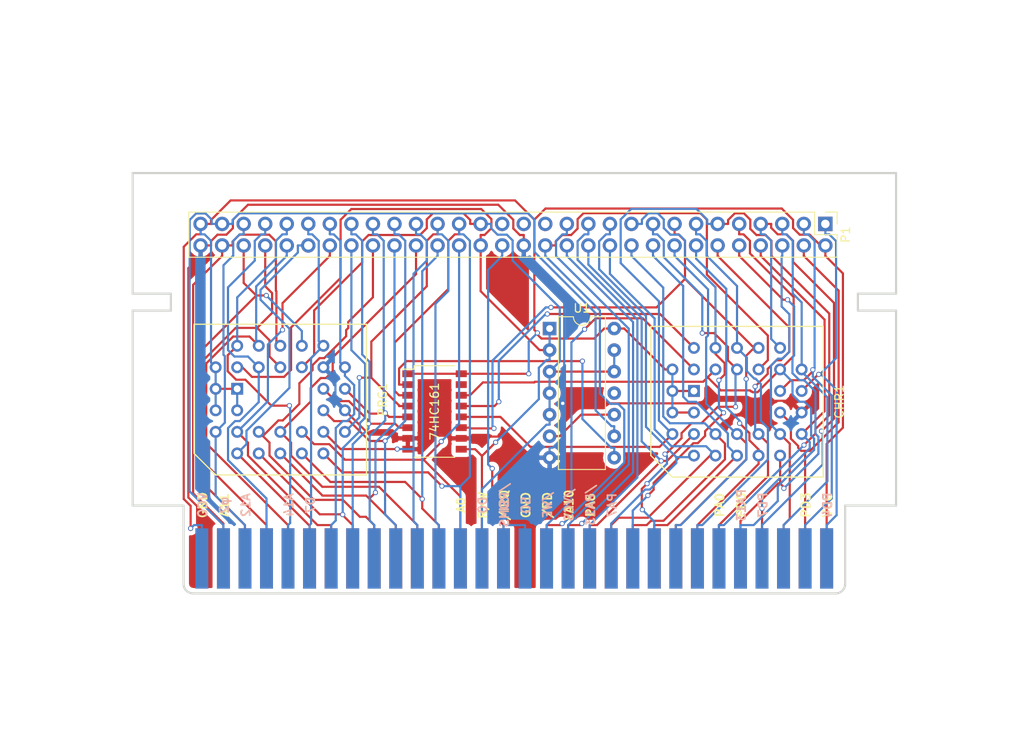
<source format=kicad_pcb>
(kicad_pcb (version 4) (host pcbnew 4.0.1-stable)

  (general
    (links 149)
    (no_connects 0)
    (area 103.374099 80.079099 193.628101 129.928101)
    (thickness 1.6)
    (drawings 47)
    (tracks 1011)
    (zones 0)
    (modules 6)
    (nets 66)
  )

  (page A4)
  (layers
    (0 Top signal)
    (31 Bottom signal)
    (32 B.Adhes user)
    (33 F.Adhes user)
    (34 B.Paste user)
    (35 F.Paste user)
    (36 B.SilkS user)
    (37 F.SilkS user)
    (38 B.Mask user)
    (39 F.Mask user)
    (40 Dwgs.User user)
    (41 Cmts.User user)
    (42 Eco1.User user)
    (43 Eco2.User user)
    (44 Edge.Cuts user)
    (45 Margin user)
    (46 B.CrtYd user)
    (47 F.CrtYd user)
    (48 B.Fab user)
    (49 F.Fab user hide)
  )

  (setup
    (last_trace_width 0.254)
    (trace_clearance 0.254)
    (zone_clearance 0.508)
    (zone_45_only no)
    (trace_min 0.2)
    (segment_width 0.254)
    (edge_width 0.15)
    (via_size 0.6)
    (via_drill 0.4)
    (via_min_size 0.4)
    (via_min_drill 0.3)
    (uvia_size 0.3)
    (uvia_drill 0.1)
    (uvias_allowed yes)
    (uvia_min_size 0.2)
    (uvia_min_drill 0.1)
    (pcb_text_width 0.3)
    (pcb_text_size 1.5 1.5)
    (mod_edge_width 0.15)
    (mod_text_size 1 1)
    (mod_text_width 0.15)
    (pad_size 1.7 1.7)
    (pad_drill 1)
    (pad_to_mask_clearance 0.2)
    (aux_axis_origin 0 0)
    (visible_elements 7FFFFFFF)
    (pcbplotparams
      (layerselection 0x3ffff_80000001)
      (usegerberextensions false)
      (excludeedgelayer true)
      (linewidth 0.100000)
      (plotframeref false)
      (viasonmask false)
      (mode 1)
      (useauxorigin false)
      (hpglpennumber 1)
      (hpglpenspeed 20)
      (hpglpendiameter 15)
      (hpglpenoverlay 2)
      (psnegative false)
      (psa4output false)
      (plotreference true)
      (plotvalue true)
      (plotinvisibletext false)
      (padsonsilk false)
      (subtractmaskfromsilk false)
      (outputformat 1)
      (mirror false)
      (drillshape 0)
      (scaleselection 1)
      (outputdirectory release/))
  )

  (net 0 "")
  (net 1 PA12)
  (net 2 PA7)
  (net 3 PA6)
  (net 4 PA5)
  (net 5 PA4)
  (net 6 PA3)
  (net 7 PA2)
  (net 8 PA1)
  (net 9 PA0)
  (net 10 PD0)
  (net 11 PD1)
  (net 12 PD2)
  (net 13 GND)
  (net 14 PD3)
  (net 15 PD4)
  (net 16 PD5)
  (net 17 PD6)
  (net 18 PD7)
  (net 19 PA10)
  (net 20 PA11)
  (net 21 PA9)
  (net 22 PA8)
  (net 23 PA13)
  (net 24 VCC)
  (net 25 A7)
  (net 26 A6)
  (net 27 A5)
  (net 28 A4)
  (net 29 A3)
  (net 30 A2)
  (net 31 A1)
  (net 32 A0)
  (net 33 D0)
  (net 34 D1)
  (net 35 D2)
  (net 36 D3)
  (net 37 D4)
  (net 38 D5)
  (net 39 D6)
  (net 40 D7)
  (net 41 "Net-(U2-Pad15)")
  (net 42 A8)
  (net 43 A9)
  (net 44 A10)
  (net 45 A11)
  (net 46 /RD)
  (net 47 PA14)
  (net 48 /WE)
  (net 49 /PA13)
  (net 50 /VRAM_CS)
  (net 51 VRAM_A10)
  (net 52 WE)
  (net 53 "Net-(P1-Pad29)")
  (net 54 "Net-(P1-Pad31)")
  (net 55 /IRQ)
  (net 56 /ROMSEL)
  (net 57 R/W)
  (net 58 A14)
  (net 59 A13)
  (net 60 A12)
  (net 61 F2)
  (net 62 CK)
  (net 63 "Net-(U1-Pad10)")
  (net 64 "Net-(U1-Pad11)")
  (net 65 "Net-(U3-Pad15)")

  (net_class Default "Ceci est la Netclass par défaut"
    (clearance 0.254)
    (trace_width 0.254)
    (via_dia 0.6)
    (via_drill 0.4)
    (uvia_dia 0.3)
    (uvia_drill 0.1)
    (add_net /IRQ)
    (add_net /PA13)
    (add_net /RD)
    (add_net /ROMSEL)
    (add_net /VRAM_CS)
    (add_net /WE)
    (add_net A0)
    (add_net A1)
    (add_net A10)
    (add_net A11)
    (add_net A12)
    (add_net A13)
    (add_net A14)
    (add_net A2)
    (add_net A3)
    (add_net A4)
    (add_net A5)
    (add_net A6)
    (add_net A7)
    (add_net A8)
    (add_net A9)
    (add_net CK)
    (add_net D0)
    (add_net D1)
    (add_net D2)
    (add_net D3)
    (add_net D4)
    (add_net D5)
    (add_net D6)
    (add_net D7)
    (add_net F2)
    (add_net GND)
    (add_net "Net-(P1-Pad29)")
    (add_net "Net-(P1-Pad31)")
    (add_net "Net-(U1-Pad10)")
    (add_net "Net-(U1-Pad11)")
    (add_net "Net-(U2-Pad15)")
    (add_net "Net-(U3-Pad15)")
    (add_net PA0)
    (add_net PA1)
    (add_net PA10)
    (add_net PA11)
    (add_net PA12)
    (add_net PA13)
    (add_net PA14)
    (add_net PA2)
    (add_net PA3)
    (add_net PA4)
    (add_net PA5)
    (add_net PA6)
    (add_net PA7)
    (add_net PA8)
    (add_net PA9)
    (add_net PD0)
    (add_net PD1)
    (add_net PD2)
    (add_net PD3)
    (add_net PD4)
    (add_net PD5)
    (add_net PD6)
    (add_net PD7)
    (add_net R/W)
    (add_net VCC)
    (add_net VRAM_A10)
    (add_net WE)
  )

  (module Sockets:PLCC32 (layer Top) (tedit 0) (tstamp 58B9AF98)
    (at 174.752 107.188 90)
    (descr "Socket PLCC 32 pins,  round pads")
    (tags PLCC)
    (path /58B95883)
    (fp_text reference CHR1 (at 0 12.065 90) (layer F.SilkS)
      (effects (font (size 1 1) (thickness 0.15)))
    )
    (fp_text value EN29F002T (at 0 0 180) (layer F.Fab)
      (effects (font (size 1 1) (thickness 0.15)))
    )
    (fp_line (start -8.89 -7.62) (end -8.89 10.16) (layer F.SilkS) (width 0.15))
    (fp_line (start 8.89 -10.16) (end 8.89 10.16) (layer F.SilkS) (width 0.15))
    (fp_line (start -8.89 10.16) (end 8.89 10.16) (layer F.SilkS) (width 0.15))
    (fp_line (start -6.35 -10.16) (end -8.89 -7.62) (layer F.SilkS) (width 0.15))
    (fp_line (start 8.89 -10.16) (end -6.35 -10.16) (layer F.SilkS) (width 0.15))
    (pad 1 thru_hole rect (at 1.27 -5.08 90) (size 1.397 1.397) (drill 0.8128) (layers *.Cu *.Mask)
      (net 24 VCC))
    (pad 2 thru_hole circle (at -1.27 -7.62 90) (size 1.397 1.397) (drill 0.8128) (layers *.Cu *.Mask)
      (net 24 VCC))
    (pad 3 thru_hole circle (at -1.27 -5.08 90) (size 1.397 1.397) (drill 0.8128) (layers *.Cu *.Mask)
      (net 24 VCC))
    (pad 4 thru_hole circle (at -3.81 -7.62 90) (size 1.397 1.397) (drill 0.8128) (layers *.Cu *.Mask)
      (net 1 PA12))
    (pad 5 thru_hole circle (at -6.35 -5.08 90) (size 1.397 1.397) (drill 0.8128) (layers *.Cu *.Mask)
      (net 2 PA7))
    (pad 6 thru_hole circle (at -3.81 -5.08 90) (size 1.397 1.397) (drill 0.8128) (layers *.Cu *.Mask)
      (net 3 PA6))
    (pad 7 thru_hole circle (at -6.35 -2.54 90) (size 1.397 1.397) (drill 0.8128) (layers *.Cu *.Mask)
      (net 4 PA5))
    (pad 8 thru_hole circle (at -3.81 -2.54 90) (size 1.397 1.397) (drill 0.8128) (layers *.Cu *.Mask)
      (net 5 PA4))
    (pad 9 thru_hole circle (at -6.35 0 90) (size 1.397 1.397) (drill 0.8128) (layers *.Cu *.Mask)
      (net 6 PA3))
    (pad 10 thru_hole circle (at -3.81 0 90) (size 1.397 1.397) (drill 0.8128) (layers *.Cu *.Mask)
      (net 7 PA2))
    (pad 11 thru_hole circle (at -6.35 2.54 90) (size 1.397 1.397) (drill 0.8128) (layers *.Cu *.Mask)
      (net 8 PA1))
    (pad 12 thru_hole circle (at -3.81 2.54 90) (size 1.397 1.397) (drill 0.8128) (layers *.Cu *.Mask)
      (net 9 PA0))
    (pad 13 thru_hole circle (at -6.35 5.08 90) (size 1.397 1.397) (drill 0.8128) (layers *.Cu *.Mask)
      (net 10 PD0))
    (pad 14 thru_hole circle (at -3.81 7.62 90) (size 1.397 1.397) (drill 0.8128) (layers *.Cu *.Mask)
      (net 11 PD1))
    (pad 15 thru_hole circle (at -3.81 5.08 90) (size 1.397 1.397) (drill 0.8128) (layers *.Cu *.Mask)
      (net 12 PD2))
    (pad 16 thru_hole circle (at -1.27 7.62 90) (size 1.397 1.397) (drill 0.8128) (layers *.Cu *.Mask)
      (net 13 GND))
    (pad 17 thru_hole circle (at -1.27 5.08 90) (size 1.397 1.397) (drill 0.8128) (layers *.Cu *.Mask)
      (net 14 PD3))
    (pad 18 thru_hole circle (at 1.27 7.62 90) (size 1.397 1.397) (drill 0.8128) (layers *.Cu *.Mask)
      (net 15 PD4))
    (pad 19 thru_hole circle (at 1.27 5.08 90) (size 1.397 1.397) (drill 0.8128) (layers *.Cu *.Mask)
      (net 16 PD5))
    (pad 20 thru_hole circle (at 3.81 7.62 90) (size 1.397 1.397) (drill 0.8128) (layers *.Cu *.Mask)
      (net 17 PD6))
    (pad 21 thru_hole circle (at 6.35 5.08 90) (size 1.397 1.397) (drill 0.8128) (layers *.Cu *.Mask)
      (net 18 PD7))
    (pad 22 thru_hole circle (at 3.81 5.08 90) (size 1.397 1.397) (drill 0.8128) (layers *.Cu *.Mask)
      (net 23 PA13))
    (pad 23 thru_hole circle (at 6.35 2.54 90) (size 1.397 1.397) (drill 0.8128) (layers *.Cu *.Mask)
      (net 19 PA10))
    (pad 24 thru_hole circle (at 3.81 2.54 90) (size 1.397 1.397) (drill 0.8128) (layers *.Cu *.Mask)
      (net 46 /RD))
    (pad 25 thru_hole circle (at 6.35 0 90) (size 1.397 1.397) (drill 0.8128) (layers *.Cu *.Mask)
      (net 20 PA11))
    (pad 26 thru_hole circle (at 3.81 0 90) (size 1.397 1.397) (drill 0.8128) (layers *.Cu *.Mask)
      (net 21 PA9))
    (pad 27 thru_hole circle (at 6.35 -2.54 90) (size 1.397 1.397) (drill 0.8128) (layers *.Cu *.Mask)
      (net 22 PA8))
    (pad 28 thru_hole circle (at 3.81 -2.54 90) (size 1.397 1.397) (drill 0.8128) (layers *.Cu *.Mask)
      (net 23 PA13))
    (pad 31 thru_hole circle (at 3.81 -5.08 90) (size 1.397 1.397) (drill 0.8128) (layers *.Cu *.Mask)
      (net 48 /WE))
    (pad 32 thru_hole circle (at 1.27 -7.62 90) (size 1.397 1.397) (drill 0.8128) (layers *.Cu *.Mask)
      (net 24 VCC))
    (pad 29 thru_hole circle (at 6.35 -5.08 90) (size 1.397 1.397) (drill 0.8128) (layers *.Cu *.Mask)
      (net 47 PA14))
    (pad 30 thru_hole circle (at 3.81 -7.62 90) (size 1.397 1.397) (drill 0.8128) (layers *.Cu *.Mask)
      (net 24 VCC))
  )

  (module Pin_Headers:Pin_Header_Straight_2x30_Pitch2.54mm (layer Top) (tedit 5862ED54) (tstamp 58B9AFE8)
    (at 185.166 86.2076 270)
    (descr "Through hole straight pin header, 2x30, 2.54mm pitch, double rows")
    (tags "Through hole pin header THT 2x30 2.54mm double row")
    (path /58BA0711)
    (fp_text reference P1 (at 1.27 -2.39 270) (layer F.SilkS)
      (effects (font (size 1 1) (thickness 0.15)))
    )
    (fp_text value CONN_02X30 (at 1.27 76.05 270) (layer F.Fab)
      (effects (font (size 1 1) (thickness 0.15)))
    )
    (fp_line (start -1.27 -1.27) (end -1.27 74.93) (layer F.Fab) (width 0.1))
    (fp_line (start -1.27 74.93) (end 3.81 74.93) (layer F.Fab) (width 0.1))
    (fp_line (start 3.81 74.93) (end 3.81 -1.27) (layer F.Fab) (width 0.1))
    (fp_line (start 3.81 -1.27) (end -1.27 -1.27) (layer F.Fab) (width 0.1))
    (fp_line (start -1.39 1.27) (end -1.39 75.05) (layer F.SilkS) (width 0.12))
    (fp_line (start -1.39 75.05) (end 3.93 75.05) (layer F.SilkS) (width 0.12))
    (fp_line (start 3.93 75.05) (end 3.93 -1.39) (layer F.SilkS) (width 0.12))
    (fp_line (start 3.93 -1.39) (end 1.27 -1.39) (layer F.SilkS) (width 0.12))
    (fp_line (start 1.27 -1.39) (end 1.27 1.27) (layer F.SilkS) (width 0.12))
    (fp_line (start 1.27 1.27) (end -1.39 1.27) (layer F.SilkS) (width 0.12))
    (fp_line (start -1.39 0) (end -1.39 -1.39) (layer F.SilkS) (width 0.12))
    (fp_line (start -1.39 -1.39) (end 0 -1.39) (layer F.SilkS) (width 0.12))
    (fp_line (start -1.6 -1.6) (end -1.6 75.2) (layer F.CrtYd) (width 0.05))
    (fp_line (start -1.6 75.2) (end 4.1 75.2) (layer F.CrtYd) (width 0.05))
    (fp_line (start 4.1 75.2) (end 4.1 -1.6) (layer F.CrtYd) (width 0.05))
    (fp_line (start 4.1 -1.6) (end -1.6 -1.6) (layer F.CrtYd) (width 0.05))
    (pad 1 thru_hole rect (at 0 0 270) (size 1.7 1.7) (drill 1) (layers *.Cu *.Mask)
      (net 15 PD4))
    (pad 2 thru_hole oval (at 2.54 0 270) (size 1.7 1.7) (drill 1) (layers *.Cu *.Mask)
      (net 24 VCC))
    (pad 3 thru_hole oval (at 0 2.54 270) (size 1.7 1.7) (drill 1) (layers *.Cu *.Mask)
      (net 16 PD5))
    (pad 4 thru_hole oval (at 2.54 2.54 270) (size 1.7 1.7) (drill 1) (layers *.Cu *.Mask)
      (net 14 PD3))
    (pad 5 thru_hole oval (at 0 5.08 270) (size 1.7 1.7) (drill 1) (layers *.Cu *.Mask)
      (net 17 PD6))
    (pad 6 thru_hole oval (at 2.54 5.08 270) (size 1.7 1.7) (drill 1) (layers *.Cu *.Mask)
      (net 12 PD2))
    (pad 7 thru_hole oval (at 0 7.62 270) (size 1.7 1.7) (drill 1) (layers *.Cu *.Mask)
      (net 18 PD7))
    (pad 8 thru_hole oval (at 2.54 7.62 270) (size 1.7 1.7) (drill 1) (layers *.Cu *.Mask)
      (net 11 PD1))
    (pad 9 thru_hole oval (at 0 10.16 270) (size 1.7 1.7) (drill 1) (layers *.Cu *.Mask)
      (net 23 PA13))
    (pad 10 thru_hole oval (at 2.54 10.16 270) (size 1.7 1.7) (drill 1) (layers *.Cu *.Mask)
      (net 10 PD0))
    (pad 11 thru_hole oval (at 0 12.7 270) (size 1.7 1.7) (drill 1) (layers *.Cu *.Mask)
      (net 1 PA12))
    (pad 12 thru_hole oval (at 2.54 12.7 270) (size 1.7 1.7) (drill 1) (layers *.Cu *.Mask)
      (net 9 PA0))
    (pad 13 thru_hole oval (at 0 15.24 270) (size 1.7 1.7) (drill 1) (layers *.Cu *.Mask)
      (net 20 PA11))
    (pad 14 thru_hole oval (at 2.54 15.24 270) (size 1.7 1.7) (drill 1) (layers *.Cu *.Mask)
      (net 8 PA1))
    (pad 15 thru_hole oval (at 0 17.78 270) (size 1.7 1.7) (drill 1) (layers *.Cu *.Mask)
      (net 19 PA10))
    (pad 16 thru_hole oval (at 2.54 17.78 270) (size 1.7 1.7) (drill 1) (layers *.Cu *.Mask)
      (net 7 PA2))
    (pad 17 thru_hole oval (at 0 20.32 270) (size 1.7 1.7) (drill 1) (layers *.Cu *.Mask)
      (net 21 PA9))
    (pad 18 thru_hole oval (at 2.54 20.32 270) (size 1.7 1.7) (drill 1) (layers *.Cu *.Mask)
      (net 6 PA3))
    (pad 19 thru_hole oval (at 0 22.86 270) (size 1.7 1.7) (drill 1) (layers *.Cu *.Mask)
      (net 22 PA8))
    (pad 20 thru_hole oval (at 2.54 22.86 270) (size 1.7 1.7) (drill 1) (layers *.Cu *.Mask)
      (net 5 PA4))
    (pad 21 thru_hole oval (at 0 25.4 270) (size 1.7 1.7) (drill 1) (layers *.Cu *.Mask)
      (net 2 PA7))
    (pad 22 thru_hole oval (at 2.54 25.4 270) (size 1.7 1.7) (drill 1) (layers *.Cu *.Mask)
      (net 4 PA5))
    (pad 23 thru_hole oval (at 0 27.94 270) (size 1.7 1.7) (drill 1) (layers *.Cu *.Mask)
      (net 49 /PA13))
    (pad 24 thru_hole oval (at 2.54 27.94 270) (size 1.7 1.7) (drill 1) (layers *.Cu *.Mask)
      (net 3 PA6))
    (pad 25 thru_hole oval (at 0 30.48 270) (size 1.7 1.7) (drill 1) (layers *.Cu *.Mask)
      (net 50 /VRAM_CS))
    (pad 26 thru_hole oval (at 2.54 30.48 270) (size 1.7 1.7) (drill 1) (layers *.Cu *.Mask)
      (net 51 VRAM_A10))
    (pad 27 thru_hole oval (at 0 33.02 270) (size 1.7 1.7) (drill 1) (layers *.Cu *.Mask)
      (net 52 WE))
    (pad 28 thru_hole oval (at 2.54 33.02 270) (size 1.7 1.7) (drill 1) (layers *.Cu *.Mask)
      (net 46 /RD))
    (pad 29 thru_hole oval (at 0 35.56 270) (size 1.7 1.7) (drill 1) (layers *.Cu *.Mask)
      (net 53 "Net-(P1-Pad29)"))
    (pad 30 thru_hole oval (at 2.54 35.56 270) (size 1.7 1.7) (drill 1) (layers *.Cu *.Mask)
      (net 13 GND))
    (pad 31 thru_hole oval (at 0 38.1 270) (size 1.7 1.7) (drill 1) (layers *.Cu *.Mask)
      (net 54 "Net-(P1-Pad31)"))
    (pad 32 thru_hole oval (at 2.54 38.1 270) (size 1.7 1.7) (drill 1) (layers *.Cu *.Mask)
      (net 55 /IRQ))
    (pad 33 thru_hole oval (at 0 40.64 270) (size 1.7 1.7) (drill 1) (layers *.Cu *.Mask)
      (net 56 /ROMSEL))
    (pad 34 thru_hole oval (at 2.54 40.64 270) (size 1.7 1.7) (drill 1) (layers *.Cu *.Mask)
      (net 57 R/W))
    (pad 35 thru_hole oval (at 0 43.18 270) (size 1.7 1.7) (drill 1) (layers *.Cu *.Mask)
      (net 33 D0))
    (pad 36 thru_hole oval (at 2.54 43.18 270) (size 1.7 1.7) (drill 1) (layers *.Cu *.Mask)
      (net 32 A0))
    (pad 37 thru_hole oval (at 0 45.72 270) (size 1.7 1.7) (drill 1) (layers *.Cu *.Mask)
      (net 34 D1))
    (pad 38 thru_hole oval (at 2.54 45.72 270) (size 1.7 1.7) (drill 1) (layers *.Cu *.Mask)
      (net 31 A1))
    (pad 39 thru_hole oval (at 0 48.26 270) (size 1.7 1.7) (drill 1) (layers *.Cu *.Mask)
      (net 35 D2))
    (pad 40 thru_hole oval (at 2.54 48.26 270) (size 1.7 1.7) (drill 1) (layers *.Cu *.Mask)
      (net 30 A2))
    (pad 41 thru_hole oval (at 0 50.8 270) (size 1.7 1.7) (drill 1) (layers *.Cu *.Mask)
      (net 36 D3))
    (pad 42 thru_hole oval (at 2.54 50.8 270) (size 1.7 1.7) (drill 1) (layers *.Cu *.Mask)
      (net 29 A3))
    (pad 43 thru_hole oval (at 0 53.34 270) (size 1.7 1.7) (drill 1) (layers *.Cu *.Mask)
      (net 37 D4))
    (pad 44 thru_hole oval (at 2.54 53.34 270) (size 1.7 1.7) (drill 1) (layers *.Cu *.Mask)
      (net 28 A4))
    (pad 45 thru_hole oval (at 0 55.88 270) (size 1.7 1.7) (drill 1) (layers *.Cu *.Mask)
      (net 38 D5))
    (pad 46 thru_hole oval (at 2.54 55.88 270) (size 1.7 1.7) (drill 1) (layers *.Cu *.Mask)
      (net 27 A5))
    (pad 47 thru_hole oval (at 0 58.42 270) (size 1.7 1.7) (drill 1) (layers *.Cu *.Mask)
      (net 39 D6))
    (pad 48 thru_hole oval (at 2.54 58.42 270) (size 1.7 1.7) (drill 1) (layers *.Cu *.Mask)
      (net 26 A6))
    (pad 49 thru_hole oval (at 0 60.96 270) (size 1.7 1.7) (drill 1) (layers *.Cu *.Mask)
      (net 40 D7))
    (pad 50 thru_hole oval (at 2.54 60.96 270) (size 1.7 1.7) (drill 1) (layers *.Cu *.Mask)
      (net 25 A7))
    (pad 51 thru_hole oval (at 0 63.5 270) (size 1.7 1.7) (drill 1) (layers *.Cu *.Mask)
      (net 58 A14))
    (pad 52 thru_hole oval (at 2.54 63.5 270) (size 1.7 1.7) (drill 1) (layers *.Cu *.Mask)
      (net 42 A8))
    (pad 53 thru_hole oval (at 0 66.04 270) (size 1.7 1.7) (drill 1) (layers *.Cu *.Mask)
      (net 59 A13))
    (pad 54 thru_hole oval (at 2.54 66.04 270) (size 1.7 1.7) (drill 1) (layers *.Cu *.Mask)
      (net 43 A9))
    (pad 55 thru_hole oval (at 0 68.58 270) (size 1.7 1.7) (drill 1) (layers *.Cu *.Mask)
      (net 60 A12))
    (pad 56 thru_hole oval (at 2.54 68.58 270) (size 1.7 1.7) (drill 1) (layers *.Cu *.Mask)
      (net 44 A10))
    (pad 57 thru_hole oval (at 0 71.12 270) (size 1.7 1.7) (drill 1) (layers *.Cu *.Mask)
      (net 61 F2))
    (pad 58 thru_hole oval (at 2.54 71.12 270) (size 1.7 1.7) (drill 1) (layers *.Cu *.Mask)
      (net 45 A11))
    (pad 59 thru_hole oval (at 0 73.66 270) (size 1.7 1.7) (drill 1) (layers *.Cu *.Mask)
      (net 24 VCC))
    (pad 60 thru_hole oval (at 2.54 73.66 270) (size 1.7 1.7) (drill 1) (layers *.Cu *.Mask)
      (net 13 GND))
    (model Pin_Headers.3dshapes/Pin_Header_Straight_2x30_Pitch2.54mm.wrl
      (at (xyz 0.05 -1.45 0))
      (scale (xyz 1 1 1))
      (rotate (xyz 0 0 90))
    )
  )

  (module Sockets:PLCC32 (layer Top) (tedit 0) (tstamp 58B9B011)
    (at 120.904 106.934 90)
    (descr "Socket PLCC 32 pins,  round pads")
    (tags PLCC)
    (path /58B958BA)
    (fp_text reference PRG1 (at 0 12.065 90) (layer F.SilkS)
      (effects (font (size 1 1) (thickness 0.15)))
    )
    (fp_text value EN29F002T (at 0 0 180) (layer F.Fab)
      (effects (font (size 1 1) (thickness 0.15)))
    )
    (fp_line (start -8.89 -7.62) (end -8.89 10.16) (layer F.SilkS) (width 0.15))
    (fp_line (start 8.89 -10.16) (end 8.89 10.16) (layer F.SilkS) (width 0.15))
    (fp_line (start -8.89 10.16) (end 8.89 10.16) (layer F.SilkS) (width 0.15))
    (fp_line (start -6.35 -10.16) (end -8.89 -7.62) (layer F.SilkS) (width 0.15))
    (fp_line (start 8.89 -10.16) (end -6.35 -10.16) (layer F.SilkS) (width 0.15))
    (pad 1 thru_hole rect (at 1.27 -5.08 90) (size 1.397 1.397) (drill 0.8128) (layers *.Cu *.Mask)
      (net 24 VCC))
    (pad 2 thru_hole circle (at -1.27 -7.62 90) (size 1.397 1.397) (drill 0.8128) (layers *.Cu *.Mask)
      (net 24 VCC))
    (pad 3 thru_hole circle (at -1.27 -5.08 90) (size 1.397 1.397) (drill 0.8128) (layers *.Cu *.Mask)
      (net 24 VCC))
    (pad 4 thru_hole circle (at -3.81 -7.62 90) (size 1.397 1.397) (drill 0.8128) (layers *.Cu *.Mask)
      (net 60 A12))
    (pad 5 thru_hole circle (at -6.35 -5.08 90) (size 1.397 1.397) (drill 0.8128) (layers *.Cu *.Mask)
      (net 25 A7))
    (pad 6 thru_hole circle (at -3.81 -5.08 90) (size 1.397 1.397) (drill 0.8128) (layers *.Cu *.Mask)
      (net 26 A6))
    (pad 7 thru_hole circle (at -6.35 -2.54 90) (size 1.397 1.397) (drill 0.8128) (layers *.Cu *.Mask)
      (net 27 A5))
    (pad 8 thru_hole circle (at -3.81 -2.54 90) (size 1.397 1.397) (drill 0.8128) (layers *.Cu *.Mask)
      (net 28 A4))
    (pad 9 thru_hole circle (at -6.35 0 90) (size 1.397 1.397) (drill 0.8128) (layers *.Cu *.Mask)
      (net 29 A3))
    (pad 10 thru_hole circle (at -3.81 0 90) (size 1.397 1.397) (drill 0.8128) (layers *.Cu *.Mask)
      (net 30 A2))
    (pad 11 thru_hole circle (at -6.35 2.54 90) (size 1.397 1.397) (drill 0.8128) (layers *.Cu *.Mask)
      (net 31 A1))
    (pad 12 thru_hole circle (at -3.81 2.54 90) (size 1.397 1.397) (drill 0.8128) (layers *.Cu *.Mask)
      (net 32 A0))
    (pad 13 thru_hole circle (at -6.35 5.08 90) (size 1.397 1.397) (drill 0.8128) (layers *.Cu *.Mask)
      (net 33 D0))
    (pad 14 thru_hole circle (at -3.81 7.62 90) (size 1.397 1.397) (drill 0.8128) (layers *.Cu *.Mask)
      (net 34 D1))
    (pad 15 thru_hole circle (at -3.81 5.08 90) (size 1.397 1.397) (drill 0.8128) (layers *.Cu *.Mask)
      (net 35 D2))
    (pad 16 thru_hole circle (at -1.27 7.62 90) (size 1.397 1.397) (drill 0.8128) (layers *.Cu *.Mask)
      (net 13 GND))
    (pad 17 thru_hole circle (at -1.27 5.08 90) (size 1.397 1.397) (drill 0.8128) (layers *.Cu *.Mask)
      (net 36 D3))
    (pad 18 thru_hole circle (at 1.27 7.62 90) (size 1.397 1.397) (drill 0.8128) (layers *.Cu *.Mask)
      (net 37 D4))
    (pad 19 thru_hole circle (at 1.27 5.08 90) (size 1.397 1.397) (drill 0.8128) (layers *.Cu *.Mask)
      (net 38 D5))
    (pad 20 thru_hole circle (at 3.81 7.62 90) (size 1.397 1.397) (drill 0.8128) (layers *.Cu *.Mask)
      (net 39 D6))
    (pad 21 thru_hole circle (at 6.35 5.08 90) (size 1.397 1.397) (drill 0.8128) (layers *.Cu *.Mask)
      (net 40 D7))
    (pad 22 thru_hole circle (at 3.81 5.08 90) (size 1.397 1.397) (drill 0.8128) (layers *.Cu *.Mask)
      (net 13 GND))
    (pad 23 thru_hole circle (at 6.35 2.54 90) (size 1.397 1.397) (drill 0.8128) (layers *.Cu *.Mask)
      (net 44 A10))
    (pad 24 thru_hole circle (at 3.81 2.54 90) (size 1.397 1.397) (drill 0.8128) (layers *.Cu *.Mask)
      (net 56 /ROMSEL))
    (pad 25 thru_hole circle (at 6.35 0 90) (size 1.397 1.397) (drill 0.8128) (layers *.Cu *.Mask)
      (net 45 A11))
    (pad 26 thru_hole circle (at 3.81 0 90) (size 1.397 1.397) (drill 0.8128) (layers *.Cu *.Mask)
      (net 43 A9))
    (pad 27 thru_hole circle (at 6.35 -2.54 90) (size 1.397 1.397) (drill 0.8128) (layers *.Cu *.Mask)
      (net 42 A8))
    (pad 28 thru_hole circle (at 3.81 -2.54 90) (size 1.397 1.397) (drill 0.8128) (layers *.Cu *.Mask)
      (net 59 A13))
    (pad 31 thru_hole circle (at 3.81 -5.08 90) (size 1.397 1.397) (drill 0.8128) (layers *.Cu *.Mask)
      (net 57 R/W))
    (pad 32 thru_hole circle (at 1.27 -7.62 90) (size 1.397 1.397) (drill 0.8128) (layers *.Cu *.Mask)
      (net 24 VCC))
    (pad 29 thru_hole circle (at 6.35 -5.08 90) (size 1.397 1.397) (drill 0.8128) (layers *.Cu *.Mask)
      (net 58 A14))
    (pad 30 thru_hole circle (at 3.81 -7.62 90) (size 1.397 1.397) (drill 0.8128) (layers *.Cu *.Mask)
      (net 24 VCC))
  )

  (module Housings_DIP:DIP-14_W7.62mm (layer Top) (tedit 586281B4) (tstamp 58B9B032)
    (at 152.654 98.552)
    (descr "14-lead dip package, row spacing 7.62 mm (300 mils)")
    (tags "DIL DIP PDIP 2.54mm 7.62mm 300mil")
    (path /58B98FEE)
    (fp_text reference U1 (at 3.81 -2.39) (layer F.SilkS)
      (effects (font (size 1 1) (thickness 0.15)))
    )
    (fp_text value 74LS00 (at 3.81 17.63) (layer F.Fab)
      (effects (font (size 1 1) (thickness 0.15)))
    )
    (fp_arc (start 3.81 -1.39) (end 2.81 -1.39) (angle -180) (layer F.SilkS) (width 0.12))
    (fp_line (start 1.635 -1.27) (end 6.985 -1.27) (layer F.Fab) (width 0.1))
    (fp_line (start 6.985 -1.27) (end 6.985 16.51) (layer F.Fab) (width 0.1))
    (fp_line (start 6.985 16.51) (end 0.635 16.51) (layer F.Fab) (width 0.1))
    (fp_line (start 0.635 16.51) (end 0.635 -0.27) (layer F.Fab) (width 0.1))
    (fp_line (start 0.635 -0.27) (end 1.635 -1.27) (layer F.Fab) (width 0.1))
    (fp_line (start 2.81 -1.39) (end 1.04 -1.39) (layer F.SilkS) (width 0.12))
    (fp_line (start 1.04 -1.39) (end 1.04 16.63) (layer F.SilkS) (width 0.12))
    (fp_line (start 1.04 16.63) (end 6.58 16.63) (layer F.SilkS) (width 0.12))
    (fp_line (start 6.58 16.63) (end 6.58 -1.39) (layer F.SilkS) (width 0.12))
    (fp_line (start 6.58 -1.39) (end 4.81 -1.39) (layer F.SilkS) (width 0.12))
    (fp_line (start -1.1 -1.6) (end -1.1 16.8) (layer F.CrtYd) (width 0.05))
    (fp_line (start -1.1 16.8) (end 8.7 16.8) (layer F.CrtYd) (width 0.05))
    (fp_line (start 8.7 16.8) (end 8.7 -1.6) (layer F.CrtYd) (width 0.05))
    (fp_line (start 8.7 -1.6) (end -1.1 -1.6) (layer F.CrtYd) (width 0.05))
    (pad 1 thru_hole rect (at 0 0) (size 1.6 1.6) (drill 0.8) (layers *.Cu *.Mask)
      (net 57 R/W))
    (pad 8 thru_hole oval (at 7.62 15.24) (size 1.6 1.6) (drill 0.8) (layers *.Cu *.Mask)
      (net 62 CK))
    (pad 2 thru_hole oval (at 0 2.54) (size 1.6 1.6) (drill 0.8) (layers *.Cu *.Mask)
      (net 57 R/W))
    (pad 9 thru_hole oval (at 7.62 12.7) (size 1.6 1.6) (drill 0.8) (layers *.Cu *.Mask)
      (net 61 F2))
    (pad 3 thru_hole oval (at 0 5.08) (size 1.6 1.6) (drill 0.8) (layers *.Cu *.Mask)
      (net 56 /ROMSEL))
    (pad 10 thru_hole oval (at 7.62 10.16) (size 1.6 1.6) (drill 0.8) (layers *.Cu *.Mask)
      (net 63 "Net-(U1-Pad10)"))
    (pad 4 thru_hole oval (at 0 7.62) (size 1.6 1.6) (drill 0.8) (layers *.Cu *.Mask)
      (net 56 /ROMSEL))
    (pad 11 thru_hole oval (at 7.62 7.62) (size 1.6 1.6) (drill 0.8) (layers *.Cu *.Mask)
      (net 64 "Net-(U1-Pad11)"))
    (pad 5 thru_hole oval (at 0 10.16) (size 1.6 1.6) (drill 0.8) (layers *.Cu *.Mask)
      (net 56 /ROMSEL))
    (pad 12 thru_hole oval (at 7.62 5.08) (size 1.6 1.6) (drill 0.8) (layers *.Cu *.Mask)
      (net 56 /ROMSEL))
    (pad 6 thru_hole oval (at 0 12.7) (size 1.6 1.6) (drill 0.8) (layers *.Cu *.Mask)
      (net 63 "Net-(U1-Pad10)"))
    (pad 13 thru_hole oval (at 7.62 2.54) (size 1.6 1.6) (drill 0.8) (layers *.Cu *.Mask)
      (net 56 /ROMSEL))
    (pad 7 thru_hole oval (at 0 15.24) (size 1.6 1.6) (drill 0.8) (layers *.Cu *.Mask)
      (net 13 GND))
    (pad 14 thru_hole oval (at 7.62 0) (size 1.6 1.6) (drill 0.8) (layers *.Cu *.Mask)
      (net 24 VCC))
    (model Housings_DIP.3dshapes/DIP-14_W7.62mm.wrl
      (at (xyz 0 0 0))
      (scale (xyz 1 1 1))
      (rotate (xyz 0 0 0))
    )
  )

  (module doragasu-footprints:FAMICOMcommnotext (layer Top) (tedit 58BA3FCA) (tstamp 58B9B072)
    (at 148.488 117.742)
    (path /58B980CC)
    (zone_connect 2)
    (fp_text reference "" (at 0 0) (layer F.SilkS) hide
      (effects (font (thickness 0.15)))
    )
    (fp_text value nefcart (at 0 0) (layer F.SilkS) hide
      (effects (font (thickness 0.15)))
    )
    (pad 1 smd rect (at 36.83 7.9375 90) (size 7.112 1.524) (layers Bottom B.Paste B.Mask)
      (net 15 PD4) (zone_connect 2))
    (pad 2 smd rect (at 34.29 7.9375 90) (size 7.112 1.524) (layers Bottom B.Paste B.Mask)
      (net 16 PD5) (zone_connect 2))
    (pad 3 smd rect (at 31.75 7.9375 90) (size 7.112 1.524) (layers Bottom B.Paste B.Mask)
      (net 17 PD6) (zone_connect 2))
    (pad 4 smd rect (at 29.21 7.9375 90) (size 7.112 1.524) (layers Bottom B.Paste B.Mask)
      (net 18 PD7) (zone_connect 2))
    (pad 5 smd rect (at 26.67 7.9375 90) (size 7.112 1.524) (layers Bottom B.Paste B.Mask)
      (net 23 PA13) (zone_connect 2))
    (pad 6 smd rect (at 24.13 7.9375 90) (size 7.112 1.524) (layers Bottom B.Paste B.Mask)
      (net 1 PA12) (zone_connect 2))
    (pad 7 smd rect (at 21.59 7.9375 90) (size 7.112 1.524) (layers Bottom B.Paste B.Mask)
      (net 20 PA11) (zone_connect 2))
    (pad 8 smd rect (at 19.05 7.9375 90) (size 7.112 1.524) (layers Bottom B.Paste B.Mask)
      (net 19 PA10) (zone_connect 2))
    (pad 9 smd rect (at 16.51 7.9375 90) (size 7.112 1.524) (layers Bottom B.Paste B.Mask)
      (net 21 PA9) (zone_connect 2))
    (pad 10 smd rect (at 13.97 7.9375 90) (size 7.112 1.524) (layers Bottom B.Paste B.Mask)
      (net 22 PA8) (zone_connect 2))
    (pad 11 smd rect (at 11.43 7.9375 90) (size 7.112 1.524) (layers Bottom B.Paste B.Mask)
      (net 2 PA7) (zone_connect 2))
    (pad 12 smd rect (at 8.89 7.9375 90) (size 7.112 1.524) (layers Bottom B.Paste B.Mask)
      (net 49 /PA13) (zone_connect 2))
    (pad 13 smd rect (at 6.35 7.9375 90) (size 7.112 1.524) (layers Bottom B.Paste B.Mask)
      (net 50 /VRAM_CS) (zone_connect 2))
    (pad 14 smd rect (at 3.81 7.9375 90) (size 7.112 1.524) (layers Bottom B.Paste B.Mask)
      (net 48 /WE) (zone_connect 2))
    (pad 15 smd rect (at 1.27 7.9375 90) (size 7.112 1.524) (layers Bottom B.Paste B.Mask)
      (net 41 "Net-(U2-Pad15)") (zone_connect 2))
    (pad 16 smd rect (at -1.27 7.9375 90) (size 7.112 1.524) (layers Bottom B.Paste B.Mask)
      (net 41 "Net-(U2-Pad15)") (zone_connect 2))
    (pad 17 smd rect (at -3.81 7.9375 90) (size 7.112 1.524) (layers Bottom B.Paste B.Mask)
      (net 56 /ROMSEL) (zone_connect 2))
    (pad 18 smd rect (at -6.35 7.9375 90) (size 7.112 1.524) (layers Bottom B.Paste B.Mask)
      (net 33 D0) (zone_connect 2))
    (pad 19 smd rect (at -8.89 7.9375 90) (size 7.112 1.524) (layers Bottom B.Paste B.Mask)
      (net 34 D1) (zone_connect 2))
    (pad 20 smd rect (at -11.43 7.9375 90) (size 7.112 1.524) (layers Bottom B.Paste B.Mask)
      (net 35 D2) (zone_connect 2))
    (pad 21 smd rect (at -13.97 7.9375 90) (size 7.112 1.524) (layers Bottom B.Paste B.Mask)
      (net 36 D3) (zone_connect 2))
    (pad 22 smd rect (at -16.51 7.9375 90) (size 7.112 1.524) (layers Bottom B.Paste B.Mask)
      (net 37 D4) (zone_connect 2))
    (pad 23 smd rect (at -19.05 7.9375 90) (size 7.112 1.524) (layers Bottom B.Paste B.Mask)
      (net 38 D5) (zone_connect 2))
    (pad 24 smd rect (at -21.59 7.9375 90) (size 7.112 1.524) (layers Bottom B.Paste B.Mask)
      (net 39 D6) (zone_connect 2))
    (pad 25 smd rect (at -24.13 7.9375 90) (size 7.112 1.524) (layers Bottom B.Paste B.Mask)
      (net 40 D7) (zone_connect 2))
    (pad 26 smd rect (at -26.67 7.9375 90) (size 7.112 1.524) (layers Bottom B.Paste B.Mask)
      (net 58 A14) (zone_connect 2))
    (pad 27 smd rect (at -29.21 7.9375 90) (size 7.112 1.524) (layers Bottom B.Paste B.Mask)
      (net 59 A13) (zone_connect 2))
    (pad 28 smd rect (at -31.75 7.9375 90) (size 7.112 1.524) (layers Bottom B.Paste B.Mask)
      (net 60 A12) (zone_connect 2))
    (pad 29 smd rect (at -34.29 7.9375 90) (size 7.112 1.524) (layers Bottom B.Paste B.Mask)
      (net 61 F2) (zone_connect 2))
    (pad 30 smd rect (at -36.83 7.9375 90) (size 7.112 1.524) (layers Bottom B.Paste B.Mask)
      (net 24 VCC) (zone_connect 2))
    (pad 31 smd rect (at 36.83 7.9375 90) (size 7.112 1.524) (layers Top F.Paste F.Mask)
      (net 24 VCC) (zone_connect 2))
    (pad 32 smd rect (at 34.29 7.9375 90) (size 7.112 1.524) (layers Top F.Paste F.Mask)
      (net 14 PD3) (zone_connect 2))
    (pad 33 smd rect (at 31.75 7.9375 90) (size 7.112 1.524) (layers Top F.Paste F.Mask)
      (net 12 PD2) (zone_connect 2))
    (pad 34 smd rect (at 29.21 7.9375 90) (size 7.112 1.524) (layers Top F.Paste F.Mask)
      (net 11 PD1) (zone_connect 2))
    (pad 35 smd rect (at 26.67 7.9375 90) (size 7.112 1.524) (layers Top F.Paste F.Mask)
      (net 10 PD0) (zone_connect 2))
    (pad 36 smd rect (at 24.13 7.9375 90) (size 7.112 1.524) (layers Top F.Paste F.Mask)
      (net 9 PA0) (zone_connect 2))
    (pad 37 smd rect (at 21.59 7.9375 90) (size 7.112 1.524) (layers Top F.Paste F.Mask)
      (net 8 PA1) (zone_connect 2))
    (pad 38 smd rect (at 19.05 7.9375 90) (size 7.112 1.524) (layers Top F.Paste F.Mask)
      (net 7 PA2) (zone_connect 2))
    (pad 39 smd rect (at 16.51 7.9375 90) (size 7.112 1.524) (layers Top F.Paste F.Mask)
      (net 6 PA3) (zone_connect 2))
    (pad 40 smd rect (at 13.97 7.9375 90) (size 7.112 1.524) (layers Top F.Paste F.Mask)
      (net 5 PA4) (zone_connect 2))
    (pad 41 smd rect (at 11.43 7.9375 90) (size 7.112 1.524) (layers Top F.Paste F.Mask)
      (net 4 PA5) (zone_connect 2))
    (pad 42 smd rect (at 8.89 7.9375 90) (size 7.112 1.524) (layers Top F.Paste F.Mask)
      (net 3 PA6) (zone_connect 2))
    (pad 43 smd rect (at 6.35 7.9375 90) (size 7.112 1.524) (layers Top F.Paste F.Mask)
      (net 51 VRAM_A10) (zone_connect 2))
    (pad 44 smd rect (at 3.81 7.9375 90) (size 7.112 1.524) (layers Top F.Paste F.Mask)
      (net 46 /RD) (zone_connect 2))
    (pad 45 smd rect (at 1.27 7.9375 90) (size 7.112 1.524) (layers Top F.Paste F.Mask)
      (net 13 GND) (zone_connect 2))
    (pad 46 smd rect (at -1.27 7.9375 90) (size 7.112 1.524) (layers Top F.Paste F.Mask)
      (net 55 /IRQ) (zone_connect 2))
    (pad 47 smd rect (at -3.81 7.9375 90) (size 7.112 1.524) (layers Top F.Paste F.Mask)
      (net 57 R/W) (zone_connect 2))
    (pad 48 smd rect (at -6.35 7.9375 90) (size 7.112 1.524) (layers Top F.Paste F.Mask)
      (net 32 A0) (zone_connect 2))
    (pad 49 smd rect (at -8.89 7.9375 90) (size 7.112 1.524) (layers Top F.Paste F.Mask)
      (net 31 A1) (zone_connect 2))
    (pad 50 smd rect (at -11.43 7.9375 90) (size 7.112 1.524) (layers Top F.Paste F.Mask)
      (net 30 A2) (zone_connect 2))
    (pad 51 smd rect (at -13.97 7.9375 90) (size 7.112 1.524) (layers Top F.Paste F.Mask)
      (net 29 A3) (zone_connect 2))
    (pad 52 smd rect (at -16.51 7.9375 90) (size 7.112 1.524) (layers Top F.Paste F.Mask)
      (net 28 A4) (zone_connect 2))
    (pad 53 smd rect (at -19.05 7.9375 90) (size 7.112 1.524) (layers Top F.Paste F.Mask)
      (net 27 A5) (zone_connect 2))
    (pad 54 smd rect (at -21.59 7.9375 90) (size 7.112 1.524) (layers Top F.Paste F.Mask)
      (net 26 A6) (zone_connect 2))
    (pad 55 smd rect (at -24.13 7.9375 90) (size 7.112 1.524) (layers Top F.Paste F.Mask)
      (net 25 A7) (zone_connect 2))
    (pad 56 smd rect (at -26.67 7.9375 90) (size 7.112 1.524) (layers Top F.Paste F.Mask)
      (net 42 A8) (zone_connect 2))
    (pad 57 smd rect (at -29.21 7.9375 90) (size 7.112 1.524) (layers Top F.Paste F.Mask)
      (net 43 A9) (zone_connect 2))
    (pad 58 smd rect (at -31.75 7.9375 90) (size 7.112 1.524) (layers Top F.Paste F.Mask)
      (net 44 A10) (zone_connect 2))
    (pad 59 smd rect (at -34.29 7.9375 90) (size 7.112 1.524) (layers Top F.Paste F.Mask)
      (net 45 A11) (zone_connect 2))
    (pad 60 connect rect (at -36.83 7.9375 90) (size 7.112 1.524) (layers Top F.Mask)
      (net 13 GND) (zone_connect 2))
  )

  (module Housings_SSOP:SOP-16_4.4x10.4mm_Pitch1.27mm (layer Top) (tedit 58BA3FDA) (tstamp 58B9B094)
    (at 139.09 108.336)
    (descr "16-Lead Plastic Small Outline http://www.vishay.com/docs/49633/sg2098.pdf")
    (tags "SOP 1.27")
    (path /58B9912B)
    (attr smd)
    (fp_text reference 74HC161 (at 0 0 90) (layer F.SilkS)
      (effects (font (size 1 1) (thickness 0.15)))
    )
    (fp_text value 74LS161 (at 0 6.1) (layer F.Fab)
      (effects (font (size 1 1) (thickness 0.15)))
    )
    (fp_text user %R (at 0 -6.2) (layer F.Fab)
      (effects (font (size 1 1) (thickness 0.15)))
    )
    (fp_line (start -2.2 -4.6) (end -1.6 -5.2) (layer F.Fab) (width 0.1))
    (fp_line (start -2.4 -5.4) (end -2.4 -5) (layer F.SilkS) (width 0.12))
    (fp_line (start -2.4 -5) (end -3.8 -5) (layer F.SilkS) (width 0.12))
    (fp_line (start -1.6 -5.2) (end 2.2 -5.2) (layer F.Fab) (width 0.1))
    (fp_line (start 2.2 -5.2) (end 2.2 5.2) (layer F.Fab) (width 0.1))
    (fp_line (start 2.2 5.2) (end -2.2 5.2) (layer F.Fab) (width 0.1))
    (fp_line (start -2.2 5.2) (end -2.2 -4.6) (layer F.Fab) (width 0.1))
    (fp_line (start -2.4 -5.4) (end 2.4 -5.4) (layer F.SilkS) (width 0.12))
    (fp_line (start -2.4 5.4) (end 2.4 5.4) (layer F.SilkS) (width 0.12))
    (fp_line (start -4.05 -5.45) (end 4.05 -5.45) (layer F.CrtYd) (width 0.05))
    (fp_line (start -4.05 -5.45) (end -4.05 5.45) (layer F.CrtYd) (width 0.05))
    (fp_line (start 4.05 5.45) (end 4.05 -5.45) (layer F.CrtYd) (width 0.05))
    (fp_line (start 4.05 5.45) (end -4.05 5.45) (layer F.CrtYd) (width 0.05))
    (pad 1 smd rect (at -3.15 -4.45) (size 1.3 0.8) (layers Top F.Paste F.Mask)
      (net 24 VCC))
    (pad 2 smd rect (at -3.15 -3.17) (size 1.3 0.8) (layers Top F.Paste F.Mask)
      (net 62 CK))
    (pad 3 smd rect (at -3.15 -1.91) (size 1.3 0.8) (layers Top F.Paste F.Mask)
      (net 33 D0))
    (pad 4 smd rect (at -3.15 -0.64) (size 1.3 0.8) (layers Top F.Paste F.Mask)
      (net 34 D1))
    (pad 5 smd rect (at -3.15 0.64) (size 1.3 0.8) (layers Top F.Paste F.Mask)
      (net 37 D4))
    (pad 6 smd rect (at -3.15 1.91) (size 1.3 0.8) (layers Top F.Paste F.Mask)
      (net 38 D5))
    (pad 7 smd rect (at -3.15 3.17) (size 1.3 0.8) (layers Top F.Paste F.Mask)
      (net 13 GND))
    (pad 8 smd rect (at -3.15 4.45) (size 1.3 0.8) (layers Top F.Paste F.Mask)
      (net 13 GND))
    (pad 9 smd rect (at 3.15 4.45) (size 1.3 0.8) (layers Top F.Paste F.Mask)
      (net 57 R/W))
    (pad 10 smd rect (at 3.15 3.17) (size 1.3 0.8) (layers Top F.Paste F.Mask)
      (net 13 GND))
    (pad 11 smd rect (at 3.15 1.91) (size 1.3 0.8) (layers Top F.Paste F.Mask)
      (net 19 PA10))
    (pad 12 smd rect (at 3.15 0.64) (size 1.3 0.8) (layers Top F.Paste F.Mask)
      (net 1 PA12))
    (pad 13 smd rect (at 3.15 -0.64) (size 1.3 0.8) (layers Top F.Paste F.Mask)
      (net 47 PA14))
    (pad 14 smd rect (at 3.15 -1.91) (size 1.3 0.8) (layers Top F.Paste F.Mask)
      (net 23 PA13))
    (pad 15 smd rect (at 3.15 -3.17) (size 1.3 0.8) (layers Top F.Paste F.Mask)
      (net 65 "Net-(U3-Pad15)"))
    (pad 16 smd rect (at 3.15 -4.45) (size 1.3 0.8) (layers Top F.Paste F.Mask)
      (net 24 VCC))
  )

  (gr_text PA6 (at 157.48 119.38 90) (layer F.SilkS) (tstamp 58B9E660)
    (effects (font (size 1 1) (thickness 0.2)))
  )
  (gr_text R/W (at 144.78 119.38 90) (layer F.SilkS)
    (effects (font (size 1 1) (thickness 0.2)))
  )
  (gr_text "/IRQ\n" (at 147.32 119.38 90) (layer F.SilkS) (tstamp 58B9E644)
    (effects (font (size 1 1) (thickness 0.2)))
  )
  (gr_text GND (at 149.86 119.38 90) (layer F.SilkS) (tstamp 58B9E6BD)
    (effects (font (size 1 1) (thickness 0.2)))
  )
  (gr_text /RD (at 152.4 119.38 90) (layer F.SilkS) (tstamp 58B9E647)
    (effects (font (size 1 1) (thickness 0.2)))
  )
  (gr_text VA10 (at 154.94 119.38 90) (layer F.SilkS) (tstamp 58B9E656)
    (effects (font (size 1 1) (thickness 0.2)))
  )
  (gr_text A0 (at 142.24 119.38 90) (layer F.SilkS)
    (effects (font (size 1 1) (thickness 0.2)))
  )
  (gr_text A11 (at 114.3 119.38 90) (layer F.SilkS)
    (effects (font (size 1 1) (thickness 0.2)))
  )
  (gr_text VCC (at 185.42 119.38 90) (layer F.SilkS) (tstamp 58B9E6BA)
    (effects (font (size 1 1) (thickness 0.2)))
  )
  (gr_text PD0 (at 175.26 119.38 90) (layer F.SilkS) (tstamp 58B9E66B)
    (effects (font (size 1 1) (thickness 0.2)))
  )
  (gr_text PD3 (at 182.88 119.38 90) (layer F.SilkS) (tstamp 58B9E676)
    (effects (font (size 1 1) (thickness 0.2)))
  )
  (gr_text PA0 (at 172.72 119.38 90) (layer F.SilkS) (tstamp 58B9E663)
    (effects (font (size 1 1) (thickness 0.2)))
  )
  (gr_text GND (at 111.76 119.38 90) (layer F.SilkS) (tstamp 58B9E6C0)
    (effects (font (size 1 1) (thickness 0.2)))
  )
  (gr_text VCC (at 111.76 119.38 90) (layer B.SilkS) (tstamp 58B9E6C7)
    (effects (font (size 1 1) (thickness 0.2)) (justify mirror))
  )
  (gr_text φ2 (at 114.3 119.38 90) (layer B.SilkS) (tstamp 58B9E6B5)
    (effects (font (size 1 1) (thickness 0.2)) (justify mirror))
  )
  (gr_text A12 (at 116.84 119.38 90) (layer B.SilkS) (tstamp 58B9E6B1)
    (effects (font (size 1 1) (thickness 0.2)) (justify mirror))
  )
  (gr_text D7 (at 124.46 119.38 90) (layer B.SilkS) (tstamp 58B9E6A2)
    (effects (font (size 1 1) (thickness 0.2)) (justify mirror))
  )
  (gr_text A14 (at 121.92 119.38 90) (layer B.SilkS) (tstamp 58B9E6AD)
    (effects (font (size 1 1) (thickness 0.2)) (justify mirror))
  )
  (gr_text D0 (at 144.78 119.38 90) (layer B.SilkS) (tstamp 58B9E69F)
    (effects (font (size 1 1) (thickness 0.2)) (justify mirror))
  )
  (gr_text /PA13 (at 157.48 119.38 90) (layer B.SilkS) (tstamp 58B9E68D)
    (effects (font (size 1 1) (thickness 0.2)) (justify mirror))
  )
  (gr_text /VCS (at 154.94 119.38 90) (layer B.SilkS) (tstamp 58B9E690)
    (effects (font (size 1 1) (thickness 0.2)) (justify mirror))
  )
  (gr_text SI (at 147.32 119.38 90) (layer B.SilkS) (tstamp 58B9E699)
    (effects (font (size 1 1) (thickness 0.2)) (justify mirror))
  )
  (gr_text /WE (at 152.4 119.38 90) (layer B.SilkS) (tstamp 58B9E693)
    (effects (font (size 1 1) (thickness 0.2)) (justify mirror))
  )
  (gr_text /ROMS (at 147.32 119.38 90) (layer B.SilkS) (tstamp 58B9E69C)
    (effects (font (size 1 1) (thickness 0.2)) (justify mirror))
  )
  (gr_text SO (at 149.86 119.38 90) (layer B.SilkS) (tstamp 58B9E696)
    (effects (font (size 1 1) (thickness 0.2)) (justify mirror))
  )
  (gr_text PA13 (at 175.26 119.38 90) (layer B.SilkS) (tstamp 58B9E684)
    (effects (font (size 1 1) (thickness 0.2)) (justify mirror))
  )
  (gr_text PD4 (at 185.42 119.38 90) (layer B.SilkS) (tstamp 58B9E67A)
    (effects (font (size 1 1) (thickness 0.2)) (justify mirror))
  )
  (gr_text PA7 (at 160.02 119.38 90) (layer B.SilkS) (tstamp 58B9E68A)
    (effects (font (size 1 1) (thickness 0.2)) (justify mirror))
  )
  (gr_text PD7 (at 177.8 119.38 90) (layer B.SilkS) (tstamp 58B9E681)
    (effects (font (size 1 1) (thickness 0.2)) (justify mirror))
  )
  (gr_arc (start 186.383068 128.68307) (end 186.383069 129.8011) (angle -90) (layer Edge.Cuts) (width 0.254) (tstamp 7FC9D78))
  (gr_line (start 187.5011 128.683069) (end 187.5011 119.4361) (layer Edge.Cuts) (width 0.254) (tstamp 7FCA318))
  (gr_line (start 109.5011 128.683069) (end 109.5011 119.4361) (layer Edge.Cuts) (width 0.254) (tstamp 7FCADB8))
  (gr_arc (start 110.61913 128.68307) (end 110.619131 129.8011) (angle 90) (layer Edge.Cuts) (width 0.254) (tstamp 7FCA818))
  (gr_line (start 108.0011 96.4361) (end 108.0011 94.4361) (layer Edge.Cuts) (width 0.254) (tstamp 7FCDFB8))
  (gr_line (start 189.0011 96.4361) (end 189.0011 94.4361) (layer Edge.Cuts) (width 0.254) (tstamp 7FCC1B8))
  (gr_line (start 110.619131 129.8011) (end 186.383069 129.8011) (layer Edge.Cuts) (width 0.254) (tstamp 7FC9878))
  (gr_line (start 103.5011 96.4361) (end 108.0011 96.4361) (layer Edge.Cuts) (width 0.254) (tstamp 7FCDAB8))
  (gr_line (start 187.5011 119.4361) (end 193.5011 119.4361) (layer Edge.Cuts) (width 0.254) (tstamp 7FCB2B8))
  (gr_line (start 193.5011 119.4361) (end 193.5011 96.4361) (layer Edge.Cuts) (width 0.254) (tstamp 7FCB7B8))
  (gr_line (start 193.5011 96.4361) (end 189.0011 96.4361) (layer Edge.Cuts) (width 0.254) (tstamp 7FCBCB8))
  (gr_line (start 189.0011 94.4361) (end 193.5011 94.4361) (layer Edge.Cuts) (width 0.254) (tstamp 7FCC6B8))
  (gr_line (start 193.5011 94.4361) (end 193.5011 80.2061) (layer Edge.Cuts) (width 0.254) (tstamp 7FCCBB8))
  (gr_line (start 109.5011 119.4361) (end 103.5011 119.4361) (layer Edge.Cuts) (width 0.254) (tstamp 7FCD0B8))
  (gr_line (start 103.5011 119.4361) (end 103.5011 96.4361) (layer Edge.Cuts) (width 0.254) (tstamp 7FCD5B8))
  (gr_line (start 108.0011 94.4361) (end 103.5011 94.4361) (layer Edge.Cuts) (width 0.254) (tstamp 7FCE4B8))
  (gr_line (start 103.5011 94.4361) (end 103.5011 80.2061) (layer Edge.Cuts) (width 0.254) (tstamp 7FCE9B8))
  (gr_line (start 103.5011 80.2061) (end 193.5011 80.2061) (layer Edge.Cuts) (width 0.254) (tstamp 7FD0718))

  (via (at 182.6454 112.2987) (size 0.6) (layers Top Bottom) (net 1))
  (segment (start 172.466 86.2076) (end 173.6973 86.2076) (width 0.254) (layer Top) (net 1))
  (segment (start 172.618 125.6795) (end 172.618 121.7422) (width 0.254) (layer Bottom) (net 1))
  (segment (start 146.8514 108.976) (end 142.24 108.976) (width 0.254) (layer Top) (net 1))
  (segment (start 150.389 112.5136) (end 146.8514 108.976) (width 0.254) (layer Top) (net 1))
  (segment (start 165.6164 112.5136) (end 150.389 112.5136) (width 0.254) (layer Top) (net 1))
  (segment (start 167.132 110.998) (end 165.6164 112.5136) (width 0.254) (layer Top) (net 1))
  (segment (start 172.466 86.2076) (end 171.2347 86.2076) (width 0.254) (layer Bottom) (net 1))
  (segment (start 183.9973 110.9468) (end 182.6454 112.2987) (width 0.254) (layer Top) (net 1))
  (segment (start 183.9973 110.4062) (end 183.9973 110.9468) (width 0.254) (layer Top) (net 1))
  (segment (start 185.6246 108.7789) (end 183.9973 110.4062) (width 0.254) (layer Top) (net 1))
  (segment (start 185.6246 96.7876) (end 185.6246 108.7789) (width 0.254) (layer Top) (net 1))
  (segment (start 178.816 89.979) (end 185.6246 96.7876) (width 0.254) (layer Top) (net 1))
  (segment (start 178.816 88.1999) (end 178.816 89.979) (width 0.254) (layer Top) (net 1))
  (segment (start 178.1323 87.5162) (end 178.816 88.1999) (width 0.254) (layer Top) (net 1))
  (segment (start 177.0369 87.5162) (end 178.1323 87.5162) (width 0.254) (layer Top) (net 1))
  (segment (start 176.3146 86.7939) (end 177.0369 87.5162) (width 0.254) (layer Top) (net 1))
  (segment (start 176.3146 85.7092) (end 176.3146 86.7939) (width 0.254) (layer Top) (net 1))
  (segment (start 175.5619 84.9565) (end 176.3146 85.7092) (width 0.254) (layer Top) (net 1))
  (segment (start 174.4867 84.9565) (end 175.5619 84.9565) (width 0.254) (layer Top) (net 1))
  (segment (start 173.6973 85.7459) (end 174.4867 84.9565) (width 0.254) (layer Top) (net 1))
  (segment (start 173.6973 86.2076) (end 173.6973 85.7459) (width 0.254) (layer Top) (net 1))
  (segment (start 173.2019 121.7422) (end 172.618 121.7422) (width 0.254) (layer Bottom) (net 1))
  (segment (start 182.6454 112.2987) (end 173.2019 121.7422) (width 0.254) (layer Bottom) (net 1))
  (segment (start 165.5437 109.4097) (end 167.132 110.998) (width 0.254) (layer Bottom) (net 1))
  (segment (start 165.5437 95.3386) (end 165.5437 109.4097) (width 0.254) (layer Bottom) (net 1))
  (segment (start 161.036 90.8309) (end 165.5437 95.3386) (width 0.254) (layer Bottom) (net 1))
  (segment (start 161.036 85.6777) (end 161.036 90.8309) (width 0.254) (layer Bottom) (net 1))
  (segment (start 162.2737 84.44) (end 161.036 85.6777) (width 0.254) (layer Bottom) (net 1))
  (segment (start 169.9773 84.44) (end 162.2737 84.44) (width 0.254) (layer Bottom) (net 1))
  (segment (start 171.2347 85.6974) (end 169.9773 84.44) (width 0.254) (layer Bottom) (net 1))
  (segment (start 171.2347 86.2076) (end 171.2347 85.6974) (width 0.254) (layer Bottom) (net 1))
  (segment (start 159.918 125.6795) (end 159.918 121.7422) (width 0.254) (layer Bottom) (net 2))
  (segment (start 159.766 86.2076) (end 159.766 87.4389) (width 0.254) (layer Bottom) (net 2))
  (segment (start 169.482 113.728) (end 169.672 113.538) (width 0.254) (layer Bottom) (net 2))
  (segment (start 167.5932 113.728) (end 169.482 113.728) (width 0.254) (layer Bottom) (net 2))
  (segment (start 167.5932 114.4206) (end 167.5932 113.728) (width 0.254) (layer Bottom) (net 2))
  (segment (start 164.4643 117.5495) (end 167.5932 114.4206) (width 0.254) (layer Bottom) (net 2))
  (segment (start 163.9252 117.5495) (end 164.4643 117.5495) (width 0.254) (layer Bottom) (net 2))
  (segment (start 159.918 121.5567) (end 163.9252 117.5495) (width 0.254) (layer Bottom) (net 2))
  (segment (start 159.918 121.7422) (end 159.918 121.5567) (width 0.254) (layer Bottom) (net 2))
  (segment (start 159.3043 87.4389) (end 159.766 87.4389) (width 0.254) (layer Bottom) (net 2))
  (segment (start 158.496 88.2472) (end 159.3043 87.4389) (width 0.254) (layer Bottom) (net 2))
  (segment (start 158.496 91.5509) (end 158.496 88.2472) (width 0.254) (layer Bottom) (net 2))
  (segment (start 164.0188 97.0737) (end 158.496 91.5509) (width 0.254) (layer Bottom) (net 2))
  (segment (start 164.0188 110.1536) (end 164.0188 97.0737) (width 0.254) (layer Bottom) (net 2))
  (segment (start 167.5932 113.728) (end 164.0188 110.1536) (width 0.254) (layer Bottom) (net 2))
  (via (at 165.8123 114.1654) (size 0.6) (layers Top Bottom) (net 3))
  (segment (start 157.378 125.6795) (end 157.378 121.7422) (width 0.254) (layer Top) (net 3))
  (segment (start 157.226 88.7476) (end 157.226 89.9789) (width 0.254) (layer Bottom) (net 3))
  (segment (start 166.5046 114.1654) (end 165.8123 114.1654) (width 0.254) (layer Top) (net 3))
  (segment (start 169.672 110.998) (end 166.5046 114.1654) (width 0.254) (layer Top) (net 3))
  (segment (start 158.2355 121.7422) (end 165.8123 114.1654) (width 0.254) (layer Top) (net 3))
  (segment (start 157.378 121.7422) (end 158.2355 121.7422) (width 0.254) (layer Top) (net 3))
  (segment (start 157.226 90.9998) (end 157.226 89.9789) (width 0.254) (layer Bottom) (net 3))
  (segment (start 163.5104 97.2842) (end 157.226 90.9998) (width 0.254) (layer Bottom) (net 3))
  (segment (start 163.5104 111.8635) (end 163.5104 97.2842) (width 0.254) (layer Bottom) (net 3))
  (segment (start 165.8123 114.1654) (end 163.5104 111.8635) (width 0.254) (layer Bottom) (net 3))
  (segment (start 159.918 125.6795) (end 159.918 121.7422) (width 0.254) (layer Top) (net 4))
  (segment (start 171.5842 113.538) (end 172.212 113.538) (width 0.254) (layer Top) (net 4))
  (segment (start 164.2518 120.8704) (end 171.5842 113.538) (width 0.254) (layer Top) (net 4))
  (segment (start 160.7898 120.8704) (end 164.2518 120.8704) (width 0.254) (layer Top) (net 4))
  (segment (start 159.918 121.7422) (end 160.7898 120.8704) (width 0.254) (layer Top) (net 4))
  (segment (start 171.1118 112.4378) (end 172.212 113.538) (width 0.254) (layer Bottom) (net 4))
  (segment (start 167.022 112.4378) (end 171.1118 112.4378) (width 0.254) (layer Bottom) (net 4))
  (segment (start 165.0353 110.4511) (end 167.022 112.4378) (width 0.254) (layer Bottom) (net 4))
  (segment (start 165.0353 97.3712) (end 165.0353 110.4511) (width 0.254) (layer Bottom) (net 4))
  (segment (start 159.766 92.1019) (end 165.0353 97.3712) (width 0.254) (layer Bottom) (net 4))
  (segment (start 159.766 88.7476) (end 159.766 92.1019) (width 0.254) (layer Bottom) (net 4))
  (segment (start 162.458 125.6795) (end 162.458 121.7422) (width 0.254) (layer Top) (net 5))
  (segment (start 173.3292 112.1152) (end 172.212 110.998) (width 0.254) (layer Top) (net 5))
  (segment (start 173.3292 113.987) (end 173.3292 112.1152) (width 0.254) (layer Top) (net 5))
  (segment (start 166.0824 121.2338) (end 173.3292 113.987) (width 0.254) (layer Top) (net 5))
  (segment (start 164.6072 121.2338) (end 166.0824 121.2338) (width 0.254) (layer Top) (net 5))
  (segment (start 164.0988 121.7422) (end 164.6072 121.2338) (width 0.254) (layer Top) (net 5))
  (segment (start 162.458 121.7422) (end 164.0988 121.7422) (width 0.254) (layer Top) (net 5))
  (segment (start 166.0521 93.725) (end 162.306 89.9789) (width 0.254) (layer Bottom) (net 5))
  (segment (start 166.0521 108.9265) (end 166.0521 93.725) (width 0.254) (layer Bottom) (net 5))
  (segment (start 166.8536 109.728) (end 166.0521 108.9265) (width 0.254) (layer Bottom) (net 5))
  (segment (start 170.942 109.728) (end 166.8536 109.728) (width 0.254) (layer Bottom) (net 5))
  (segment (start 172.212 110.998) (end 170.942 109.728) (width 0.254) (layer Bottom) (net 5))
  (segment (start 162.306 88.7476) (end 162.306 89.9789) (width 0.254) (layer Bottom) (net 5))
  (segment (start 164.998 125.6795) (end 164.998 121.7422) (width 0.254) (layer Top) (net 6))
  (segment (start 166.5478 121.7422) (end 174.752 113.538) (width 0.254) (layer Top) (net 6))
  (segment (start 164.998 121.7422) (end 166.5478 121.7422) (width 0.254) (layer Top) (net 6))
  (segment (start 168.402 93.5349) (end 164.846 89.9789) (width 0.254) (layer Bottom) (net 6))
  (segment (start 168.402 106.5952) (end 168.402 93.5349) (width 0.254) (layer Bottom) (net 6))
  (segment (start 169.0036 107.1968) (end 168.402 106.5952) (width 0.254) (layer Bottom) (net 6))
  (segment (start 169.938 107.1968) (end 169.0036 107.1968) (width 0.254) (layer Bottom) (net 6))
  (segment (start 173.6721 110.9309) (end 169.938 107.1968) (width 0.254) (layer Bottom) (net 6))
  (segment (start 173.6721 112.4581) (end 173.6721 110.9309) (width 0.254) (layer Bottom) (net 6))
  (segment (start 174.752 113.538) (end 173.6721 112.4581) (width 0.254) (layer Bottom) (net 6))
  (segment (start 164.846 88.7476) (end 164.846 89.9789) (width 0.254) (layer Bottom) (net 6))
  (segment (start 167.538 125.6795) (end 167.538 121.7422) (width 0.254) (layer Top) (net 7))
  (segment (start 168.0832 121.7422) (end 167.538 121.7422) (width 0.254) (layer Top) (net 7))
  (segment (start 175.8632 113.9622) (end 168.0832 121.7422) (width 0.254) (layer Top) (net 7))
  (segment (start 175.8632 112.1092) (end 175.8632 113.9622) (width 0.254) (layer Top) (net 7))
  (segment (start 174.752 110.998) (end 175.8632 112.1092) (width 0.254) (layer Top) (net 7))
  (segment (start 167.386 88.7476) (end 167.386 89.9789) (width 0.254) (layer Bottom) (net 7))
  (segment (start 174.7034 110.998) (end 174.752 110.998) (width 0.254) (layer Bottom) (net 7))
  (segment (start 171.1121 107.4067) (end 174.7034 110.998) (width 0.254) (layer Bottom) (net 7))
  (segment (start 171.1121 99.597) (end 171.1121 107.4067) (width 0.254) (layer Bottom) (net 7))
  (segment (start 171.3359 99.3732) (end 171.1121 99.597) (width 0.254) (layer Bottom) (net 7))
  (segment (start 171.3359 93.9288) (end 171.3359 99.3732) (width 0.254) (layer Bottom) (net 7))
  (segment (start 167.386 89.9789) (end 171.3359 93.9288) (width 0.254) (layer Bottom) (net 7))
  (via (at 175.0604 109.7339) (size 0.6) (layers Top Bottom) (net 8))
  (segment (start 170.078 125.6795) (end 170.078 121.7422) (width 0.254) (layer Top) (net 8))
  (segment (start 177.292 114.5282) (end 177.292 113.538) (width 0.254) (layer Top) (net 8))
  (segment (start 170.078 121.7422) (end 177.292 114.5282) (width 0.254) (layer Top) (net 8))
  (segment (start 175.0604 109.428) (end 175.0604 109.7339) (width 0.254) (layer Bottom) (net 8))
  (segment (start 173.482 107.8496) (end 175.0604 109.428) (width 0.254) (layer Bottom) (net 8))
  (segment (start 173.482 93.864) (end 173.482 107.8496) (width 0.254) (layer Bottom) (net 8))
  (segment (start 169.926 90.308) (end 173.482 93.864) (width 0.254) (layer Bottom) (net 8))
  (segment (start 169.926 88.7476) (end 169.926 90.308) (width 0.254) (layer Bottom) (net 8))
  (segment (start 176.2121 110.8856) (end 175.0604 109.7339) (width 0.254) (layer Top) (net 8))
  (segment (start 176.2121 111.7391) (end 176.2121 110.8856) (width 0.254) (layer Top) (net 8))
  (segment (start 177.292 112.819) (end 176.2121 111.7391) (width 0.254) (layer Top) (net 8))
  (segment (start 177.292 113.538) (end 177.292 112.819) (width 0.254) (layer Top) (net 8))
  (via (at 176.8855 105.3862) (size 0.6) (layers Top Bottom) (net 9))
  (segment (start 172.618 125.6795) (end 172.618 121.7422) (width 0.254) (layer Top) (net 9))
  (segment (start 178.4032 115.957) (end 172.618 121.7422) (width 0.254) (layer Top) (net 9))
  (segment (start 178.4032 112.1092) (end 178.4032 115.957) (width 0.254) (layer Top) (net 9))
  (segment (start 177.292 110.998) (end 178.4032 112.1092) (width 0.254) (layer Top) (net 9))
  (segment (start 176.8855 110.5915) (end 176.8855 105.3862) (width 0.254) (layer Bottom) (net 9))
  (segment (start 177.292 110.998) (end 176.8855 110.5915) (width 0.254) (layer Bottom) (net 9))
  (segment (start 180.9119 98.4248) (end 172.466 89.9789) (width 0.254) (layer Top) (net 9))
  (segment (start 180.9119 101.3013) (end 180.9119 98.4248) (width 0.254) (layer Top) (net 9))
  (segment (start 179.9151 102.2981) (end 180.9119 101.3013) (width 0.254) (layer Top) (net 9))
  (segment (start 179.3848 102.2981) (end 179.9151 102.2981) (width 0.254) (layer Top) (net 9))
  (segment (start 178.3719 103.311) (end 179.3848 102.2981) (width 0.254) (layer Top) (net 9))
  (segment (start 178.3719 103.8998) (end 178.3719 103.311) (width 0.254) (layer Top) (net 9))
  (segment (start 176.8855 105.3862) (end 178.3719 103.8998) (width 0.254) (layer Top) (net 9))
  (segment (start 172.466 88.7476) (end 172.466 89.9789) (width 0.254) (layer Top) (net 9))
  (via (at 180.2744 117.4039) (size 0.6) (layers Top Bottom) (net 10))
  (via (at 180.7069 95.1527) (size 0.6) (layers Top Bottom) (net 10))
  (segment (start 180.1798 95.1527) (end 175.006 89.9789) (width 0.254) (layer Top) (net 10))
  (segment (start 180.7069 95.1527) (end 180.1798 95.1527) (width 0.254) (layer Top) (net 10))
  (segment (start 175.006 88.7476) (end 175.006 89.9789) (width 0.254) (layer Top) (net 10))
  (segment (start 179.832 113.538) (end 179.832 116.8265) (width 0.254) (layer Top) (net 10))
  (segment (start 175.158 121.2583) (end 175.158 125.6795) (width 0.254) (layer Top) (net 10))
  (segment (start 179.5898 116.8265) (end 175.158 121.2583) (width 0.254) (layer Top) (net 10))
  (segment (start 179.832 116.8265) (end 179.5898 116.8265) (width 0.254) (layer Top) (net 10))
  (segment (start 180.2743 117.4039) (end 180.2744 117.4039) (width 0.254) (layer Top) (net 10))
  (segment (start 180.2743 117.2688) (end 180.2743 117.4039) (width 0.254) (layer Top) (net 10))
  (segment (start 179.832 116.8265) (end 180.2743 117.2688) (width 0.254) (layer Top) (net 10))
  (segment (start 181.4846 95.9304) (end 180.7069 95.1527) (width 0.254) (layer Bottom) (net 10))
  (segment (start 181.4846 101.7252) (end 181.4846 95.9304) (width 0.254) (layer Bottom) (net 10))
  (segment (start 181.2856 101.9242) (end 181.4846 101.7252) (width 0.254) (layer Bottom) (net 10))
  (segment (start 181.2856 103.8214) (end 181.2856 101.9242) (width 0.254) (layer Bottom) (net 10))
  (segment (start 182.1122 104.648) (end 181.2856 103.8214) (width 0.254) (layer Bottom) (net 10))
  (segment (start 182.6684 104.648) (end 182.1122 104.648) (width 0.254) (layer Bottom) (net 10))
  (segment (start 183.9973 105.9769) (end 182.6684 104.648) (width 0.254) (layer Bottom) (net 10))
  (segment (start 183.9973 110.9704) (end 183.9973 105.9769) (width 0.254) (layer Bottom) (net 10))
  (segment (start 184.3434 111.3165) (end 183.9973 110.9704) (width 0.254) (layer Bottom) (net 10))
  (segment (start 184.3434 113.3349) (end 184.3434 111.3165) (width 0.254) (layer Bottom) (net 10))
  (segment (start 180.2744 117.4039) (end 184.3434 113.3349) (width 0.254) (layer Bottom) (net 10))
  (via (at 177.698 119.7966) (size 0.6) (layers Top Bottom) (net 11))
  (segment (start 177.546 88.7476) (end 177.546 89.9789) (width 0.254) (layer Top) (net 11))
  (segment (start 177.698 125.6795) (end 177.698 121.7422) (width 0.254) (layer Top) (net 11))
  (segment (start 177.698 121.7422) (end 177.698 119.7966) (width 0.254) (layer Top) (net 11))
  (segment (start 185.0731 97.506) (end 177.546 89.9789) (width 0.254) (layer Top) (net 11))
  (segment (start 185.0731 108.2969) (end 185.0731 97.506) (width 0.254) (layer Top) (net 11))
  (segment (start 182.372 110.998) (end 185.0731 108.2969) (width 0.254) (layer Top) (net 11))
  (segment (start 177.698 118.2981) (end 177.698 119.7966) (width 0.254) (layer Bottom) (net 11))
  (segment (start 183.3268 112.6693) (end 177.698 118.2981) (width 0.254) (layer Bottom) (net 11))
  (segment (start 183.3268 111.9528) (end 183.3268 112.6693) (width 0.254) (layer Bottom) (net 11))
  (segment (start 182.372 110.998) (end 183.3268 111.9528) (width 0.254) (layer Bottom) (net 11))
  (segment (start 180.238 125.6795) (end 180.238 121.7422) (width 0.254) (layer Top) (net 12))
  (segment (start 180.0097 90.0552) (end 180.086 89.9789) (width 0.254) (layer Bottom) (net 12))
  (segment (start 180.0097 95.9542) (end 180.0097 90.0552) (width 0.254) (layer Bottom) (net 12))
  (segment (start 180.9212 96.8657) (end 180.0097 95.9542) (width 0.254) (layer Bottom) (net 12))
  (segment (start 180.9212 101.283) (end 180.9212 96.8657) (width 0.254) (layer Bottom) (net 12))
  (segment (start 180.0962 102.108) (end 180.9212 101.283) (width 0.254) (layer Bottom) (net 12))
  (segment (start 179.5713 102.108) (end 180.0962 102.108) (width 0.254) (layer Bottom) (net 12))
  (segment (start 178.7521 102.9272) (end 179.5713 102.108) (width 0.254) (layer Bottom) (net 12))
  (segment (start 178.7521 109.9181) (end 178.7521 102.9272) (width 0.254) (layer Bottom) (net 12))
  (segment (start 179.832 110.998) (end 178.7521 109.9181) (width 0.254) (layer Bottom) (net 12))
  (segment (start 180.086 88.7476) (end 180.086 89.9789) (width 0.254) (layer Bottom) (net 12))
  (segment (start 180.9678 121.0124) (end 180.238 121.7422) (width 0.254) (layer Top) (net 12))
  (segment (start 180.9678 112.1338) (end 180.9678 121.0124) (width 0.254) (layer Top) (net 12))
  (segment (start 179.832 110.998) (end 180.9678 112.1338) (width 0.254) (layer Top) (net 12))
  (via (at 154.2016 107.378) (size 0.6) (layers Top Bottom) (net 13))
  (segment (start 127.403 107.083) (end 128.524 108.204) (width 0.254) (layer Bottom) (net 13))
  (segment (start 127.403 104.543) (end 127.403 107.083) (width 0.254) (layer Bottom) (net 13))
  (segment (start 125.984 103.124) (end 127.403 104.543) (width 0.254) (layer Bottom) (net 13))
  (segment (start 111.658 125.6795) (end 111.658 121.7422) (width 0.254) (layer Top) (net 13))
  (segment (start 111.506 88.7476) (end 111.506 89.9789) (width 0.254) (layer Top) (net 13))
  (segment (start 152.654 113.792) (end 152.654 112.6107) (width 0.254) (layer Bottom) (net 13))
  (segment (start 149.606 88.7476) (end 149.606 89.9789) (width 0.254) (layer Bottom) (net 13))
  (segment (start 153.0232 112.6107) (end 152.654 112.6107) (width 0.254) (layer Bottom) (net 13))
  (segment (start 154.2016 111.4323) (end 153.0232 112.6107) (width 0.254) (layer Bottom) (net 13))
  (segment (start 154.2016 107.378) (end 154.2016 111.4323) (width 0.254) (layer Bottom) (net 13))
  (segment (start 149.606 88.7476) (end 149.606 87.5163) (width 0.254) (layer Top) (net 13))
  (segment (start 111.506 88.7476) (end 112.7373 88.7476) (width 0.254) (layer Top) (net 13))
  (segment (start 171.3533 107.378) (end 154.2016 107.378) (width 0.254) (layer Top) (net 13))
  (segment (start 171.658 107.0733) (end 171.3533 107.378) (width 0.254) (layer Top) (net 13))
  (segment (start 180.9873 107.0733) (end 171.658 107.0733) (width 0.254) (layer Top) (net 13))
  (segment (start 182.372 108.458) (end 180.9873 107.0733) (width 0.254) (layer Top) (net 13))
  (segment (start 154.3728 94.7457) (end 149.606 89.9789) (width 0.254) (layer Bottom) (net 13))
  (segment (start 154.3728 107.2068) (end 154.3728 94.7457) (width 0.254) (layer Bottom) (net 13))
  (segment (start 154.2016 107.378) (end 154.3728 107.2068) (width 0.254) (layer Bottom) (net 13))
  (segment (start 111.658 120.0756) (end 111.658 121.7422) (width 0.254) (layer Top) (net 13))
  (segment (start 110.064 118.4816) (end 111.658 120.0756) (width 0.254) (layer Top) (net 13))
  (segment (start 110.064 91.4209) (end 110.064 118.4816) (width 0.254) (layer Top) (net 13))
  (segment (start 111.506 89.9789) (end 110.064 91.4209) (width 0.254) (layer Top) (net 13))
  (segment (start 112.7373 88.2374) (end 112.7373 88.7476) (width 0.254) (layer Top) (net 13))
  (segment (start 113.4971 87.4776) (end 112.7373 88.2374) (width 0.254) (layer Top) (net 13))
  (segment (start 114.5481 87.4776) (end 113.4971 87.4776) (width 0.254) (layer Top) (net 13))
  (segment (start 115.316 86.7097) (end 114.5481 87.4776) (width 0.254) (layer Top) (net 13))
  (segment (start 115.316 85.7257) (end 115.316 86.7097) (width 0.254) (layer Top) (net 13))
  (segment (start 117.0953 83.9464) (end 115.316 85.7257) (width 0.254) (layer Top) (net 13))
  (segment (start 146.6027 83.9464) (end 117.0953 83.9464) (width 0.254) (layer Top) (net 13))
  (segment (start 148.3747 85.7184) (end 146.6027 83.9464) (width 0.254) (layer Top) (net 13))
  (segment (start 148.3747 86.7468) (end 148.3747 85.7184) (width 0.254) (layer Top) (net 13))
  (segment (start 149.1442 87.5163) (end 148.3747 86.7468) (width 0.254) (layer Top) (net 13))
  (segment (start 149.606 87.5163) (end 149.1442 87.5163) (width 0.254) (layer Top) (net 13))
  (segment (start 152.654 113.792) (end 151.4727 113.792) (width 0.254) (layer Top) (net 13))
  (segment (start 149.758 113.792) (end 149.758 125.6795) (width 0.254) (layer Top) (net 13))
  (segment (start 149.758 113.792) (end 151.4727 113.792) (width 0.254) (layer Top) (net 13))
  (segment (start 131.3862 111.0662) (end 128.524 108.204) (width 0.254) (layer Top) (net 13))
  (segment (start 134.4689 111.0662) (end 131.3862 111.0662) (width 0.254) (layer Top) (net 13))
  (segment (start 134.9087 111.506) (end 134.4689 111.0662) (width 0.254) (layer Top) (net 13))
  (segment (start 135.94 111.506) (end 135.5283 111.506) (width 0.254) (layer Top) (net 13))
  (segment (start 135.5283 111.506) (end 134.9087 111.506) (width 0.254) (layer Top) (net 13))
  (segment (start 135.94 111.9177) (end 135.94 112.786) (width 0.254) (layer Top) (net 13))
  (segment (start 135.5283 111.506) (end 135.94 111.9177) (width 0.254) (layer Top) (net 13))
  (segment (start 135.94 111.506) (end 136.9713 111.506) (width 0.254) (layer Top) (net 13))
  (segment (start 142.24 111.506) (end 141.2087 111.506) (width 0.254) (layer Top) (net 13))
  (segment (start 137.2832 111.1941) (end 136.9713 111.506) (width 0.254) (layer Top) (net 13))
  (segment (start 140.8968 111.1941) (end 137.2832 111.1941) (width 0.254) (layer Top) (net 13))
  (segment (start 141.2087 111.506) (end 140.8968 111.1941) (width 0.254) (layer Top) (net 13))
  (segment (start 143.4792 111.2981) (end 143.2713 111.506) (width 0.254) (layer Top) (net 13))
  (segment (start 147.2641 111.2981) (end 143.4792 111.2981) (width 0.254) (layer Top) (net 13))
  (segment (start 149.758 113.792) (end 147.2641 111.2981) (width 0.254) (layer Top) (net 13))
  (segment (start 142.24 111.506) (end 143.2713 111.506) (width 0.254) (layer Top) (net 13))
  (segment (start 182.778 125.6795) (end 182.778 121.7422) (width 0.254) (layer Top) (net 14))
  (segment (start 182.626 88.7476) (end 182.626 89.9789) (width 0.254) (layer Top) (net 14))
  (segment (start 182.778 121.7422) (end 182.778 112.9801) (width 0.254) (layer Top) (net 14))
  (segment (start 183.3504 112.9801) (end 182.778 112.9801) (width 0.254) (layer Top) (net 14))
  (segment (start 186.7279 109.6026) (end 183.3504 112.9801) (width 0.254) (layer Top) (net 14))
  (segment (start 186.7279 94.0808) (end 186.7279 109.6026) (width 0.254) (layer Top) (net 14))
  (segment (start 182.626 89.9789) (end 186.7279 94.0808) (width 0.254) (layer Top) (net 14))
  (segment (start 181.102 109.728) (end 179.832 108.458) (width 0.254) (layer Top) (net 14))
  (segment (start 181.102 111.549) (end 181.102 109.728) (width 0.254) (layer Top) (net 14))
  (segment (start 181.964 112.411) (end 181.102 111.549) (width 0.254) (layer Top) (net 14))
  (segment (start 181.964 112.6245) (end 181.964 112.411) (width 0.254) (layer Top) (net 14))
  (segment (start 182.3196 112.9801) (end 181.964 112.6245) (width 0.254) (layer Top) (net 14))
  (segment (start 182.778 112.9801) (end 182.3196 112.9801) (width 0.254) (layer Top) (net 14))
  (via (at 184.3878 103.9602) (size 0.6) (layers Top Bottom) (net 15))
  (segment (start 185.318 125.6795) (end 185.318 121.7422) (width 0.254) (layer Bottom) (net 15))
  (segment (start 185.166 86.2076) (end 185.166 87.4389) (width 0.254) (layer Bottom) (net 15))
  (segment (start 186.4279 102.0443) (end 184.5859 103.8863) (width 0.254) (layer Bottom) (net 15))
  (segment (start 186.4279 88.2391) (end 186.4279 102.0443) (width 0.254) (layer Bottom) (net 15))
  (segment (start 185.6277 87.4389) (end 186.4279 88.2391) (width 0.254) (layer Bottom) (net 15))
  (segment (start 185.166 87.4389) (end 185.6277 87.4389) (width 0.254) (layer Bottom) (net 15))
  (segment (start 184.4617 103.8863) (end 184.3878 103.9602) (width 0.254) (layer Bottom) (net 15))
  (segment (start 184.5859 103.8863) (end 184.4617 103.8863) (width 0.254) (layer Bottom) (net 15))
  (segment (start 184.3298 103.9602) (end 184.3878 103.9602) (width 0.254) (layer Top) (net 15))
  (segment (start 182.372 105.918) (end 184.3298 103.9602) (width 0.254) (layer Top) (net 15))
  (segment (start 186.4932 105.7936) (end 184.5859 103.8863) (width 0.254) (layer Bottom) (net 15))
  (segment (start 186.4932 120.567) (end 186.4932 105.7936) (width 0.254) (layer Bottom) (net 15))
  (segment (start 185.318 121.7422) (end 186.4932 120.567) (width 0.254) (layer Bottom) (net 15))
  (via (at 183.6864 103.4163) (size 0.6) (layers Top Bottom) (net 16))
  (segment (start 182.778 125.6795) (end 182.778 121.7422) (width 0.254) (layer Bottom) (net 16))
  (segment (start 182.626 86.2076) (end 182.626 87.4389) (width 0.254) (layer Bottom) (net 16))
  (segment (start 181.102 104.648) (end 179.832 105.918) (width 0.254) (layer Top) (net 16))
  (segment (start 182.6298 104.648) (end 181.102 104.648) (width 0.254) (layer Top) (net 16))
  (segment (start 183.6864 103.5914) (end 182.6298 104.648) (width 0.254) (layer Top) (net 16))
  (segment (start 183.6864 103.4163) (end 183.6864 103.5914) (width 0.254) (layer Top) (net 16))
  (segment (start 183.6864 104.2251) (end 183.6864 103.4163) (width 0.254) (layer Bottom) (net 16))
  (segment (start 185.9215 106.4602) (end 183.6864 104.2251) (width 0.254) (layer Bottom) (net 16))
  (segment (start 185.9215 118.5987) (end 185.9215 106.4602) (width 0.254) (layer Bottom) (net 16))
  (segment (start 182.778 121.7422) (end 185.9215 118.5987) (width 0.254) (layer Bottom) (net 16))
  (segment (start 183.1362 87.4389) (end 182.626 87.4389) (width 0.254) (layer Bottom) (net 16))
  (segment (start 183.896 88.1987) (end 183.1362 87.4389) (width 0.254) (layer Bottom) (net 16))
  (segment (start 183.896 103.2067) (end 183.896 88.1987) (width 0.254) (layer Bottom) (net 16))
  (segment (start 183.6864 103.4163) (end 183.896 103.2067) (width 0.254) (layer Bottom) (net 16))
  (segment (start 180.086 86.2076) (end 180.086 87.4389) (width 0.254) (layer Bottom) (net 17))
  (segment (start 180.238 125.6795) (end 180.238 121.7422) (width 0.254) (layer Bottom) (net 17))
  (segment (start 180.5478 87.4389) (end 180.086 87.4389) (width 0.254) (layer Bottom) (net 17))
  (segment (start 181.3173 88.2084) (end 180.5478 87.4389) (width 0.254) (layer Bottom) (net 17))
  (segment (start 181.3173 94.4212) (end 181.3173 88.2084) (width 0.254) (layer Bottom) (net 17))
  (segment (start 182.372 95.4759) (end 181.3173 94.4212) (width 0.254) (layer Bottom) (net 17))
  (segment (start 182.372 103.378) (end 182.372 95.4759) (width 0.254) (layer Bottom) (net 17))
  (segment (start 185.4035 116.5767) (end 180.238 121.7422) (width 0.254) (layer Bottom) (net 17))
  (segment (start 185.4035 106.6641) (end 185.4035 116.5767) (width 0.254) (layer Bottom) (net 17))
  (segment (start 182.372 103.6326) (end 185.4035 106.6641) (width 0.254) (layer Bottom) (net 17))
  (segment (start 182.372 103.378) (end 182.372 103.6326) (width 0.254) (layer Bottom) (net 17))
  (via (at 184.708 110.6589) (size 0.6) (layers Top Bottom) (net 18))
  (segment (start 178.7773 99.7833) (end 179.832 100.838) (width 0.254) (layer Bottom) (net 18))
  (segment (start 178.7773 88.2084) (end 178.7773 99.7833) (width 0.254) (layer Bottom) (net 18))
  (segment (start 178.0078 87.4389) (end 178.7773 88.2084) (width 0.254) (layer Bottom) (net 18))
  (segment (start 177.546 87.4389) (end 178.0078 87.4389) (width 0.254) (layer Bottom) (net 18))
  (segment (start 177.546 86.2076) (end 177.546 87.4389) (width 0.254) (layer Bottom) (net 18))
  (segment (start 177.546 86.2076) (end 178.7773 86.2076) (width 0.254) (layer Top) (net 18))
  (segment (start 177.698 125.6795) (end 177.698 121.7422) (width 0.254) (layer Bottom) (net 18))
  (segment (start 184.8517 110.8026) (end 184.708 110.6589) (width 0.254) (layer Bottom) (net 18))
  (segment (start 184.8517 114.5885) (end 184.8517 110.8026) (width 0.254) (layer Bottom) (net 18))
  (segment (start 177.698 121.7422) (end 184.8517 114.5885) (width 0.254) (layer Bottom) (net 18))
  (segment (start 186.1836 109.1833) (end 184.708 110.6589) (width 0.254) (layer Top) (net 18))
  (segment (start 186.1836 95.5253) (end 186.1836 109.1833) (width 0.254) (layer Top) (net 18))
  (segment (start 181.356 90.6977) (end 186.1836 95.5253) (width 0.254) (layer Top) (net 18))
  (segment (start 181.356 88.1999) (end 181.356 90.6977) (width 0.254) (layer Top) (net 18))
  (segment (start 180.595 87.4389) (end 181.356 88.1999) (width 0.254) (layer Top) (net 18))
  (segment (start 179.5468 87.4389) (end 180.595 87.4389) (width 0.254) (layer Top) (net 18))
  (segment (start 178.7773 86.6694) (end 179.5468 87.4389) (width 0.254) (layer Top) (net 18))
  (segment (start 178.7773 86.2076) (end 178.7773 86.6694) (width 0.254) (layer Top) (net 18))
  (via (at 146.09 110.334) (size 0.6) (layers Top Bottom) (net 19))
  (via (at 152.8143 96.058) (size 0.6) (layers Top Bottom) (net 19))
  (via (at 175.8319 104.5013) (size 0.6) (layers Top Bottom) (net 19))
  (segment (start 167.386 86.2076) (end 167.386 87.4389) (width 0.254) (layer Top) (net 19))
  (segment (start 142.24 110.246) (end 143.2713 110.246) (width 0.254) (layer Top) (net 19))
  (segment (start 168.6173 88.2084) (end 168.6173 92.7002) (width 0.254) (layer Top) (net 19))
  (segment (start 167.8478 87.4389) (end 168.6173 88.2084) (width 0.254) (layer Top) (net 19))
  (segment (start 167.386 87.4389) (end 167.8478 87.4389) (width 0.254) (layer Top) (net 19))
  (segment (start 168.6173 92.7002) (end 176.7551 100.838) (width 0.254) (layer Top) (net 19))
  (segment (start 176.7551 100.838) (end 177.292 100.838) (width 0.254) (layer Top) (net 19))
  (segment (start 175.8319 114.0199) (end 175.8319 104.5013) (width 0.254) (layer Bottom) (net 19))
  (segment (start 168.1096 121.7422) (end 175.8319 114.0199) (width 0.254) (layer Bottom) (net 19))
  (segment (start 167.538 121.7422) (end 168.1096 121.7422) (width 0.254) (layer Bottom) (net 19))
  (segment (start 175.8319 101.7612) (end 176.7551 100.838) (width 0.254) (layer Top) (net 19))
  (segment (start 175.8319 104.5013) (end 175.8319 101.7612) (width 0.254) (layer Top) (net 19))
  (segment (start 167.538 125.6795) (end 167.538 121.7422) (width 0.254) (layer Bottom) (net 19))
  (segment (start 143.3593 110.334) (end 146.09 110.334) (width 0.254) (layer Top) (net 19))
  (segment (start 143.2713 110.246) (end 143.3593 110.334) (width 0.254) (layer Top) (net 19))
  (segment (start 165.2595 96.058) (end 152.8143 96.058) (width 0.254) (layer Top) (net 19))
  (segment (start 168.6173 92.7002) (end 165.2595 96.058) (width 0.254) (layer Top) (net 19))
  (segment (start 152.1929 96.058) (end 152.8143 96.058) (width 0.254) (layer Bottom) (net 19))
  (segment (start 145.9237 102.3272) (end 152.1929 96.058) (width 0.254) (layer Bottom) (net 19))
  (segment (start 145.9237 110.1677) (end 145.9237 102.3272) (width 0.254) (layer Bottom) (net 19))
  (segment (start 146.09 110.334) (end 145.9237 110.1677) (width 0.254) (layer Bottom) (net 19))
  (segment (start 174.752 93.535) (end 174.752 100.838) (width 0.254) (layer Bottom) (net 20))
  (segment (start 171.1573 89.9403) (end 174.752 93.535) (width 0.254) (layer Bottom) (net 20))
  (segment (start 171.1573 88.2084) (end 171.1573 89.9403) (width 0.254) (layer Bottom) (net 20))
  (segment (start 170.3878 87.4389) (end 171.1573 88.2084) (width 0.254) (layer Bottom) (net 20))
  (segment (start 169.926 87.4389) (end 170.3878 87.4389) (width 0.254) (layer Bottom) (net 20))
  (segment (start 169.926 86.2076) (end 169.926 87.4389) (width 0.254) (layer Bottom) (net 20))
  (segment (start 175.9143 102.0003) (end 174.752 100.838) (width 0.254) (layer Bottom) (net 20))
  (segment (start 175.9143 103.589) (end 175.9143 102.0003) (width 0.254) (layer Bottom) (net 20))
  (segment (start 176.7897 104.4644) (end 175.9143 103.589) (width 0.254) (layer Bottom) (net 20))
  (segment (start 176.9272 104.4644) (end 176.7897 104.4644) (width 0.254) (layer Bottom) (net 20))
  (segment (start 177.5668 105.104) (end 176.9272 104.4644) (width 0.254) (layer Bottom) (net 20))
  (segment (start 177.5668 109.4518) (end 177.5668 105.104) (width 0.254) (layer Bottom) (net 20))
  (segment (start 178.3923 110.2773) (end 177.5668 109.4518) (width 0.254) (layer Bottom) (net 20))
  (segment (start 178.3923 113.9995) (end 178.3923 110.2773) (width 0.254) (layer Bottom) (net 20))
  (segment (start 170.6496 121.7422) (end 178.3923 113.9995) (width 0.254) (layer Bottom) (net 20))
  (segment (start 170.078 121.7422) (end 170.6496 121.7422) (width 0.254) (layer Bottom) (net 20))
  (segment (start 170.078 125.6795) (end 170.078 121.7422) (width 0.254) (layer Bottom) (net 20))
  (via (at 163.5884 119.9245) (size 0.6) (layers Top Bottom) (net 21))
  (via (at 164.1447 116.8511) (size 0.6) (layers Top Bottom) (net 21))
  (via (at 166.2601 113.3651) (size 0.6) (layers Top Bottom) (net 21))
  (via (at 174.5729 107.7827) (size 0.6) (layers Top Bottom) (net 21))
  (via (at 170.6546 99.091) (size 0.6) (layers Top Bottom) (net 21))
  (segment (start 164.998 121.3341) (end 163.5884 119.9245) (width 0.254) (layer Bottom) (net 21))
  (segment (start 164.998 125.6795) (end 164.998 121.3341) (width 0.254) (layer Bottom) (net 21))
  (segment (start 166.4937 114.5021) (end 164.1447 116.8511) (width 0.254) (layer Bottom) (net 21))
  (segment (start 166.4937 113.5987) (end 166.4937 114.5021) (width 0.254) (layer Bottom) (net 21))
  (segment (start 166.2601 113.3651) (end 166.4937 113.5987) (width 0.254) (layer Bottom) (net 21))
  (segment (start 163.5257 117.4701) (end 164.1447 116.8511) (width 0.254) (layer Top) (net 21))
  (segment (start 163.5257 119.8618) (end 163.5257 117.4701) (width 0.254) (layer Top) (net 21))
  (segment (start 163.5884 119.9245) (end 163.5257 119.8618) (width 0.254) (layer Top) (net 21))
  (segment (start 172.0502 99.091) (end 170.6546 99.091) (width 0.254) (layer Top) (net 21))
  (segment (start 173.6721 100.7129) (end 172.0502 99.091) (width 0.254) (layer Top) (net 21))
  (segment (start 173.6721 102.2981) (end 173.6721 100.7129) (width 0.254) (layer Top) (net 21))
  (segment (start 174.752 103.378) (end 173.6721 102.2981) (width 0.254) (layer Top) (net 21))
  (segment (start 164.846 86.2076) (end 164.846 87.4389) (width 0.254) (layer Bottom) (net 21))
  (segment (start 170.6546 94.6673) (end 170.6546 99.091) (width 0.254) (layer Bottom) (net 21))
  (segment (start 166.116 90.1287) (end 170.6546 94.6673) (width 0.254) (layer Bottom) (net 21))
  (segment (start 166.116 88.1987) (end 166.116 90.1287) (width 0.254) (layer Bottom) (net 21))
  (segment (start 165.3562 87.4389) (end 166.116 88.1987) (width 0.254) (layer Bottom) (net 21))
  (segment (start 164.846 87.4389) (end 165.3562 87.4389) (width 0.254) (layer Bottom) (net 21))
  (segment (start 174.5729 103.5571) (end 174.5729 107.7827) (width 0.254) (layer Bottom) (net 21))
  (segment (start 174.752 103.378) (end 174.5729 103.5571) (width 0.254) (layer Bottom) (net 21))
  (segment (start 172.4914 107.7827) (end 174.5729 107.7827) (width 0.254) (layer Top) (net 21))
  (segment (start 170.555 109.7191) (end 172.4914 107.7827) (width 0.254) (layer Top) (net 21))
  (segment (start 169.3846 109.7191) (end 170.555 109.7191) (width 0.254) (layer Top) (net 21))
  (segment (start 168.2119 110.8918) (end 169.3846 109.7191) (width 0.254) (layer Top) (net 21))
  (segment (start 168.2119 111.4858) (end 168.2119 110.8918) (width 0.254) (layer Top) (net 21))
  (segment (start 166.3326 113.3651) (end 168.2119 111.4858) (width 0.254) (layer Top) (net 21))
  (segment (start 166.2601 113.3651) (end 166.3326 113.3651) (width 0.254) (layer Top) (net 21))
  (via (at 164.2401 118.2471) (size 0.6) (layers Top Bottom) (net 22))
  (via (at 173.1588 108.49) (size 0.6) (layers Top Bottom) (net 22))
  (via (at 172.6173 104.6483) (size 0.6) (layers Top Bottom) (net 22))
  (segment (start 162.458 125.6795) (end 162.458 121.7422) (width 0.254) (layer Bottom) (net 22))
  (segment (start 173.2923 103.9733) (end 172.6173 104.6483) (width 0.254) (layer Top) (net 22))
  (segment (start 173.2923 102.637) (end 173.2923 103.9733) (width 0.254) (layer Top) (net 22))
  (segment (start 172.212 101.5567) (end 173.2923 102.637) (width 0.254) (layer Top) (net 22))
  (segment (start 172.212 100.838) (end 172.212 101.5567) (width 0.254) (layer Top) (net 22))
  (segment (start 162.458 120.0292) (end 164.2401 118.2471) (width 0.254) (layer Bottom) (net 22))
  (segment (start 162.458 121.7422) (end 162.458 120.0292) (width 0.254) (layer Bottom) (net 22))
  (segment (start 172.6173 107.9485) (end 173.1588 108.49) (width 0.254) (layer Bottom) (net 22))
  (segment (start 172.6173 104.6483) (end 172.6173 107.9485) (width 0.254) (layer Bottom) (net 22))
  (segment (start 170.9884 110.6604) (end 173.1588 108.49) (width 0.254) (layer Top) (net 22))
  (segment (start 170.9884 111.2124) (end 170.9884 110.6604) (width 0.254) (layer Top) (net 22))
  (segment (start 170.1229 112.0779) (end 170.9884 111.2124) (width 0.254) (layer Top) (net 22))
  (segment (start 169.6043 112.0779) (end 170.1229 112.0779) (width 0.254) (layer Top) (net 22))
  (segment (start 164.9226 116.7596) (end 169.6043 112.0779) (width 0.254) (layer Top) (net 22))
  (segment (start 164.9226 117.5646) (end 164.9226 116.7596) (width 0.254) (layer Top) (net 22))
  (segment (start 164.2401 118.2471) (end 164.9226 117.5646) (width 0.254) (layer Top) (net 22))
  (segment (start 162.306 86.2076) (end 163.5373 86.2076) (width 0.254) (layer Bottom) (net 22))
  (segment (start 172.212 93.6847) (end 172.212 100.838) (width 0.254) (layer Bottom) (net 22))
  (segment (start 168.6174 90.0901) (end 172.212 93.6847) (width 0.254) (layer Bottom) (net 22))
  (segment (start 168.6174 88.1613) (end 168.6174 90.0901) (width 0.254) (layer Bottom) (net 22))
  (segment (start 167.9337 87.4776) (end 168.6174 88.1613) (width 0.254) (layer Bottom) (net 22))
  (segment (start 166.8976 87.4776) (end 167.9337 87.4776) (width 0.254) (layer Bottom) (net 22))
  (segment (start 166.116 86.696) (end 166.8976 87.4776) (width 0.254) (layer Bottom) (net 22))
  (segment (start 166.116 85.6724) (end 166.116 86.696) (width 0.254) (layer Bottom) (net 22))
  (segment (start 165.392 84.9484) (end 166.116 85.6724) (width 0.254) (layer Bottom) (net 22))
  (segment (start 164.2863 84.9484) (end 165.392 84.9484) (width 0.254) (layer Bottom) (net 22))
  (segment (start 163.5373 85.6974) (end 164.2863 84.9484) (width 0.254) (layer Bottom) (net 22))
  (segment (start 163.5373 86.2076) (end 163.5373 85.6974) (width 0.254) (layer Bottom) (net 22))
  (segment (start 142.24 106.426) (end 143.2713 106.426) (width 0.254) (layer Top) (net 23))
  (segment (start 171.2893 104.3007) (end 172.212 103.378) (width 0.254) (layer Top) (net 23))
  (segment (start 175.158 125.6795) (end 175.158 121.7422) (width 0.254) (layer Bottom) (net 23))
  (segment (start 176.7162 121.7422) (end 175.158 121.7422) (width 0.254) (layer Bottom) (net 23))
  (segment (start 179.5561 118.9023) (end 176.7162 121.7422) (width 0.254) (layer Bottom) (net 23))
  (segment (start 179.5561 117.1588) (end 179.5561 118.9023) (width 0.254) (layer Bottom) (net 23))
  (segment (start 183.8351 112.8798) (end 179.5561 117.1588) (width 0.254) (layer Bottom) (net 23))
  (segment (start 183.8351 111.527) (end 183.8351 112.8798) (width 0.254) (layer Bottom) (net 23))
  (segment (start 183.489 111.1809) (end 183.8351 111.527) (width 0.254) (layer Bottom) (net 23))
  (segment (start 183.489 107.9791) (end 183.489 111.1809) (width 0.254) (layer Bottom) (net 23))
  (segment (start 182.6979 107.188) (end 183.489 107.9791) (width 0.254) (layer Bottom) (net 23))
  (segment (start 182.1113 107.188) (end 182.6979 107.188) (width 0.254) (layer Bottom) (net 23))
  (segment (start 181.2921 106.3688) (end 182.1113 107.188) (width 0.254) (layer Bottom) (net 23))
  (segment (start 181.2921 104.8381) (end 181.2921 106.3688) (width 0.254) (layer Bottom) (net 23))
  (segment (start 179.832 103.378) (end 181.2921 104.8381) (width 0.254) (layer Bottom) (net 23))
  (segment (start 177.5668 105.6432) (end 179.832 103.378) (width 0.254) (layer Top) (net 23))
  (segment (start 177.5668 105.6684) (end 177.5668 105.6432) (width 0.254) (layer Top) (net 23))
  (segment (start 177.1677 106.0675) (end 177.5668 105.6684) (width 0.254) (layer Top) (net 23))
  (segment (start 176.6034 106.0675) (end 177.1677 106.0675) (width 0.254) (layer Top) (net 23))
  (segment (start 176.5368 106.0009) (end 176.6034 106.0675) (width 0.254) (layer Top) (net 23))
  (segment (start 176.4678 106.0009) (end 176.5368 106.0009) (width 0.254) (layer Top) (net 23))
  (segment (start 176.4142 105.9473) (end 176.4678 106.0009) (width 0.254) (layer Top) (net 23))
  (segment (start 176.3752 105.9473) (end 176.4142 105.9473) (width 0.254) (layer Top) (net 23))
  (segment (start 176.276 105.8481) (end 176.3752 105.9473) (width 0.254) (layer Top) (net 23))
  (segment (start 172.8366 105.8481) (end 176.276 105.8481) (width 0.254) (layer Top) (net 23))
  (segment (start 171.2893 104.3007) (end 172.8366 105.8481) (width 0.254) (layer Top) (net 23))
  (segment (start 175.5162 87.4389) (end 175.006 87.4389) (width 0.254) (layer Top) (net 23))
  (segment (start 176.276 88.1987) (end 175.5162 87.4389) (width 0.254) (layer Top) (net 23))
  (segment (start 176.276 89.6845) (end 176.276 88.1987) (width 0.254) (layer Top) (net 23))
  (segment (start 181.4265 94.835) (end 176.276 89.6845) (width 0.254) (layer Top) (net 23))
  (segment (start 181.4265 101.7835) (end 181.4265 94.835) (width 0.254) (layer Top) (net 23))
  (segment (start 179.832 103.378) (end 181.4265 101.7835) (width 0.254) (layer Top) (net 23))
  (segment (start 175.006 86.2076) (end 175.006 87.4389) (width 0.254) (layer Top) (net 23))
  (segment (start 170.7622 104.8278) (end 171.2893 104.3007) (width 0.254) (layer Top) (net 23))
  (segment (start 150.9279 104.8278) (end 170.7622 104.8278) (width 0.254) (layer Top) (net 23))
  (segment (start 150.8445 104.9112) (end 150.9279 104.8278) (width 0.254) (layer Top) (net 23))
  (segment (start 144.7861 104.9112) (end 150.8445 104.9112) (width 0.254) (layer Top) (net 23))
  (segment (start 143.2713 106.426) (end 144.7861 104.9112) (width 0.254) (layer Top) (net 23))
  (via (at 110.3335 122.1323) (size 0.6) (layers Top Bottom) (net 24))
  (via (at 150.1933 103.886) (size 0.6) (layers Top Bottom) (net 24))
  (via (at 151.2133 99.0701) (size 0.6) (layers Top Bottom) (net 24))
  (segment (start 115.824 108.204) (end 115.824 105.664) (width 0.254) (layer Bottom) (net 24))
  (segment (start 167.132 105.918) (end 167.132 108.458) (width 0.254) (layer Bottom) (net 24))
  (segment (start 167.132 105.918) (end 169.672 105.918) (width 0.254) (layer Top) (net 24))
  (segment (start 160.274 98.552) (end 161.4553 98.552) (width 0.254) (layer Top) (net 24))
  (segment (start 113.284 103.124) (end 113.284 105.664) (width 0.254) (layer Bottom) (net 24))
  (segment (start 113.284 108.204) (end 113.284 105.664) (width 0.254) (layer Bottom) (net 24))
  (segment (start 111.658 125.6795) (end 111.658 121.7422) (width 0.254) (layer Bottom) (net 24))
  (segment (start 110.7236 121.7422) (end 111.658 121.7422) (width 0.254) (layer Bottom) (net 24))
  (segment (start 110.3335 122.1323) (end 110.7236 121.7422) (width 0.254) (layer Bottom) (net 24))
  (segment (start 167.132 108.458) (end 169.672 108.458) (width 0.254) (layer Top) (net 24))
  (segment (start 167.132 103.378) (end 167.132 105.918) (width 0.254) (layer Bottom) (net 24))
  (segment (start 112.7373 102.5773) (end 113.284 103.124) (width 0.254) (layer Bottom) (net 24))
  (segment (start 112.7373 88.2084) (end 112.7373 102.5773) (width 0.254) (layer Bottom) (net 24))
  (segment (start 111.9678 87.4389) (end 112.7373 88.2084) (width 0.254) (layer Bottom) (net 24))
  (segment (start 111.506 87.4389) (end 111.9678 87.4389) (width 0.254) (layer Bottom) (net 24))
  (segment (start 111.506 86.2076) (end 111.506 87.4389) (width 0.254) (layer Bottom) (net 24))
  (segment (start 166.2813 103.378) (end 167.132 103.378) (width 0.254) (layer Top) (net 24))
  (segment (start 161.4553 98.552) (end 166.2813 103.378) (width 0.254) (layer Top) (net 24))
  (segment (start 113.284 105.664) (end 115.824 105.664) (width 0.254) (layer Top) (net 24))
  (segment (start 160.274 98.552) (end 159.0927 98.552) (width 0.254) (layer Top) (net 24))
  (segment (start 111.506 86.683) (end 111.506 87.4389) (width 0.254) (layer Top) (net 24))
  (segment (start 185.318 125.6795) (end 185.318 121.7422) (width 0.254) (layer Top) (net 24))
  (segment (start 111.506 86.683) (end 111.506 86.2076) (width 0.254) (layer Top) (net 24))
  (segment (start 111.506 86.2076) (end 112.7373 86.2076) (width 0.254) (layer Top) (net 24))
  (segment (start 110.3334 122.1323) (end 110.3335 122.1323) (width 0.254) (layer Top) (net 24))
  (segment (start 110.3334 119.4698) (end 110.3334 122.1323) (width 0.254) (layer Top) (net 24))
  (segment (start 109.5211 118.6575) (end 110.3334 119.4698) (width 0.254) (layer Top) (net 24))
  (segment (start 109.5211 88.9079) (end 109.5211 118.6575) (width 0.254) (layer Top) (net 24))
  (segment (start 110.9901 87.4389) (end 109.5211 88.9079) (width 0.254) (layer Top) (net 24))
  (segment (start 111.506 87.4389) (end 110.9901 87.4389) (width 0.254) (layer Top) (net 24))
  (segment (start 185.166 88.7476) (end 185.166 89.3267) (width 0.254) (layer Top) (net 24))
  (segment (start 185.166 89.3267) (end 185.166 89.9789) (width 0.254) (layer Top) (net 24))
  (segment (start 152.1681 84.3942) (end 150.8535 85.7088) (width 0.254) (layer Top) (net 24))
  (segment (start 180.0215 84.3942) (end 152.1681 84.3942) (width 0.254) (layer Top) (net 24))
  (segment (start 181.356 85.7287) (end 180.0215 84.3942) (width 0.254) (layer Top) (net 24))
  (segment (start 181.356 86.6964) (end 181.356 85.7287) (width 0.254) (layer Top) (net 24))
  (segment (start 182.1372 87.4776) (end 181.356 86.6964) (width 0.254) (layer Top) (net 24))
  (segment (start 183.3169 87.4776) (end 182.1372 87.4776) (width 0.254) (layer Top) (net 24))
  (segment (start 185.166 89.3267) (end 183.3169 87.4776) (width 0.254) (layer Top) (net 24))
  (segment (start 112.7373 85.7459) (end 112.7373 86.2076) (width 0.254) (layer Top) (net 24))
  (segment (start 115.0459 83.4373) (end 112.7373 85.7459) (width 0.254) (layer Top) (net 24))
  (segment (start 148.582 83.4373) (end 115.0459 83.4373) (width 0.254) (layer Top) (net 24))
  (segment (start 150.8535 85.7088) (end 148.582 83.4373) (width 0.254) (layer Top) (net 24))
  (segment (start 187.2363 92.0492) (end 185.166 89.9789) (width 0.254) (layer Top) (net 24))
  (segment (start 187.2363 110.2479) (end 187.2363 92.0492) (width 0.254) (layer Top) (net 24))
  (segment (start 185.318 112.1662) (end 187.2363 110.2479) (width 0.254) (layer Top) (net 24))
  (segment (start 185.318 121.7422) (end 185.318 112.1662) (width 0.254) (layer Top) (net 24))
  (segment (start 157.9113 99.7334) (end 159.0927 98.552) (width 0.254) (layer Top) (net 24))
  (segment (start 151.6915 99.7334) (end 157.9113 99.7334) (width 0.254) (layer Top) (net 24))
  (segment (start 151.2133 99.2552) (end 151.6915 99.7334) (width 0.254) (layer Top) (net 24))
  (segment (start 151.2133 99.0701) (end 151.2133 99.2552) (width 0.254) (layer Top) (net 24))
  (segment (start 150.8535 98.7103) (end 150.8535 85.7088) (width 0.254) (layer Top) (net 24))
  (segment (start 151.2133 99.0701) (end 150.8535 98.7103) (width 0.254) (layer Top) (net 24))
  (segment (start 150.1933 100.0901) (end 150.1933 103.886) (width 0.254) (layer Bottom) (net 24))
  (segment (start 151.2133 99.0701) (end 150.1933 100.0901) (width 0.254) (layer Bottom) (net 24))
  (segment (start 150.1933 103.886) (end 142.24 103.886) (width 0.254) (layer Top) (net 24))
  (segment (start 142.24 103.886) (end 135.94 103.886) (width 0.254) (layer Top) (net 24))
  (segment (start 124.206 88.7476) (end 122.9747 88.7476) (width 0.254) (layer Bottom) (net 25))
  (segment (start 122.9747 89.5816) (end 122.9747 88.7476) (width 0.254) (layer Bottom) (net 25))
  (segment (start 118.5727 93.9836) (end 122.9747 89.5816) (width 0.254) (layer Bottom) (net 25))
  (segment (start 118.5727 95.1538) (end 118.5727 93.9836) (width 0.254) (layer Bottom) (net 25))
  (segment (start 121.9848 98.5659) (end 118.5727 95.1538) (width 0.254) (layer Bottom) (net 25))
  (segment (start 121.9848 105.5467) (end 121.9848 98.5659) (width 0.254) (layer Bottom) (net 25))
  (segment (start 116.9142 110.6173) (end 121.9848 105.5467) (width 0.254) (layer Bottom) (net 25))
  (segment (start 116.9142 112.1938) (end 116.9142 110.6173) (width 0.254) (layer Bottom) (net 25))
  (segment (start 115.824 113.284) (end 116.9142 112.1938) (width 0.254) (layer Bottom) (net 25))
  (segment (start 124.2822 121.7422) (end 115.824 113.284) (width 0.254) (layer Top) (net 25))
  (segment (start 124.358 121.7422) (end 124.2822 121.7422) (width 0.254) (layer Top) (net 25))
  (segment (start 124.358 125.6795) (end 124.358 121.7422) (width 0.254) (layer Top) (net 25))
  (via (at 121.1663 98.7109) (size 0.6) (layers Top Bottom) (net 26))
  (segment (start 126.898 125.6795) (end 126.898 121.7422) (width 0.254) (layer Top) (net 26))
  (segment (start 119.4439 100.4333) (end 121.1663 98.7109) (width 0.254) (layer Bottom) (net 26))
  (segment (start 119.4439 107.1241) (end 119.4439 100.4333) (width 0.254) (layer Bottom) (net 26))
  (segment (start 115.824 110.744) (end 119.4439 107.1241) (width 0.254) (layer Bottom) (net 26))
  (segment (start 121.1663 95.5586) (end 126.746 89.9789) (width 0.254) (layer Top) (net 26))
  (segment (start 121.1663 98.7109) (end 121.1663 95.5586) (width 0.254) (layer Top) (net 26))
  (segment (start 126.746 88.7476) (end 126.746 89.9789) (width 0.254) (layer Top) (net 26))
  (segment (start 117.094 112.014) (end 115.824 110.744) (width 0.254) (layer Top) (net 26))
  (segment (start 117.094 113.5411) (end 117.094 112.014) (width 0.254) (layer Top) (net 26))
  (segment (start 125.2951 121.7422) (end 117.094 113.5411) (width 0.254) (layer Top) (net 26))
  (segment (start 126.898 121.7422) (end 125.2951 121.7422) (width 0.254) (layer Top) (net 26))
  (via (at 128.2625 120.5042) (size 0.6) (layers Top Bottom) (net 27))
  (segment (start 129.438 125.6795) (end 129.438 121.7422) (width 0.254) (layer Top) (net 27))
  (segment (start 129.438 121.7422) (end 128.2313 120.5354) (width 0.254) (layer Top) (net 27))
  (segment (start 125.5495 120.4695) (end 118.364 113.284) (width 0.254) (layer Top) (net 27))
  (segment (start 128.1653 120.4695) (end 125.5495 120.4695) (width 0.254) (layer Top) (net 27))
  (segment (start 128.2313 120.5354) (end 128.1653 120.4695) (width 0.254) (layer Top) (net 27))
  (segment (start 128.2625 120.5042) (end 128.2313 120.5354) (width 0.254) (layer Top) (net 27))
  (segment (start 129.286 101.1006) (end 129.286 88.7476) (width 0.254) (layer Bottom) (net 27))
  (segment (start 130.9049 102.7195) (end 129.286 101.1006) (width 0.254) (layer Bottom) (net 27))
  (segment (start 130.9049 109.0821) (end 130.9049 102.7195) (width 0.254) (layer Bottom) (net 27))
  (segment (start 130.2952 109.6918) (end 130.9049 109.0821) (width 0.254) (layer Bottom) (net 27))
  (segment (start 130.2952 110.64) (end 130.2952 109.6918) (width 0.254) (layer Bottom) (net 27))
  (segment (start 128.2625 112.6727) (end 130.2952 110.64) (width 0.254) (layer Bottom) (net 27))
  (segment (start 128.2625 120.5042) (end 128.2625 112.6727) (width 0.254) (layer Bottom) (net 27))
  (segment (start 131.978 125.6795) (end 131.978 121.7422) (width 0.254) (layer Top) (net 28))
  (segment (start 118.8492 111.2291) (end 118.364 110.744) (width 0.254) (layer Top) (net 28))
  (segment (start 120.6836 109.3947) (end 118.8492 111.2291) (width 0.254) (layer Top) (net 28))
  (segment (start 121.196 109.3947) (end 120.6836 109.3947) (width 0.254) (layer Top) (net 28))
  (segment (start 123.1532 107.4375) (end 121.196 109.3947) (width 0.254) (layer Top) (net 28))
  (segment (start 123.1532 105.0106) (end 123.1532 107.4375) (width 0.254) (layer Top) (net 28))
  (segment (start 124.714 103.4498) (end 123.1532 105.0106) (width 0.254) (layer Top) (net 28))
  (segment (start 124.714 102.8632) (end 124.714 103.4498) (width 0.254) (layer Top) (net 28))
  (segment (start 125.5331 102.0441) (end 124.714 102.8632) (width 0.254) (layer Top) (net 28))
  (segment (start 126.0808 102.0441) (end 125.5331 102.0441) (width 0.254) (layer Top) (net 28))
  (segment (start 128.6677 99.4572) (end 126.0808 102.0441) (width 0.254) (layer Top) (net 28))
  (segment (start 128.6677 98.7384) (end 128.6677 99.4572) (width 0.254) (layer Top) (net 28))
  (segment (start 128.9219 98.4842) (end 128.6677 98.7384) (width 0.254) (layer Top) (net 28))
  (segment (start 128.9219 97.7654) (end 128.9219 98.4842) (width 0.254) (layer Top) (net 28))
  (segment (start 131.826 94.8613) (end 128.9219 97.7654) (width 0.254) (layer Top) (net 28))
  (segment (start 131.826 88.7476) (end 131.826 94.8613) (width 0.254) (layer Top) (net 28))
  (segment (start 130.9984 120.7626) (end 131.978 121.7422) (width 0.254) (layer Top) (net 28))
  (segment (start 130.2796 120.7626) (end 130.9984 120.7626) (width 0.254) (layer Top) (net 28))
  (segment (start 128.2837 118.7667) (end 130.2796 120.7626) (width 0.254) (layer Top) (net 28))
  (segment (start 124.8589 118.7667) (end 128.2837 118.7667) (width 0.254) (layer Top) (net 28))
  (segment (start 119.634 113.5418) (end 124.8589 118.7667) (width 0.254) (layer Top) (net 28))
  (segment (start 119.634 112.014) (end 119.634 113.5418) (width 0.254) (layer Top) (net 28))
  (segment (start 118.8492 111.2291) (end 119.634 112.014) (width 0.254) (layer Top) (net 28))
  (via (at 132.1218 117.9035) (size 0.6) (layers Top Bottom) (net 29))
  (segment (start 134.518 125.6795) (end 134.518 121.7422) (width 0.254) (layer Top) (net 29))
  (segment (start 132.1218 111.9888) (end 132.1218 117.9035) (width 0.254) (layer Bottom) (net 29))
  (segment (start 134.366 109.7446) (end 132.1218 111.9888) (width 0.254) (layer Bottom) (net 29))
  (segment (start 134.366 88.7476) (end 134.366 109.7446) (width 0.254) (layer Bottom) (net 29))
  (segment (start 132.1218 117.9035) (end 131.4006 118.6247) (width 0.254) (layer Top) (net 29))
  (segment (start 134.518 121.7422) (end 131.4006 118.6247) (width 0.254) (layer Top) (net 29))
  (segment (start 125.8783 118.2583) (end 120.904 113.284) (width 0.254) (layer Top) (net 29))
  (segment (start 131.0341 118.2583) (end 125.8783 118.2583) (width 0.254) (layer Top) (net 29))
  (segment (start 131.4006 118.6247) (end 131.0341 118.2583) (width 0.254) (layer Top) (net 29))
  (segment (start 137.058 125.6795) (end 137.058 121.7422) (width 0.254) (layer Top) (net 30))
  (segment (start 124.4888 107.1592) (end 120.904 110.744) (width 0.254) (layer Top) (net 30))
  (segment (start 124.4888 105.5806) (end 124.4888 107.1592) (width 0.254) (layer Top) (net 30))
  (segment (start 125.6754 104.394) (end 124.4888 105.5806) (width 0.254) (layer Top) (net 30))
  (segment (start 126.2829 104.394) (end 125.6754 104.394) (width 0.254) (layer Top) (net 30))
  (segment (start 127.0831 103.5938) (end 126.2829 104.394) (width 0.254) (layer Top) (net 30))
  (segment (start 127.0831 101.9573) (end 127.0831 103.5938) (width 0.254) (layer Top) (net 30))
  (segment (start 136.906 92.1344) (end 127.0831 101.9573) (width 0.254) (layer Top) (net 30))
  (segment (start 136.906 88.7476) (end 136.906 92.1344) (width 0.254) (layer Top) (net 30))
  (segment (start 122.174 112.014) (end 120.904 110.744) (width 0.254) (layer Top) (net 30))
  (segment (start 122.174 113.5418) (end 122.174 112.014) (width 0.254) (layer Top) (net 30))
  (segment (start 125.8544 117.2222) (end 122.174 113.5418) (width 0.254) (layer Top) (net 30))
  (segment (start 132.538 117.2222) (end 125.8544 117.2222) (width 0.254) (layer Top) (net 30))
  (segment (start 137.058 121.7422) (end 132.538 117.2222) (width 0.254) (layer Top) (net 30))
  (via (at 137.6394 118.6668) (size 0.6) (layers Top Bottom) (net 31))
  (segment (start 139.598 125.6795) (end 139.598 121.7422) (width 0.254) (layer Top) (net 31))
  (segment (start 139.446 88.7476) (end 139.446 89.9789) (width 0.254) (layer Bottom) (net 31))
  (segment (start 137.6394 119.7836) (end 139.598 121.7422) (width 0.254) (layer Top) (net 31))
  (segment (start 137.6394 118.6668) (end 137.6394 119.7836) (width 0.254) (layer Top) (net 31))
  (segment (start 137.6394 91.7855) (end 137.6394 118.6668) (width 0.254) (layer Bottom) (net 31))
  (segment (start 139.446 89.9789) (end 137.6394 91.7855) (width 0.254) (layer Bottom) (net 31))
  (segment (start 126.811 116.651) (end 123.444 113.284) (width 0.254) (layer Top) (net 31))
  (segment (start 135.6236 116.651) (end 126.811 116.651) (width 0.254) (layer Top) (net 31))
  (segment (start 137.6394 118.6668) (end 135.6236 116.651) (width 0.254) (layer Top) (net 31))
  (via (at 139.8788 111.8754) (size 0.6) (layers Top Bottom) (net 32))
  (segment (start 142.138 125.6795) (end 142.138 121.7422) (width 0.254) (layer Top) (net 32))
  (segment (start 141.986 109.7682) (end 141.986 88.7476) (width 0.254) (layer Bottom) (net 32))
  (segment (start 139.8788 111.8754) (end 141.986 109.7682) (width 0.254) (layer Bottom) (net 32))
  (segment (start 124.8938 112.1938) (end 123.444 110.744) (width 0.254) (layer Top) (net 32))
  (segment (start 126.6812 112.1938) (end 124.8938 112.1938) (width 0.254) (layer Top) (net 32))
  (segment (start 128.5154 114.028) (end 126.6812 112.1938) (width 0.254) (layer Top) (net 32))
  (segment (start 137.8045 114.028) (end 128.5154 114.028) (width 0.254) (layer Top) (net 32))
  (segment (start 139.8788 111.9537) (end 137.8045 114.028) (width 0.254) (layer Top) (net 32))
  (segment (start 139.8788 111.8754) (end 139.8788 111.9537) (width 0.254) (layer Top) (net 32))
  (segment (start 142.138 118.3615) (end 142.138 121.7422) (width 0.254) (layer Top) (net 32))
  (segment (start 137.8045 114.028) (end 142.138 118.3615) (width 0.254) (layer Top) (net 32))
  (via (at 139.9597 117.1467) (size 0.6) (layers Top Bottom) (net 33))
  (segment (start 142.138 125.6795) (end 142.138 121.7422) (width 0.254) (layer Bottom) (net 33))
  (segment (start 141.986 86.2076) (end 141.986 87.4389) (width 0.254) (layer Bottom) (net 33))
  (segment (start 128.2193 115.5193) (end 125.984 113.284) (width 0.254) (layer Top) (net 33))
  (segment (start 138.3323 115.5193) (end 128.2193 115.5193) (width 0.254) (layer Top) (net 33))
  (segment (start 139.9597 117.1467) (end 138.3323 115.5193) (width 0.254) (layer Top) (net 33))
  (segment (start 142.138 117.1467) (end 139.9597 117.1467) (width 0.254) (layer Bottom) (net 33))
  (segment (start 143.256 116.0287) (end 142.138 117.1467) (width 0.254) (layer Bottom) (net 33))
  (segment (start 143.256 88.1987) (end 143.256 116.0287) (width 0.254) (layer Bottom) (net 33))
  (segment (start 142.4962 87.4389) (end 143.256 88.1987) (width 0.254) (layer Bottom) (net 33))
  (segment (start 141.986 87.4389) (end 142.4962 87.4389) (width 0.254) (layer Bottom) (net 33))
  (segment (start 142.138 117.1467) (end 142.138 121.7422) (width 0.254) (layer Bottom) (net 33))
  (segment (start 141.4758 87.4389) (end 141.986 87.4389) (width 0.254) (layer Top) (net 33))
  (segment (start 140.716 88.1987) (end 141.4758 87.4389) (width 0.254) (layer Top) (net 33))
  (segment (start 140.716 93.8812) (end 140.716 88.1987) (width 0.254) (layer Top) (net 33))
  (segment (start 134.395 100.2022) (end 140.716 93.8812) (width 0.254) (layer Top) (net 33))
  (segment (start 134.395 105.9123) (end 134.395 100.2022) (width 0.254) (layer Top) (net 33))
  (segment (start 134.9087 106.426) (end 134.395 105.9123) (width 0.254) (layer Top) (net 33))
  (segment (start 135.94 106.426) (end 134.9087 106.426) (width 0.254) (layer Top) (net 33))
  (segment (start 141.986 86.2076) (end 141.986 87.4389) (width 0.254) (layer Top) (net 33))
  (via (at 130.2236 104.3471) (size 0.6) (layers Top Bottom) (net 34))
  (segment (start 139.9562 87.4389) (end 139.446 87.4389) (width 0.254) (layer Bottom) (net 34))
  (segment (start 140.716 88.1987) (end 139.9562 87.4389) (width 0.254) (layer Bottom) (net 34))
  (segment (start 140.716 94.1211) (end 140.716 88.1987) (width 0.254) (layer Bottom) (net 34))
  (segment (start 139.1954 95.6417) (end 140.716 94.1211) (width 0.254) (layer Bottom) (net 34))
  (segment (start 139.1954 121.3396) (end 139.1954 95.6417) (width 0.254) (layer Bottom) (net 34))
  (segment (start 139.598 121.7422) (end 139.1954 121.3396) (width 0.254) (layer Bottom) (net 34))
  (segment (start 139.598 125.6795) (end 139.598 121.7422) (width 0.254) (layer Bottom) (net 34))
  (segment (start 139.446 86.2076) (end 139.446 87.4389) (width 0.254) (layer Bottom) (net 34))
  (segment (start 139.446 86.2076) (end 139.446 87.4389) (width 0.254) (layer Top) (net 34))
  (segment (start 130.2236 109.0444) (end 128.524 110.744) (width 0.254) (layer Bottom) (net 34))
  (segment (start 130.2236 104.3471) (end 130.2236 109.0444) (width 0.254) (layer Bottom) (net 34))
  (segment (start 131.6367 104.3471) (end 130.2236 104.3471) (width 0.254) (layer Top) (net 34))
  (segment (start 134.9087 107.6191) (end 131.6367 104.3471) (width 0.254) (layer Top) (net 34))
  (segment (start 134.9087 107.696) (end 134.9087 107.6191) (width 0.254) (layer Top) (net 34))
  (segment (start 138.9358 87.4389) (end 139.446 87.4389) (width 0.254) (layer Top) (net 34))
  (segment (start 138.176 88.1987) (end 138.9358 87.4389) (width 0.254) (layer Top) (net 34))
  (segment (start 138.176 93.5615) (end 138.176 88.1987) (width 0.254) (layer Top) (net 34))
  (segment (start 131.6367 100.1008) (end 138.176 93.5615) (width 0.254) (layer Top) (net 34))
  (segment (start 131.6367 104.3471) (end 131.6367 100.1008) (width 0.254) (layer Top) (net 34))
  (segment (start 135.94 107.696) (end 134.9087 107.696) (width 0.254) (layer Top) (net 34))
  (via (at 134.6894 112.7737) (size 0.6) (layers Top Bottom) (net 35))
  (segment (start 137.058 125.6795) (end 137.058 121.7422) (width 0.254) (layer Bottom) (net 35))
  (segment (start 136.906 86.2076) (end 136.906 87.4389) (width 0.254) (layer Bottom) (net 35))
  (segment (start 136.6103 121.2945) (end 136.6103 112.7737) (width 0.254) (layer Bottom) (net 35))
  (segment (start 137.058 121.7422) (end 136.6103 121.2945) (width 0.254) (layer Bottom) (net 35))
  (segment (start 137.4162 87.4389) (end 136.906 87.4389) (width 0.254) (layer Bottom) (net 35))
  (segment (start 138.176 88.1987) (end 137.4162 87.4389) (width 0.254) (layer Bottom) (net 35))
  (segment (start 138.176 90.5299) (end 138.176 88.1987) (width 0.254) (layer Bottom) (net 35))
  (segment (start 136.6103 92.0956) (end 138.176 90.5299) (width 0.254) (layer Bottom) (net 35))
  (segment (start 136.6103 112.7737) (end 136.6103 92.0956) (width 0.254) (layer Bottom) (net 35))
  (segment (start 136.6103 112.7737) (end 134.6894 112.7737) (width 0.254) (layer Bottom) (net 35))
  (segment (start 128.0137 112.7737) (end 134.6894 112.7737) (width 0.254) (layer Top) (net 35))
  (segment (start 125.984 110.744) (end 128.0137 112.7737) (width 0.254) (layer Top) (net 35))
  (via (at 133.2569 111.817) (size 0.6) (layers Top Bottom) (net 36))
  (segment (start 134.518 125.6795) (end 134.518 121.7422) (width 0.254) (layer Bottom) (net 36))
  (segment (start 134.366 86.2076) (end 134.366 87.4389) (width 0.254) (layer Bottom) (net 36))
  (segment (start 127.254 109.474) (end 125.984 108.204) (width 0.254) (layer Top) (net 36))
  (segment (start 129.075 109.474) (end 127.254 109.474) (width 0.254) (layer Top) (net 36))
  (segment (start 131.418 111.817) (end 129.075 109.474) (width 0.254) (layer Top) (net 36))
  (segment (start 133.2569 111.817) (end 131.418 111.817) (width 0.254) (layer Top) (net 36))
  (segment (start 133.2569 120.4811) (end 133.2569 111.817) (width 0.254) (layer Bottom) (net 36))
  (segment (start 134.518 121.7422) (end 133.2569 120.4811) (width 0.254) (layer Bottom) (net 36))
  (segment (start 134.8762 87.4389) (end 134.366 87.4389) (width 0.254) (layer Bottom) (net 36))
  (segment (start 135.636 88.1987) (end 134.8762 87.4389) (width 0.254) (layer Bottom) (net 36))
  (segment (start 135.636 109.4379) (end 135.636 88.1987) (width 0.254) (layer Bottom) (net 36))
  (segment (start 133.2569 111.817) (end 135.636 109.4379) (width 0.254) (layer Bottom) (net 36))
  (via (at 133.2748 108.512) (size 0.6) (layers Top Bottom) (net 37))
  (segment (start 135.94 108.976) (end 134.9087 108.976) (width 0.254) (layer Top) (net 37))
  (segment (start 131.978 125.6795) (end 131.978 121.7422) (width 0.254) (layer Bottom) (net 37))
  (segment (start 131.826 86.2076) (end 131.826 87.4389) (width 0.254) (layer Bottom) (net 37))
  (segment (start 133.7143 108.976) (end 133.3275 108.5892) (width 0.254) (layer Top) (net 37))
  (segment (start 134.9087 108.976) (end 133.7143 108.976) (width 0.254) (layer Top) (net 37))
  (segment (start 131.4492 108.5892) (end 133.3275 108.5892) (width 0.254) (layer Top) (net 37))
  (segment (start 128.524 105.664) (end 131.4492 108.5892) (width 0.254) (layer Top) (net 37))
  (segment (start 133.2748 108.5365) (end 133.2748 108.512) (width 0.254) (layer Top) (net 37))
  (segment (start 133.3275 108.5892) (end 133.2748 108.5365) (width 0.254) (layer Top) (net 37))
  (segment (start 133.2748 109.3981) (end 133.2748 108.512) (width 0.254) (layer Bottom) (net 37))
  (segment (start 131.4405 111.2324) (end 133.2748 109.3981) (width 0.254) (layer Bottom) (net 37))
  (segment (start 131.4405 121.2047) (end 131.4405 111.2324) (width 0.254) (layer Bottom) (net 37))
  (segment (start 131.978 121.7422) (end 131.4405 121.2047) (width 0.254) (layer Bottom) (net 37))
  (segment (start 133.0959 108.3331) (end 133.2748 108.512) (width 0.254) (layer Bottom) (net 37))
  (segment (start 133.0959 88.1986) (end 133.0959 108.3331) (width 0.254) (layer Bottom) (net 37))
  (segment (start 132.3362 87.4389) (end 133.0959 88.1986) (width 0.254) (layer Bottom) (net 37))
  (segment (start 131.826 87.4389) (end 132.3362 87.4389) (width 0.254) (layer Bottom) (net 37))
  (via (at 131.3081 109.7829) (size 0.6) (layers Top Bottom) (net 38))
  (segment (start 129.438 125.6795) (end 129.438 121.7422) (width 0.254) (layer Bottom) (net 38))
  (segment (start 129.286 86.2076) (end 129.286 87.4389) (width 0.254) (layer Bottom) (net 38))
  (segment (start 135.94 110.246) (end 134.9087 110.246) (width 0.254) (layer Top) (net 38))
  (segment (start 129.438 112.216) (end 129.438 121.7422) (width 0.254) (layer Bottom) (net 38))
  (segment (start 131.3081 110.3459) (end 129.438 112.216) (width 0.254) (layer Bottom) (net 38))
  (segment (start 131.3081 109.7829) (end 131.3081 110.3459) (width 0.254) (layer Bottom) (net 38))
  (segment (start 134.4456 109.7829) (end 131.3081 109.7829) (width 0.254) (layer Top) (net 38))
  (segment (start 134.9087 110.246) (end 134.4456 109.7829) (width 0.254) (layer Top) (net 38))
  (segment (start 127.4338 107.1138) (end 125.984 105.664) (width 0.254) (layer Top) (net 38))
  (segment (start 128.9961 107.1138) (end 127.4338 107.1138) (width 0.254) (layer Top) (net 38))
  (segment (start 131.3081 109.4258) (end 128.9961 107.1138) (width 0.254) (layer Top) (net 38))
  (segment (start 131.3081 109.7829) (end 131.3081 109.4258) (width 0.254) (layer Top) (net 38))
  (segment (start 129.7962 87.4389) (end 129.286 87.4389) (width 0.254) (layer Bottom) (net 38))
  (segment (start 130.556 88.1987) (end 129.7962 87.4389) (width 0.254) (layer Bottom) (net 38))
  (segment (start 130.556 101.6083) (end 130.556 88.1987) (width 0.254) (layer Bottom) (net 38))
  (segment (start 131.4132 102.4655) (end 130.556 101.6083) (width 0.254) (layer Bottom) (net 38))
  (segment (start 131.4132 109.6778) (end 131.4132 102.4655) (width 0.254) (layer Bottom) (net 38))
  (segment (start 131.3081 109.7829) (end 131.4132 109.6778) (width 0.254) (layer Bottom) (net 38))
  (segment (start 126.746 86.2076) (end 126.746 87.4389) (width 0.254) (layer Bottom) (net 39))
  (segment (start 127.9773 102.5773) (end 128.524 103.124) (width 0.254) (layer Bottom) (net 39))
  (segment (start 127.9773 88.2084) (end 127.9773 102.5773) (width 0.254) (layer Bottom) (net 39))
  (segment (start 127.2078 87.4389) (end 127.9773 88.2084) (width 0.254) (layer Bottom) (net 39))
  (segment (start 126.746 87.4389) (end 127.2078 87.4389) (width 0.254) (layer Bottom) (net 39))
  (segment (start 128.524 104.1368) (end 128.524 103.124) (width 0.254) (layer Bottom) (net 39))
  (segment (start 129.6145 105.2273) (end 128.524 104.1368) (width 0.254) (layer Bottom) (net 39))
  (segment (start 129.6145 108.6555) (end 129.6145 105.2273) (width 0.254) (layer Bottom) (net 39))
  (segment (start 128.796 109.474) (end 129.6145 108.6555) (width 0.254) (layer Bottom) (net 39))
  (segment (start 128.2633 109.474) (end 128.796 109.474) (width 0.254) (layer Bottom) (net 39))
  (segment (start 127.4441 110.2932) (end 128.2633 109.474) (width 0.254) (layer Bottom) (net 39))
  (segment (start 127.4441 121.1961) (end 127.4441 110.2932) (width 0.254) (layer Bottom) (net 39))
  (segment (start 126.898 121.7422) (end 127.4441 121.1961) (width 0.254) (layer Bottom) (net 39))
  (segment (start 126.898 125.6795) (end 126.898 121.7422) (width 0.254) (layer Bottom) (net 39))
  (segment (start 124.5342 102.0338) (end 125.984 100.584) (width 0.254) (layer Bottom) (net 40))
  (segment (start 124.5342 121.566) (end 124.5342 102.0338) (width 0.254) (layer Bottom) (net 40))
  (segment (start 124.358 121.7422) (end 124.5342 121.566) (width 0.254) (layer Bottom) (net 40))
  (segment (start 124.358 125.6795) (end 124.358 121.7422) (width 0.254) (layer Bottom) (net 40))
  (segment (start 125.4373 100.0373) (end 125.984 100.584) (width 0.254) (layer Bottom) (net 40))
  (segment (start 125.4373 88.2084) (end 125.4373 100.0373) (width 0.254) (layer Bottom) (net 40))
  (segment (start 124.6678 87.4389) (end 125.4373 88.2084) (width 0.254) (layer Bottom) (net 40))
  (segment (start 124.206 87.4389) (end 124.6678 87.4389) (width 0.254) (layer Bottom) (net 40))
  (segment (start 124.206 86.2076) (end 124.206 87.4389) (width 0.254) (layer Bottom) (net 40))
  (segment (start 147.218 121.7422) (end 149.758 121.7422) (width 0.254) (layer Bottom) (net 41))
  (segment (start 147.218 125.6795) (end 147.218 121.7422) (width 0.254) (layer Bottom) (net 41))
  (segment (start 149.758 125.6795) (end 149.758 121.7422) (width 0.254) (layer Bottom) (net 41))
  (segment (start 118.0612 93.5837) (end 121.666 89.9789) (width 0.254) (layer Bottom) (net 42))
  (segment (start 118.0612 100.2812) (end 118.0612 93.5837) (width 0.254) (layer Bottom) (net 42))
  (segment (start 118.364 100.584) (end 118.0612 100.2812) (width 0.254) (layer Bottom) (net 42))
  (segment (start 121.666 88.7476) (end 121.666 89.9789) (width 0.254) (layer Bottom) (net 42))
  (segment (start 117.2749 99.4949) (end 118.364 100.584) (width 0.254) (layer Top) (net 42))
  (segment (start 115.3494 99.4949) (end 117.2749 99.4949) (width 0.254) (layer Top) (net 42))
  (segment (start 112.173 102.6713) (end 115.3494 99.4949) (width 0.254) (layer Top) (net 42))
  (segment (start 112.173 112.0972) (end 112.173 102.6713) (width 0.254) (layer Top) (net 42))
  (segment (start 121.818 121.7422) (end 112.173 112.0972) (width 0.254) (layer Top) (net 42))
  (segment (start 121.818 125.6795) (end 121.818 121.7422) (width 0.254) (layer Top) (net 42))
  (segment (start 119.126 88.7476) (end 119.126 89.9789) (width 0.254) (layer Top) (net 43))
  (segment (start 119.278 125.6795) (end 119.278 121.7422) (width 0.254) (layer Top) (net 43))
  (segment (start 119.126 93.5608) (end 119.126 89.9789) (width 0.254) (layer Top) (net 43))
  (segment (start 119.9355 94.3703) (end 119.126 93.5608) (width 0.254) (layer Top) (net 43))
  (segment (start 119.9355 96.7113) (end 119.9355 94.3703) (width 0.254) (layer Top) (net 43))
  (segment (start 118.1723 98.4745) (end 119.9355 96.7113) (width 0.254) (layer Top) (net 43))
  (segment (start 119.634 99.9362) (end 118.1723 98.4745) (width 0.254) (layer Top) (net 43))
  (segment (start 119.634 101.854) (end 119.634 99.9362) (width 0.254) (layer Top) (net 43))
  (segment (start 120.904 103.124) (end 119.634 101.854) (width 0.254) (layer Top) (net 43))
  (segment (start 111.6646 114.1288) (end 119.278 121.7422) (width 0.254) (layer Top) (net 43))
  (segment (start 111.6646 102.4607) (end 111.6646 114.1288) (width 0.254) (layer Top) (net 43))
  (segment (start 115.6508 98.4745) (end 111.6646 102.4607) (width 0.254) (layer Top) (net 43))
  (segment (start 118.1723 98.4745) (end 115.6508 98.4745) (width 0.254) (layer Top) (net 43))
  (via (at 119.2542 94.6524) (size 0.6) (layers Top Bottom) (net 44))
  (segment (start 116.738 125.6795) (end 116.738 121.7422) (width 0.254) (layer Top) (net 44))
  (segment (start 116.586 88.7476) (end 116.586 89.9789) (width 0.254) (layer Top) (net 44))
  (segment (start 123.444 98.8422) (end 119.2542 94.6524) (width 0.254) (layer Bottom) (net 44))
  (segment (start 123.444 100.584) (end 123.444 98.8422) (width 0.254) (layer Bottom) (net 44))
  (segment (start 116.586 93.1663) (end 118.0721 94.6524) (width 0.254) (layer Top) (net 44))
  (segment (start 116.586 89.9789) (end 116.586 93.1663) (width 0.254) (layer Top) (net 44))
  (segment (start 119.2542 94.6524) (end 118.0721 94.6524) (width 0.254) (layer Top) (net 44))
  (segment (start 111.1503 101.5742) (end 118.0721 94.6524) (width 0.254) (layer Top) (net 44))
  (segment (start 111.1503 116.1545) (end 111.1503 101.5742) (width 0.254) (layer Top) (net 44))
  (segment (start 116.738 121.7422) (end 111.1503 116.1545) (width 0.254) (layer Top) (net 44))
  (segment (start 114.046 88.7476) (end 115.2773 88.7476) (width 0.254) (layer Top) (net 45))
  (segment (start 115.2773 88.2859) (end 115.2773 88.7476) (width 0.254) (layer Top) (net 45))
  (segment (start 116.0856 87.4776) (end 115.2773 88.2859) (width 0.254) (layer Top) (net 45))
  (segment (start 119.6019 87.4776) (end 116.0856 87.4776) (width 0.254) (layer Top) (net 45))
  (segment (start 120.3837 88.2594) (end 119.6019 87.4776) (width 0.254) (layer Top) (net 45))
  (segment (start 120.3837 94.0996) (end 120.3837 88.2594) (width 0.254) (layer Top) (net 45))
  (segment (start 120.4438 94.1597) (end 120.3837 94.0996) (width 0.254) (layer Top) (net 45))
  (segment (start 120.4438 100.1238) (end 120.4438 94.1597) (width 0.254) (layer Top) (net 45))
  (segment (start 120.904 100.584) (end 120.4438 100.1238) (width 0.254) (layer Top) (net 45))
  (segment (start 110.6267 93.3982) (end 114.046 89.9789) (width 0.254) (layer Top) (net 45))
  (segment (start 110.6267 117.991) (end 110.6267 93.3982) (width 0.254) (layer Top) (net 45))
  (segment (start 114.198 121.5623) (end 110.6267 117.991) (width 0.254) (layer Top) (net 45))
  (segment (start 114.198 125.6795) (end 114.198 121.5623) (width 0.254) (layer Top) (net 45))
  (segment (start 114.046 88.7476) (end 114.046 89.9789) (width 0.254) (layer Top) (net 45))
  (via (at 154.1286 121.5624) (size 0.6) (layers Top Bottom) (net 46))
  (segment (start 152.298 125.6795) (end 152.298 121.7422) (width 0.254) (layer Top) (net 46))
  (segment (start 153.9488 121.7422) (end 154.1286 121.5624) (width 0.254) (layer Top) (net 46))
  (segment (start 152.298 121.7422) (end 153.9488 121.7422) (width 0.254) (layer Top) (net 46))
  (segment (start 152.146 88.7476) (end 152.146 89.9789) (width 0.254) (layer Bottom) (net 46))
  (segment (start 158.5843 96.4172) (end 152.146 89.9789) (width 0.254) (layer Bottom) (net 46))
  (segment (start 158.5843 106.2096) (end 158.5843 96.4172) (width 0.254) (layer Bottom) (net 46))
  (segment (start 159.8167 107.442) (end 158.5843 106.2096) (width 0.254) (layer Bottom) (net 46))
  (segment (start 160.7479 107.442) (end 159.8167 107.442) (width 0.254) (layer Bottom) (net 46))
  (segment (start 161.4554 108.1495) (end 160.7479 107.442) (width 0.254) (layer Bottom) (net 46))
  (segment (start 161.4554 114.3699) (end 161.4554 108.1495) (width 0.254) (layer Bottom) (net 46))
  (segment (start 154.2629 121.5624) (end 161.4554 114.3699) (width 0.254) (layer Bottom) (net 46))
  (segment (start 154.1286 121.5624) (end 154.2629 121.5624) (width 0.254) (layer Bottom) (net 46))
  (segment (start 178.3846 102.2854) (end 177.292 103.378) (width 0.254) (layer Top) (net 46))
  (segment (start 178.3846 99.384) (end 178.3846 102.2854) (width 0.254) (layer Top) (net 46))
  (segment (start 171.196 92.1954) (end 178.3846 99.384) (width 0.254) (layer Top) (net 46))
  (segment (start 171.196 85.7141) (end 171.196 92.1954) (width 0.254) (layer Top) (net 46))
  (segment (start 170.4244 84.9425) (end 171.196 85.7141) (width 0.254) (layer Top) (net 46))
  (segment (start 156.6568 84.9425) (end 170.4244 84.9425) (width 0.254) (layer Top) (net 46))
  (segment (start 155.956 85.6433) (end 156.6568 84.9425) (width 0.254) (layer Top) (net 46))
  (segment (start 155.956 86.7553) (end 155.956 85.6433) (width 0.254) (layer Top) (net 46))
  (segment (start 155.195 87.5163) (end 155.956 86.7553) (width 0.254) (layer Top) (net 46))
  (segment (start 154.1468 87.5163) (end 155.195 87.5163) (width 0.254) (layer Top) (net 46))
  (segment (start 153.3773 88.2858) (end 154.1468 87.5163) (width 0.254) (layer Top) (net 46))
  (segment (start 153.3773 88.7476) (end 153.3773 88.2858) (width 0.254) (layer Top) (net 46))
  (segment (start 152.146 88.7476) (end 153.3773 88.7476) (width 0.254) (layer Top) (net 46))
  (via (at 146.6669 107.1879) (size 0.6) (layers Top Bottom) (net 47))
  (via (at 152.3852 96.8372) (size 0.6) (layers Top Bottom) (net 47))
  (segment (start 146.1588 107.696) (end 146.6669 107.1879) (width 0.254) (layer Top) (net 47))
  (segment (start 142.24 107.696) (end 146.1588 107.696) (width 0.254) (layer Top) (net 47))
  (segment (start 165.6712 96.8372) (end 152.3852 96.8372) (width 0.254) (layer Top) (net 47))
  (segment (start 169.672 100.838) (end 165.6712 96.8372) (width 0.254) (layer Top) (net 47))
  (segment (start 152.1887 96.8372) (end 152.3852 96.8372) (width 0.254) (layer Bottom) (net 47))
  (segment (start 146.6669 102.359) (end 152.1887 96.8372) (width 0.254) (layer Bottom) (net 47))
  (segment (start 146.6669 107.1879) (end 146.6669 102.359) (width 0.254) (layer Bottom) (net 47))
  (via (at 156.78 98.6431) (size 0.6) (layers Top Bottom) (net 48))
  (segment (start 155.2275 100.1956) (end 156.78 98.6431) (width 0.254) (layer Bottom) (net 48))
  (segment (start 155.2275 118.8127) (end 155.2275 100.1956) (width 0.254) (layer Bottom) (net 48))
  (segment (start 152.298 121.7422) (end 155.2275 118.8127) (width 0.254) (layer Bottom) (net 48))
  (segment (start 163.6396 97.3456) (end 169.672 103.378) (width 0.254) (layer Top) (net 48))
  (segment (start 158.0775 97.3456) (end 163.6396 97.3456) (width 0.254) (layer Top) (net 48))
  (segment (start 156.78 98.6431) (end 158.0775 97.3456) (width 0.254) (layer Top) (net 48))
  (segment (start 152.298 125.6795) (end 152.298 121.7422) (width 0.254) (layer Bottom) (net 48))
  (segment (start 157.226 86.2076) (end 157.226 87.4389) (width 0.254) (layer Bottom) (net 49))
  (segment (start 157.378 125.6795) (end 157.378 121.7422) (width 0.254) (layer Bottom) (net 49))
  (segment (start 156.7643 87.4389) (end 157.226 87.4389) (width 0.254) (layer Bottom) (net 49))
  (segment (start 155.956 88.2472) (end 156.7643 87.4389) (width 0.254) (layer Bottom) (net 49))
  (segment (start 155.956 90.4486) (end 155.956 88.2472) (width 0.254) (layer Bottom) (net 49))
  (segment (start 163.0021 97.4947) (end 155.956 90.4486) (width 0.254) (layer Bottom) (net 49))
  (segment (start 163.0021 116.1181) (end 163.0021 97.4947) (width 0.254) (layer Bottom) (net 49))
  (segment (start 157.378 121.7422) (end 163.0021 116.1181) (width 0.254) (layer Bottom) (net 49))
  (segment (start 154.1758 87.4389) (end 154.686 87.4389) (width 0.254) (layer Bottom) (net 50))
  (segment (start 153.416 88.1987) (end 154.1758 87.4389) (width 0.254) (layer Bottom) (net 50))
  (segment (start 153.416 90.0017) (end 153.416 88.1987) (width 0.254) (layer Bottom) (net 50))
  (segment (start 161.9854 98.5711) (end 153.416 90.0017) (width 0.254) (layer Bottom) (net 50))
  (segment (start 161.9854 114.5948) (end 161.9854 98.5711) (width 0.254) (layer Bottom) (net 50))
  (segment (start 154.838 121.7422) (end 161.9854 114.5948) (width 0.254) (layer Bottom) (net 50))
  (segment (start 154.838 125.6795) (end 154.838 121.7422) (width 0.254) (layer Bottom) (net 50))
  (segment (start 154.686 86.2076) (end 154.686 87.4389) (width 0.254) (layer Bottom) (net 50))
  (via (at 156.4504 121.5542) (size 0.6) (layers Top Bottom) (net 51))
  (segment (start 156.2624 121.7422) (end 156.4504 121.5542) (width 0.254) (layer Top) (net 51))
  (segment (start 154.838 121.7422) (end 156.2624 121.7422) (width 0.254) (layer Top) (net 51))
  (segment (start 154.838 125.6795) (end 154.838 121.7422) (width 0.254) (layer Top) (net 51))
  (segment (start 154.686 88.7476) (end 154.686 89.9789) (width 0.254) (layer Bottom) (net 51))
  (segment (start 162.4938 97.7867) (end 154.686 89.9789) (width 0.254) (layer Bottom) (net 51))
  (segment (start 162.4938 115.5108) (end 162.4938 97.7867) (width 0.254) (layer Bottom) (net 51))
  (segment (start 156.4504 121.5542) (end 162.4938 115.5108) (width 0.254) (layer Bottom) (net 51))
  (via (at 145.8881 115.0669) (size 0.6) (layers Top Bottom) (net 55))
  (segment (start 145.8881 120.4123) (end 145.8881 115.0669) (width 0.254) (layer Top) (net 55))
  (segment (start 147.218 121.7422) (end 145.8881 120.4123) (width 0.254) (layer Top) (net 55))
  (segment (start 145.4043 91.6406) (end 147.066 89.9789) (width 0.254) (layer Bottom) (net 55))
  (segment (start 145.4043 114.5831) (end 145.4043 91.6406) (width 0.254) (layer Bottom) (net 55))
  (segment (start 145.8881 115.0669) (end 145.4043 114.5831) (width 0.254) (layer Bottom) (net 55))
  (segment (start 147.218 125.6795) (end 147.218 121.7422) (width 0.254) (layer Top) (net 55))
  (segment (start 147.066 88.7476) (end 147.066 89.9789) (width 0.254) (layer Bottom) (net 55))
  (segment (start 152.654 108.712) (end 152.654 106.172) (width 0.254) (layer Bottom) (net 56))
  (segment (start 160.274 103.632) (end 160.274 101.092) (width 0.254) (layer Bottom) (net 56))
  (segment (start 160.274 103.632) (end 159.0927 103.632) (width 0.254) (layer Top) (net 56))
  (segment (start 152.654 103.632) (end 153.8353 103.632) (width 0.254) (layer Top) (net 56))
  (segment (start 152.2869 109.8933) (end 152.654 109.8933) (width 0.254) (layer Bottom) (net 56))
  (segment (start 144.678 117.5022) (end 152.2869 109.8933) (width 0.254) (layer Bottom) (net 56))
  (segment (start 144.678 121.7422) (end 144.678 117.5022) (width 0.254) (layer Bottom) (net 56))
  (segment (start 144.678 125.6795) (end 144.678 121.7422) (width 0.254) (layer Bottom) (net 56))
  (segment (start 152.654 108.712) (end 152.654 109.8933) (width 0.254) (layer Bottom) (net 56))
  (segment (start 153.8353 103.632) (end 159.0927 103.632) (width 0.254) (layer Top) (net 56))
  (segment (start 144.526 86.2076) (end 145.7573 86.2076) (width 0.254) (layer Bottom) (net 56))
  (segment (start 152.654 103.632) (end 152.654 106.172) (width 0.254) (layer Bottom) (net 56))
  (segment (start 145.7573 86.7178) (end 145.7573 86.2076) (width 0.254) (layer Bottom) (net 56))
  (segment (start 146.5171 87.4776) (end 145.7573 86.7178) (width 0.254) (layer Bottom) (net 56))
  (segment (start 147.6137 87.4776) (end 146.5171 87.4776) (width 0.254) (layer Bottom) (net 56))
  (segment (start 148.2974 88.1613) (end 147.6137 87.4776) (width 0.254) (layer Bottom) (net 56))
  (segment (start 148.2974 90.5362) (end 148.2974 88.1613) (width 0.254) (layer Bottom) (net 56))
  (segment (start 153.8545 96.0933) (end 148.2974 90.5362) (width 0.254) (layer Bottom) (net 56))
  (segment (start 153.8545 102.4315) (end 153.8545 96.0933) (width 0.254) (layer Bottom) (net 56))
  (segment (start 152.654 103.632) (end 153.8545 102.4315) (width 0.254) (layer Bottom) (net 56))
  (segment (start 124.8939 101.6741) (end 123.444 103.124) (width 0.254) (layer Top) (net 56))
  (segment (start 124.8939 96.4211) (end 124.8939 101.6741) (width 0.254) (layer Top) (net 56))
  (segment (start 130.556 90.759) (end 124.8939 96.4211) (width 0.254) (layer Top) (net 56))
  (segment (start 130.556 88.2716) (end 130.556 90.759) (width 0.254) (layer Top) (net 56))
  (segment (start 131.3114 87.5162) (end 130.556 88.2716) (width 0.254) (layer Top) (net 56))
  (segment (start 137.3712 87.5162) (end 131.3114 87.5162) (width 0.254) (layer Top) (net 56))
  (segment (start 138.176 86.7114) (end 137.3712 87.5162) (width 0.254) (layer Top) (net 56))
  (segment (start 138.176 85.6743) (end 138.176 86.7114) (width 0.254) (layer Top) (net 56))
  (segment (start 138.8872 84.9631) (end 138.176 85.6743) (width 0.254) (layer Top) (net 56))
  (segment (start 142.5119 84.9631) (end 138.8872 84.9631) (width 0.254) (layer Top) (net 56))
  (segment (start 143.2947 85.7459) (end 142.5119 84.9631) (width 0.254) (layer Top) (net 56))
  (segment (start 143.2947 86.2076) (end 143.2947 85.7459) (width 0.254) (layer Top) (net 56))
  (segment (start 144.526 86.2076) (end 143.2947 86.2076) (width 0.254) (layer Top) (net 56))
  (via (at 146.2862 111.9794) (size 0.6) (layers Top Bottom) (net 57))
  (segment (start 152.654 101.092) (end 152.654 98.552) (width 0.254) (layer Bottom) (net 57))
  (segment (start 152.654 101.092) (end 151.4727 101.092) (width 0.254) (layer Top) (net 57))
  (segment (start 142.24 112.786) (end 143.2713 112.786) (width 0.254) (layer Top) (net 57))
  (segment (start 144.526 94.1453) (end 144.526 89.9789) (width 0.254) (layer Top) (net 57))
  (segment (start 151.4727 101.092) (end 144.526 94.1453) (width 0.254) (layer Top) (net 57))
  (segment (start 144.526 89.2361) (end 144.526 89.9789) (width 0.254) (layer Top) (net 57))
  (segment (start 144.526 89.2361) (end 144.526 88.7476) (width 0.254) (layer Top) (net 57))
  (segment (start 116.4293 103.124) (end 115.824 103.124) (width 0.254) (layer Top) (net 57))
  (segment (start 117.5596 104.2543) (end 116.4293 103.124) (width 0.254) (layer Top) (net 57))
  (segment (start 121.3498 104.2543) (end 117.5596 104.2543) (width 0.254) (layer Top) (net 57))
  (segment (start 122.174 103.4301) (end 121.3498 104.2543) (width 0.254) (layer Top) (net 57))
  (segment (start 122.174 98.422) (end 122.174 103.4301) (width 0.254) (layer Top) (net 57))
  (segment (start 128.016 92.58) (end 122.174 98.422) (width 0.254) (layer Top) (net 57))
  (segment (start 128.016 85.7169) (end 128.016 92.58) (width 0.254) (layer Top) (net 57))
  (segment (start 129.2782 84.4547) (end 128.016 85.7169) (width 0.254) (layer Top) (net 57))
  (segment (start 144.6004 84.4547) (end 129.2782 84.4547) (width 0.254) (layer Top) (net 57))
  (segment (start 145.796 85.6503) (end 144.6004 84.4547) (width 0.254) (layer Top) (net 57))
  (segment (start 145.796 86.708) (end 145.796 85.6503) (width 0.254) (layer Top) (net 57))
  (segment (start 144.9877 87.5163) (end 145.796 86.708) (width 0.254) (layer Top) (net 57))
  (segment (start 144.526 87.5163) (end 144.9877 87.5163) (width 0.254) (layer Top) (net 57))
  (segment (start 144.526 88.7476) (end 144.526 87.5163) (width 0.254) (layer Top) (net 57))
  (segment (start 144.678 125.6795) (end 144.678 121.7422) (width 0.254) (layer Top) (net 57))
  (segment (start 144.678 113.5876) (end 146.2862 111.9794) (width 0.254) (layer Top) (net 57))
  (segment (start 144.678 121.7422) (end 144.678 113.5876) (width 0.254) (layer Top) (net 57))
  (segment (start 143.8764 112.786) (end 143.2713 112.786) (width 0.254) (layer Top) (net 57))
  (segment (start 144.678 113.5876) (end 143.8764 112.786) (width 0.254) (layer Top) (net 57))
  (segment (start 152.2869 102.2733) (end 152.654 102.2733) (width 0.254) (layer Bottom) (net 57))
  (segment (start 151.3861 103.1741) (end 152.2869 102.2733) (width 0.254) (layer Bottom) (net 57))
  (segment (start 151.3861 106.8795) (end 151.3861 103.1741) (width 0.254) (layer Bottom) (net 57))
  (segment (start 146.2862 111.9794) (end 151.3861 106.8795) (width 0.254) (layer Bottom) (net 57))
  (segment (start 152.654 101.092) (end 152.654 102.2733) (width 0.254) (layer Bottom) (net 57))
  (via (at 121.979 107.648) (size 0.6) (layers Top Bottom) (net 58))
  (segment (start 121.666 86.2076) (end 121.666 87.4389) (width 0.254) (layer Bottom) (net 58))
  (segment (start 115.824 94.8815) (end 115.824 100.584) (width 0.254) (layer Bottom) (net 58))
  (segment (start 120.396 90.3095) (end 115.824 94.8815) (width 0.254) (layer Bottom) (net 58))
  (segment (start 120.396 88.1987) (end 120.396 90.3095) (width 0.254) (layer Bottom) (net 58))
  (segment (start 121.1558 87.4389) (end 120.396 88.1987) (width 0.254) (layer Bottom) (net 58))
  (segment (start 121.666 87.4389) (end 121.1558 87.4389) (width 0.254) (layer Bottom) (net 58))
  (segment (start 121.818 125.6795) (end 121.818 121.7422) (width 0.254) (layer Bottom) (net 58))
  (segment (start 122.0684 107.7374) (end 121.979 107.648) (width 0.254) (layer Bottom) (net 58))
  (segment (start 122.0684 121.4918) (end 122.0684 107.7374) (width 0.254) (layer Bottom) (net 58))
  (segment (start 121.818 121.7422) (end 122.0684 121.4918) (width 0.254) (layer Bottom) (net 58))
  (segment (start 114.7038 101.7042) (end 115.824 100.584) (width 0.254) (layer Top) (net 58))
  (segment (start 114.7038 103.5952) (end 114.7038 101.7042) (width 0.254) (layer Top) (net 58))
  (segment (start 115.6927 104.5841) (end 114.7038 103.5952) (width 0.254) (layer Top) (net 58))
  (segment (start 116.787 104.5841) (end 115.6927 104.5841) (width 0.254) (layer Top) (net 58))
  (segment (start 119.8509 107.648) (end 116.787 104.5841) (width 0.254) (layer Top) (net 58))
  (segment (start 121.979 107.648) (end 119.8509 107.648) (width 0.254) (layer Top) (net 58))
  (segment (start 118.364 107.2317) (end 118.364 103.124) (width 0.254) (layer Bottom) (net 59))
  (segment (start 116.1246 109.4711) (end 118.364 107.2317) (width 0.254) (layer Bottom) (net 59))
  (segment (start 115.5662 109.4711) (end 116.1246 109.4711) (width 0.254) (layer Bottom) (net 59))
  (segment (start 114.7441 110.2932) (end 115.5662 109.4711) (width 0.254) (layer Bottom) (net 59))
  (segment (start 114.7441 114.0697) (end 114.7441 110.2932) (width 0.254) (layer Bottom) (net 59))
  (segment (start 119.278 118.6036) (end 114.7441 114.0697) (width 0.254) (layer Bottom) (net 59))
  (segment (start 119.278 125.6795) (end 119.278 118.6036) (width 0.254) (layer Bottom) (net 59))
  (segment (start 119.126 86.2076) (end 119.126 87.4389) (width 0.254) (layer Bottom) (net 59))
  (segment (start 118.6642 87.4389) (end 119.126 87.4389) (width 0.254) (layer Bottom) (net 59))
  (segment (start 117.8947 88.2084) (end 118.6642 87.4389) (width 0.254) (layer Bottom) (net 59))
  (segment (start 117.8947 90.5355) (end 117.8947 88.2084) (width 0.254) (layer Bottom) (net 59))
  (segment (start 114.7398 93.6904) (end 117.8947 90.5355) (width 0.254) (layer Bottom) (net 59))
  (segment (start 114.7398 101.0955) (end 114.7398 93.6904) (width 0.254) (layer Bottom) (net 59))
  (segment (start 115.4983 101.854) (end 114.7398 101.0955) (width 0.254) (layer Bottom) (net 59))
  (segment (start 117.094 101.854) (end 115.4983 101.854) (width 0.254) (layer Bottom) (net 59))
  (segment (start 118.364 103.124) (end 117.094 101.854) (width 0.254) (layer Bottom) (net 59))
  (segment (start 116.738 125.6795) (end 116.738 121.7422) (width 0.254) (layer Bottom) (net 60))
  (segment (start 113.284 118.2882) (end 113.284 110.744) (width 0.254) (layer Bottom) (net 60))
  (segment (start 116.738 121.7422) (end 113.284 118.2882) (width 0.254) (layer Bottom) (net 60))
  (segment (start 114.3678 109.6602) (end 113.284 110.744) (width 0.254) (layer Bottom) (net 60))
  (segment (start 114.3678 101.8072) (end 114.3678 109.6602) (width 0.254) (layer Bottom) (net 60))
  (segment (start 114.2037 101.6431) (end 114.3678 101.8072) (width 0.254) (layer Bottom) (net 60))
  (segment (start 114.2037 91.0913) (end 114.2037 101.6431) (width 0.254) (layer Bottom) (net 60))
  (segment (start 115.3547 89.9403) (end 114.2037 91.0913) (width 0.254) (layer Bottom) (net 60))
  (segment (start 115.3547 88.2084) (end 115.3547 89.9403) (width 0.254) (layer Bottom) (net 60))
  (segment (start 116.1242 87.4389) (end 115.3547 88.2084) (width 0.254) (layer Bottom) (net 60))
  (segment (start 116.586 87.4389) (end 116.1242 87.4389) (width 0.254) (layer Bottom) (net 60))
  (segment (start 116.586 86.2076) (end 116.586 87.4389) (width 0.254) (layer Bottom) (net 60))
  (segment (start 160.274 111.252) (end 160.274 110.0707) (width 0.254) (layer Bottom) (net 61))
  (segment (start 114.046 86.2076) (end 115.2773 86.2076) (width 0.254) (layer Bottom) (net 61))
  (segment (start 112.8147 85.6974) (end 112.8147 86.2076) (width 0.254) (layer Bottom) (net 61))
  (segment (start 112.0935 84.9762) (end 112.8147 85.6974) (width 0.254) (layer Bottom) (net 61))
  (segment (start 110.9799 84.9762) (end 112.0935 84.9762) (width 0.254) (layer Bottom) (net 61))
  (segment (start 110.2207 85.7354) (end 110.9799 84.9762) (width 0.254) (layer Bottom) (net 61))
  (segment (start 110.2207 117.7649) (end 110.2207 85.7354) (width 0.254) (layer Bottom) (net 61))
  (segment (start 114.198 121.7422) (end 110.2207 117.7649) (width 0.254) (layer Bottom) (net 61))
  (segment (start 114.198 125.6795) (end 114.198 121.7422) (width 0.254) (layer Bottom) (net 61))
  (segment (start 114.046 86.2076) (end 112.8147 86.2076) (width 0.254) (layer Bottom) (net 61))
  (segment (start 115.2773 85.7459) (end 115.2773 86.2076) (width 0.254) (layer Bottom) (net 61))
  (segment (start 116.0645 84.9587) (end 115.2773 85.7459) (width 0.254) (layer Bottom) (net 61))
  (segment (start 150.1303 84.9587) (end 116.0645 84.9587) (width 0.254) (layer Bottom) (net 61))
  (segment (start 150.876 85.7044) (end 150.1303 84.9587) (width 0.254) (layer Bottom) (net 61))
  (segment (start 150.876 89.522) (end 150.876 85.7044) (width 0.254) (layer Bottom) (net 61))
  (segment (start 158.076 96.722) (end 150.876 89.522) (width 0.254) (layer Bottom) (net 61))
  (segment (start 158.076 108.2015) (end 158.076 96.722) (width 0.254) (layer Bottom) (net 61))
  (segment (start 159.9452 110.0707) (end 158.076 108.2015) (width 0.254) (layer Bottom) (net 61))
  (segment (start 160.274 110.0707) (end 159.9452 110.0707) (width 0.254) (layer Bottom) (net 61))
  (via (at 156.5231 102.3963) (size 0.6) (layers Top Bottom) (net 62))
  (segment (start 135.94 105.166) (end 134.9087 105.166) (width 0.254) (layer Top) (net 62))
  (segment (start 156.5231 109.229) (end 156.5231 102.3963) (width 0.254) (layer Bottom) (net 62))
  (segment (start 159.9048 112.6107) (end 156.5231 109.229) (width 0.254) (layer Bottom) (net 62))
  (segment (start 160.274 112.6107) (end 159.9048 112.6107) (width 0.254) (layer Bottom) (net 62))
  (segment (start 135.7843 102.3963) (end 156.5231 102.3963) (width 0.254) (layer Top) (net 62))
  (segment (start 134.9087 103.2719) (end 135.7843 102.3963) (width 0.254) (layer Top) (net 62))
  (segment (start 134.9087 105.166) (end 134.9087 103.2719) (width 0.254) (layer Top) (net 62))
  (segment (start 160.274 113.792) (end 160.274 112.6107) (width 0.254) (layer Bottom) (net 62))
  (segment (start 160.274 108.712) (end 159.0927 108.712) (width 0.254) (layer Top) (net 63))
  (segment (start 152.654 111.252) (end 153.8353 111.252) (width 0.254) (layer Top) (net 63))
  (segment (start 156.3753 108.712) (end 153.8353 111.252) (width 0.254) (layer Top) (net 63))
  (segment (start 159.0927 108.712) (end 156.3753 108.712) (width 0.254) (layer Top) (net 63))

  (zone (net 13) (net_name GND) (layer Top) (tstamp 0) (hatch edge 0.508)
    (connect_pads (clearance 0.508))
    (min_thickness 0.254)
    (fill yes (arc_segments 16) (thermal_gap 0.508) (thermal_bridge_width 0.508))
    (polygon
      (pts
        (xy 91.8464 112.4966) (xy 115.189 139.9032) (xy 186.0804 139.1412) (xy 204.6478 112.9284) (xy 198.2978 73.5584)
        (xy 126.6698 68.4784) (xy 90.1192 75.692) (xy 92.456 112.7252)
      )
    )
    (filled_polygon
      (pts
        (xy 113.126283 121.568213) (xy 112.984559 121.65941) (xy 112.839569 121.87161) (xy 112.78856 122.1235) (xy 112.78856 129.0391)
        (xy 110.69418 129.0391) (xy 110.488597 128.998207) (xy 110.377934 128.924265) (xy 110.303993 128.813604) (xy 110.2631 128.608022)
        (xy 110.2631 123.067239) (xy 110.518667 123.067462) (xy 110.862443 122.925417) (xy 111.125692 122.662627) (xy 111.268338 122.319099)
        (xy 111.268662 121.947133) (xy 111.126617 121.603357) (xy 111.0954 121.572085) (xy 111.0954 119.53733)
      )
    )
    (filled_polygon
      (pts
        (xy 149.850185 113.052415) (xy 150.097395 113.217596) (xy 150.389 113.2756) (xy 151.331414 113.2756) (xy 151.262096 113.442961)
        (xy 151.384085 113.665) (xy 152.527 113.665) (xy 152.527 113.645) (xy 152.781 113.645) (xy 152.781 113.665)
        (xy 153.923915 113.665) (xy 154.045904 113.442961) (xy 153.976586 113.2756) (xy 158.913605 113.2756) (xy 158.810887 113.792)
        (xy 158.92012 114.341151) (xy 159.231189 114.806698) (xy 159.696736 115.117767) (xy 160.245887 115.227) (xy 160.302113 115.227)
        (xy 160.851264 115.117767) (xy 161.316811 114.806698) (xy 161.62788 114.341151) (xy 161.737113 113.792) (xy 161.634395 113.2756)
        (xy 165.325177 113.2756) (xy 165.325108 113.355032) (xy 165.283357 113.372283) (xy 165.020108 113.635073) (xy 164.877462 113.978601)
        (xy 164.877424 114.022645) (xy 157.91987 120.9802) (xy 157.378 120.9802) (xy 157.22827 121.009983) (xy 156.980727 120.762008)
        (xy 156.637199 120.619362) (xy 156.265233 120.619038) (xy 155.921457 120.761083) (xy 155.701957 120.9802) (xy 154.868553 120.9802)
        (xy 154.658927 120.770208) (xy 154.315399 120.627562) (xy 153.943433 120.627238) (xy 153.599657 120.769283) (xy 153.388372 120.9802)
        (xy 152.298 120.9802) (xy 152.006395 121.038204) (xy 151.759185 121.203385) (xy 151.594004 121.450595) (xy 151.588939 121.47606)
        (xy 151.536 121.47606) (xy 151.300683 121.520338) (xy 151.084559 121.65941) (xy 150.939569 121.87161) (xy 150.88856 122.1235)
        (xy 150.88856 129.0391) (xy 148.62744 129.0391) (xy 148.62744 122.1235) (xy 148.583162 121.888183) (xy 148.44409 121.672059)
        (xy 148.23189 121.527069) (xy 147.98 121.47606) (xy 147.927061 121.47606) (xy 147.921996 121.450595) (xy 147.847553 121.339183)
        (xy 147.756816 121.203385) (xy 146.6501 120.09667) (xy 146.6501 115.627366) (xy 146.680292 115.597227) (xy 146.822938 115.253699)
        (xy 146.823262 114.881733) (xy 146.681217 114.537957) (xy 146.418427 114.274708) (xy 146.096518 114.141039) (xy 151.262096 114.141039)
        (xy 151.422959 114.529423) (xy 151.798866 114.944389) (xy 152.304959 115.183914) (xy 152.527 115.062629) (xy 152.527 113.919)
        (xy 152.781 113.919) (xy 152.781 115.062629) (xy 153.003041 115.183914) (xy 153.509134 114.944389) (xy 153.885041 114.529423)
        (xy 154.045904 114.141039) (xy 153.923915 113.919) (xy 152.781 113.919) (xy 152.527 113.919) (xy 151.384085 113.919)
        (xy 151.262096 114.141039) (xy 146.096518 114.141039) (xy 146.074899 114.132062) (xy 145.702933 114.131738) (xy 145.44 114.240379)
        (xy 145.44 113.90323) (xy 146.428706 112.914525) (xy 146.471367 112.914562) (xy 146.815143 112.772517) (xy 147.078392 112.509727)
        (xy 147.221038 112.166199) (xy 147.221362 111.794233) (xy 147.079317 111.450457) (xy 146.816527 111.187208) (xy 146.634474 111.111613)
        (xy 146.882192 110.864327) (xy 147.024838 110.520799) (xy 147.025094 110.227324)
      )
    )
    (filled_polygon
      (pts
        (xy 140.94256 104.766) (xy 140.94256 105.566) (xy 140.986838 105.801317) (xy 140.987767 105.802761) (xy 140.94256 106.026)
        (xy 140.94256 106.826) (xy 140.986838 107.061317) (xy 140.989307 107.065155) (xy 140.94256 107.296) (xy 140.94256 108.096)
        (xy 140.986838 108.331317) (xy 140.990848 108.337548) (xy 140.94256 108.576) (xy 140.94256 109.376) (xy 140.986838 109.611317)
        (xy 140.989307 109.615155) (xy 140.94256 109.846) (xy 140.94256 110.646) (xy 140.986838 110.881317) (xy 140.992258 110.88974)
        (xy 140.955 110.97969) (xy 140.955 111.22025) (xy 141.11375 111.379) (xy 142.113 111.379) (xy 142.113 111.359)
        (xy 142.367 111.359) (xy 142.367 111.379) (xy 143.36625 111.379) (xy 143.525 111.22025) (xy 143.525 111.096)
        (xy 145.529534 111.096) (xy 145.559673 111.126192) (xy 145.741726 111.201787) (xy 145.494008 111.449073) (xy 145.351362 111.792601)
        (xy 145.351324 111.836646) (xy 144.678 112.50997) (xy 144.415215 112.247185) (xy 144.377517 112.221996) (xy 144.168005 112.082004)
        (xy 143.8764 112.024) (xy 143.525 112.024) (xy 143.525 111.79175) (xy 143.36625 111.633) (xy 142.367 111.633)
        (xy 142.367 111.653) (xy 142.113 111.653) (xy 142.113 111.633) (xy 141.11375 111.633) (xy 140.955 111.79175)
        (xy 140.955 112.03231) (xy 140.995809 112.130832) (xy 140.993569 112.13411) (xy 140.94256 112.386) (xy 140.94256 113.186)
        (xy 140.986838 113.421317) (xy 141.12591 113.637441) (xy 141.33811 113.782431) (xy 141.59 113.83344) (xy 142.89 113.83344)
        (xy 143.125317 113.789162) (xy 143.341441 113.65009) (xy 143.411196 113.548) (xy 143.56077 113.548) (xy 143.916 113.903231)
        (xy 143.916 121.47606) (xy 143.680683 121.520338) (xy 143.464559 121.65941) (xy 143.408626 121.74127) (xy 143.36409 121.672059)
        (xy 143.15189 121.527069) (xy 142.9 121.47606) (xy 142.9 118.3615) (xy 142.841996 118.069895) (xy 142.835585 118.060301)
        (xy 142.676815 117.822684) (xy 138.88213 114.028) (xy 140.124637 112.785494) (xy 140.407743 112.668517) (xy 140.670992 112.405727)
        (xy 140.813638 112.062199) (xy 140.813962 111.690233) (xy 140.671917 111.346457) (xy 140.409127 111.083208) (xy 140.065599 110.940562)
        (xy 139.693633 110.940238) (xy 139.349857 111.082283) (xy 139.086608 111.345073) (xy 138.943962 111.688601) (xy 138.943855 111.811014)
        (xy 137.48887 113.266) (xy 137.225 113.266) (xy 137.225 113.07175) (xy 137.06625 112.913) (xy 136.067 112.913)
        (xy 136.067 112.933) (xy 135.813 112.933) (xy 135.813 112.913) (xy 135.793 112.913) (xy 135.793 112.659)
        (xy 135.813 112.659) (xy 135.813 111.633) (xy 136.067 111.633) (xy 136.067 112.659) (xy 137.06625 112.659)
        (xy 137.225 112.50025) (xy 137.225 112.25969) (xy 137.177908 112.146) (xy 137.225 112.03231) (xy 137.225 111.79175)
        (xy 137.06625 111.633) (xy 136.067 111.633) (xy 135.813 111.633) (xy 134.81375 111.633) (xy 134.655 111.79175)
        (xy 134.655 111.838669) (xy 134.504233 111.838538) (xy 134.191769 111.967645) (xy 134.192062 111.631833) (xy 134.050017 111.288057)
        (xy 133.787227 111.024808) (xy 133.443699 110.882162) (xy 133.071733 110.881838) (xy 132.727957 111.023883) (xy 132.696786 111.055)
        (xy 131.733631 111.055) (xy 131.396609 110.717978) (xy 131.493267 110.718062) (xy 131.837043 110.576017) (xy 131.868214 110.5449)
        (xy 134.12997 110.5449) (xy 134.369884 110.784815) (xy 134.539113 110.89789) (xy 134.617095 110.949996) (xy 134.663478 110.959222)
        (xy 134.655 110.97969) (xy 134.655 111.22025) (xy 134.81375 111.379) (xy 135.813 111.379) (xy 135.813 111.359)
        (xy 136.067 111.359) (xy 136.067 111.379) (xy 137.06625 111.379) (xy 137.225 111.22025) (xy 137.225 110.97969)
        (xy 137.18797 110.890291) (xy 137.23744 110.646) (xy 137.23744 109.846) (xy 137.193162 109.610683) (xy 137.190693 109.606845)
        (xy 137.23744 109.376) (xy 137.23744 108.576) (xy 137.193162 108.340683) (xy 137.189152 108.334452) (xy 137.23744 108.096)
        (xy 137.23744 107.296) (xy 137.193162 107.060683) (xy 137.190693 107.056845) (xy 137.23744 106.826) (xy 137.23744 106.026)
        (xy 137.193162 105.790683) (xy 137.192233 105.789239) (xy 137.23744 105.566) (xy 137.23744 104.766) (xy 137.215237 104.648)
        (xy 140.966456 104.648)
      )
    )
    (filled_polygon
      (pts
        (xy 172.297767 106.386898) (xy 172.297779 106.386906) (xy 172.297785 106.386915) (xy 172.412948 106.463865) (xy 172.544973 106.552087)
        (xy 172.544985 106.552089) (xy 172.544995 106.552096) (xy 172.701817 106.58329) (xy 172.836575 106.610099) (xy 172.836585 106.610097)
        (xy 172.8366 106.6101) (xy 176.021941 106.6101) (xy 176.083595 106.651296) (xy 176.101226 106.654803) (xy 176.176195 106.704896)
        (xy 176.22735 106.715071) (xy 176.311795 106.771496) (xy 176.6034 106.8295) (xy 177.1677 106.8295) (xy 177.459305 106.771496)
        (xy 177.706515 106.606315) (xy 178.105616 106.207215) (xy 178.156361 106.131269) (xy 178.498612 105.789018) (xy 178.498269 106.182086)
        (xy 178.700854 106.67238) (xy 179.075647 107.047827) (xy 179.413446 107.188094) (xy 179.07762 107.326854) (xy 178.702173 107.701647)
        (xy 178.498732 108.191587) (xy 178.498269 108.722086) (xy 178.700854 109.21238) (xy 179.075647 109.587827) (xy 179.413446 109.728094)
        (xy 179.07762 109.866854) (xy 178.702173 110.241647) (xy 178.561906 110.579446) (xy 178.423146 110.24362) (xy 178.048353 109.868173)
        (xy 177.558413 109.664732) (xy 177.027914 109.664269) (xy 176.53762 109.866854) (xy 176.404186 110.000055) (xy 175.995525 109.591394)
        (xy 175.995562 109.548733) (xy 175.853517 109.204957) (xy 175.590727 108.941708) (xy 175.247199 108.799062) (xy 174.875233 108.798738)
        (xy 174.531457 108.940783) (xy 174.268208 109.203573) (xy 174.125562 109.547101) (xy 174.125329 109.814086) (xy 173.99762 109.866854)
        (xy 173.622173 110.241647) (xy 173.481906 110.579446) (xy 173.343146 110.24362) (xy 172.968353 109.868173) (xy 172.89056 109.83587)
        (xy 173.301305 109.425125) (xy 173.343967 109.425162) (xy 173.687743 109.283117) (xy 173.950992 109.020327) (xy 174.093638 108.676799)
        (xy 174.093708 108.596125) (xy 174.386101 108.717538) (xy 174.758067 108.717862) (xy 175.101843 108.575817) (xy 175.365092 108.313027)
        (xy 175.507738 107.969499) (xy 175.508062 107.597533) (xy 175.366017 107.253757) (xy 175.103227 106.990508) (xy 174.759699 106.847862)
        (xy 174.387733 106.847538) (xy 174.043957 106.989583) (xy 174.012786 107.0207) (xy 172.4914 107.0207) (xy 172.229205 107.072854)
        (xy 172.199795 107.078704) (xy 171.952585 107.243885) (xy 171.004803 108.191667) (xy 170.803146 107.70362) (xy 170.428353 107.328173)
        (xy 170.273663 107.26394) (xy 170.3705 107.26394) (xy 170.605817 107.219662) (xy 170.821941 107.08059) (xy 170.966931 106.86839)
        (xy 171.01794 106.6165) (xy 171.01794 105.53893) (xy 171.053805 105.531796) (xy 171.286948 105.376014)
      )
    )
    (filled_polygon
      (pts
        (xy 158.92012 105.622849) (xy 158.810887 106.172) (xy 158.92012 106.721151) (xy 159.231189 107.186698) (xy 159.613275 107.442)
        (xy 159.231189 107.697302) (xy 159.062341 107.95) (xy 156.3753 107.95) (xy 156.097309 108.005296) (xy 156.083695 108.008004)
        (xy 155.836484 108.173185) (xy 153.727075 110.282595) (xy 153.696811 110.237302) (xy 153.314725 109.982) (xy 153.696811 109.726698)
        (xy 154.00788 109.261151) (xy 154.117113 108.712) (xy 154.00788 108.162849) (xy 153.696811 107.697302) (xy 153.314725 107.442)
        (xy 153.696811 107.186698) (xy 154.00788 106.721151) (xy 154.117113 106.172) (xy 154.00788 105.622849) (xy 153.985797 105.5898)
        (xy 158.942203 105.5898)
      )
    )
    (filled_polygon
      (pts
        (xy 184.3111 107.981269) (xy 183.714007 108.578363) (xy 183.689148 108.120801) (xy 183.5418 107.765071) (xy 183.306188 107.703417)
        (xy 182.551605 108.458) (xy 182.565748 108.472143) (xy 182.386143 108.651748) (xy 182.372 108.637605) (xy 182.357858 108.651748)
        (xy 182.178253 108.472143) (xy 182.192395 108.458) (xy 181.437812 107.703417) (xy 181.2022 107.765071) (xy 181.103917 108.044312)
        (xy 180.963146 107.70362) (xy 180.588353 107.328173) (xy 180.250554 107.187906) (xy 180.58638 107.049146) (xy 180.961827 106.674353)
        (xy 181.102094 106.336554) (xy 181.240854 106.67238) (xy 181.615647 107.047827) (xy 181.937118 107.181314) (xy 181.679071 107.2882)
        (xy 181.617417 107.523812) (xy 182.372 108.278395) (xy 183.126583 107.523812) (xy 183.064929 107.2882) (xy 182.785688 107.189917)
        (xy 183.12638 107.049146) (xy 183.501827 106.674353) (xy 183.705268 106.184413) (xy 183.705724 105.661906) (xy 184.3111 105.056531)
      )
    )
    (filled_polygon
      (pts
        (xy 128.717748 108.189858) (xy 128.703605 108.204) (xy 128.717748 108.218143) (xy 128.538143 108.397748) (xy 128.524 108.383605)
        (xy 128.509858 108.397748) (xy 128.330253 108.218143) (xy 128.344395 108.204) (xy 128.330253 108.189858) (xy 128.509858 108.010253)
        (xy 128.524 108.024395) (xy 128.538143 108.010253)
      )
    )
    (filled_polygon
      (pts
        (xy 126.177748 103.109858) (xy 126.163605 103.124) (xy 126.177748 103.138143) (xy 125.998143 103.317748) (xy 125.984 103.303605)
        (xy 125.969858 103.317748) (xy 125.790253 103.138143) (xy 125.804395 103.124) (xy 125.790253 103.109858) (xy 125.969858 102.930253)
        (xy 125.984 102.944395) (xy 125.998143 102.930253)
      )
    )
    (filled_polygon
      (pts
        (xy 149.733 88.6206) (xy 149.753 88.6206) (xy 149.753 88.8746) (xy 149.733 88.8746) (xy 149.733 90.067755)
        (xy 149.96289 90.189076) (xy 150.0915 90.135807) (xy 150.0915 98.633169) (xy 145.288 93.82967) (xy 145.288 90.019218)
        (xy 145.576054 89.826747) (xy 145.796 89.497574) (xy 146.015946 89.826747) (xy 146.497715 90.148654) (xy 147.066 90.261693)
        (xy 147.634285 90.148654) (xy 148.116054 89.826747) (xy 148.343702 89.486047) (xy 148.410817 89.628958) (xy 148.839076 90.019245)
        (xy 149.24911 90.189076) (xy 149.479 90.067755) (xy 149.479 88.8746) (xy 149.459 88.8746) (xy 149.459 88.6206)
        (xy 149.479 88.6206) (xy 149.479 88.6006) (xy 149.733 88.6006)
      )
    )
    (filled_polygon
      (pts
        (xy 111.633 88.6206) (xy 111.653 88.6206) (xy 111.653 88.8746) (xy 111.633 88.8746) (xy 111.633 90.067755)
        (xy 111.86289 90.189076) (xy 112.272924 90.019245) (xy 112.701183 89.628958) (xy 112.768298 89.486047) (xy 112.995946 89.826747)
        (xy 113.070624 89.876645) (xy 110.2831 92.66417) (xy 110.2831 89.569939) (xy 110.310817 89.628958) (xy 110.739076 90.019245)
        (xy 111.14911 90.189076) (xy 111.379 90.067755) (xy 111.379 88.8746) (xy 111.359 88.8746) (xy 111.359 88.6206)
        (xy 111.379 88.6206) (xy 111.379 88.6006) (xy 111.633 88.6006)
      )
    )
  )
  (zone (net 13) (net_name GND) (layer Bottom) (tstamp 0) (hatch edge 0.508)
    (connect_pads (clearance 0.508))
    (min_thickness 0.254)
    (fill yes (arc_segments 16) (thermal_gap 0.508) (thermal_bridge_width 0.508))
    (polygon
      (pts
        (xy 161.5186 135.9916) (xy 208.5848 129.1082) (xy 200.8632 83.2104) (xy 170.8912 59.7916) (xy 106.4006 67.8942)
        (xy 87.8586 108.1786) (xy 112.1156 146.6342) (xy 162.6616 135.636)
      )
    )
    (filled_polygon
      (pts
        (xy 111.633 88.6206) (xy 111.653 88.6206) (xy 111.653 88.8746) (xy 111.633 88.8746) (xy 111.633 90.067755)
        (xy 111.86289 90.189076) (xy 111.9753 90.142517) (xy 111.9753 102.5773) (xy 112.005038 102.726803) (xy 111.950732 102.857587)
        (xy 111.950269 103.388086) (xy 112.152854 103.87838) (xy 112.522 104.24817) (xy 112.522 104.540461) (xy 112.154173 104.907647)
        (xy 111.950732 105.397587) (xy 111.950269 105.928086) (xy 112.152854 106.41838) (xy 112.522 106.78817) (xy 112.522 107.080461)
        (xy 112.154173 107.447647) (xy 111.950732 107.937587) (xy 111.950269 108.468086) (xy 112.152854 108.95838) (xy 112.527647 109.333827)
        (xy 112.865446 109.474094) (xy 112.52962 109.612854) (xy 112.154173 109.987647) (xy 111.950732 110.477587) (xy 111.950269 111.008086)
        (xy 112.152854 111.49838) (xy 112.522 111.86817) (xy 112.522 118.2882) (xy 112.580004 118.579805) (xy 112.712051 118.777427)
        (xy 112.745185 118.827015) (xy 115.55682 121.638651) (xy 115.524559 121.65941) (xy 115.468626 121.74127) (xy 115.42409 121.672059)
        (xy 115.21189 121.527069) (xy 114.96 121.47606) (xy 114.907062 121.47606) (xy 114.901997 121.450596) (xy 114.736816 121.203385)
        (xy 110.9827 117.44927) (xy 110.9827 90.120151) (xy 111.14911 90.189076) (xy 111.379 90.067755) (xy 111.379 88.8746)
        (xy 111.359 88.8746) (xy 111.359 88.6206) (xy 111.379 88.6206) (xy 111.379 88.6006) (xy 111.633 88.6006)
      )
    )
    (filled_polygon
      (pts
        (xy 154.4655 118.497069) (xy 151.759186 121.203384) (xy 151.759185 121.203385) (xy 151.594004 121.450595) (xy 151.588939 121.47606)
        (xy 151.536 121.47606) (xy 151.300683 121.520338) (xy 151.084559 121.65941) (xy 151.028626 121.74127) (xy 150.98409 121.672059)
        (xy 150.77189 121.527069) (xy 150.52 121.47606) (xy 150.467061 121.47606) (xy 150.461996 121.450595) (xy 150.296815 121.203385)
        (xy 150.049605 121.038204) (xy 149.758 120.9802) (xy 147.218 120.9802) (xy 146.926395 121.038204) (xy 146.679185 121.203385)
        (xy 146.514004 121.450595) (xy 146.508939 121.47606) (xy 146.456 121.47606) (xy 146.220683 121.520338) (xy 146.004559 121.65941)
        (xy 145.948626 121.74127) (xy 145.90409 121.672059) (xy 145.69189 121.527069) (xy 145.44 121.47606) (xy 145.44 117.81783)
        (xy 149.116791 114.141039) (xy 151.262096 114.141039) (xy 151.422959 114.529423) (xy 151.798866 114.944389) (xy 152.304959 115.183914)
        (xy 152.527 115.062629) (xy 152.527 113.919) (xy 152.781 113.919) (xy 152.781 115.062629) (xy 153.003041 115.183914)
        (xy 153.509134 114.944389) (xy 153.885041 114.529423) (xy 154.045904 114.141039) (xy 153.923915 113.919) (xy 152.781 113.919)
        (xy 152.527 113.919) (xy 151.384085 113.919) (xy 151.262096 114.141039) (xy 149.116791 114.141039) (xy 151.362829 111.895002)
        (xy 151.611189 112.266698) (xy 152.015703 112.536986) (xy 151.798866 112.639611) (xy 151.422959 113.054577) (xy 151.262096 113.442961)
        (xy 151.384085 113.665) (xy 152.527 113.665) (xy 152.527 113.645) (xy 152.781 113.645) (xy 152.781 113.665)
        (xy 153.923915 113.665) (xy 154.045904 113.442961) (xy 153.885041 113.054577) (xy 153.509134 112.639611) (xy 153.292297 112.536986)
        (xy 153.696811 112.266698) (xy 154.00788 111.801151) (xy 154.117113 111.252) (xy 154.00788 110.702849) (xy 153.696811 110.237302)
        (xy 153.388545 110.031325) (xy 153.411176 109.917554) (xy 153.696811 109.726698) (xy 154.00788 109.261151) (xy 154.117113 108.712)
        (xy 154.00788 108.162849) (xy 153.696811 107.697302) (xy 153.416 107.50967) (xy 153.416 107.37433) (xy 153.696811 107.186698)
        (xy 154.00788 106.721151) (xy 154.117113 106.172) (xy 154.00788 105.622849) (xy 153.696811 105.157302) (xy 153.416 104.96967)
        (xy 153.416 104.83433) (xy 153.696811 104.646698) (xy 154.00788 104.181151) (xy 154.117113 103.632) (xy 154.053157 103.310473)
        (xy 154.393315 102.970316) (xy 154.4655 102.862283)
      )
    )
    (filled_polygon
      (pts
        (xy 182.565748 108.443858) (xy 182.551605 108.458) (xy 182.565748 108.472143) (xy 182.386143 108.651748) (xy 182.372 108.637605)
        (xy 181.617417 109.392188) (xy 181.679071 109.6278) (xy 181.958312 109.726083) (xy 181.61762 109.866854) (xy 181.242173 110.241647)
        (xy 181.101906 110.579446) (xy 180.963146 110.24362) (xy 180.588353 109.868173) (xy 180.250554 109.727906) (xy 180.58638 109.589146)
        (xy 180.961827 109.214353) (xy 181.095314 108.892882) (xy 181.2022 109.150929) (xy 181.437812 109.212583) (xy 182.192395 108.458)
        (xy 182.178253 108.443858) (xy 182.357858 108.264253) (xy 182.372 108.278395) (xy 182.386143 108.264253)
      )
    )
    (filled_polygon
      (pts
        (xy 127.392854 106.41838) (xy 127.767647 106.793827) (xy 128.089118 106.927314) (xy 127.831071 107.0342) (xy 127.769417 107.269812)
        (xy 128.524 108.024395) (xy 128.538143 108.010253) (xy 128.717748 108.189858) (xy 128.703605 108.204) (xy 128.717748 108.218143)
        (xy 128.538143 108.397748) (xy 128.524 108.383605) (xy 128.509858 108.397748) (xy 128.330253 108.218143) (xy 128.344395 108.204)
        (xy 127.589812 107.449417) (xy 127.3542 107.511071) (xy 127.255917 107.790312) (xy 127.115146 107.44962) (xy 126.740353 107.074173)
        (xy 126.402554 106.933906) (xy 126.73838 106.795146) (xy 127.113827 106.420353) (xy 127.254094 106.082554)
      )
    )
    (filled_polygon
      (pts
        (xy 127.2153 102.5773) (xy 127.216159 102.58162) (xy 127.1538 102.431071) (xy 126.918188 102.369417) (xy 126.163605 103.124)
        (xy 126.918188 103.878583) (xy 127.1538 103.816929) (xy 127.252083 103.537688) (xy 127.392854 103.87838) (xy 127.767647 104.253827)
        (xy 127.786866 104.261807) (xy 127.820004 104.428405) (xy 127.863795 104.493942) (xy 127.76962 104.532854) (xy 127.394173 104.907647)
        (xy 127.253906 105.245446) (xy 127.115146 104.90962) (xy 126.740353 104.534173) (xy 126.418882 104.400686) (xy 126.676929 104.2938)
        (xy 126.738583 104.058188) (xy 125.984 103.303605) (xy 125.969858 103.317748) (xy 125.790253 103.138143) (xy 125.804395 103.124)
        (xy 125.790253 103.109858) (xy 125.969858 102.930253) (xy 125.984 102.944395) (xy 126.738583 102.189812) (xy 126.676929 101.9542)
        (xy 126.397688 101.855917) (xy 126.73838 101.715146) (xy 127.113827 101.340353) (xy 127.2153 101.095979)
      )
    )
    (filled_polygon
      (pts
        (xy 149.733 88.6206) (xy 149.753 88.6206) (xy 149.753 88.8746) (xy 149.733 88.8746) (xy 149.733 90.067755)
        (xy 149.96289 90.189076) (xy 150.323177 90.03985) (xy 150.337185 90.060815) (xy 157.314 97.037631) (xy 157.314 97.854587)
        (xy 157.310327 97.850908) (xy 156.966799 97.708262) (xy 156.594833 97.707938) (xy 156.251057 97.849983) (xy 155.987808 98.112773)
        (xy 155.845162 98.456301) (xy 155.845124 98.500346) (xy 154.688685 99.656785) (xy 154.6165 99.764817) (xy 154.6165 96.0933)
        (xy 154.558496 95.801695) (xy 154.393315 95.554485) (xy 149.0594 90.22057) (xy 149.0594 90.1105) (xy 149.24911 90.189076)
        (xy 149.479 90.067755) (xy 149.479 88.8746) (xy 149.459 88.8746) (xy 149.459 88.6206) (xy 149.479 88.6206)
        (xy 149.479 88.6006) (xy 149.733 88.6006)
      )
    )
  )
)

</source>
